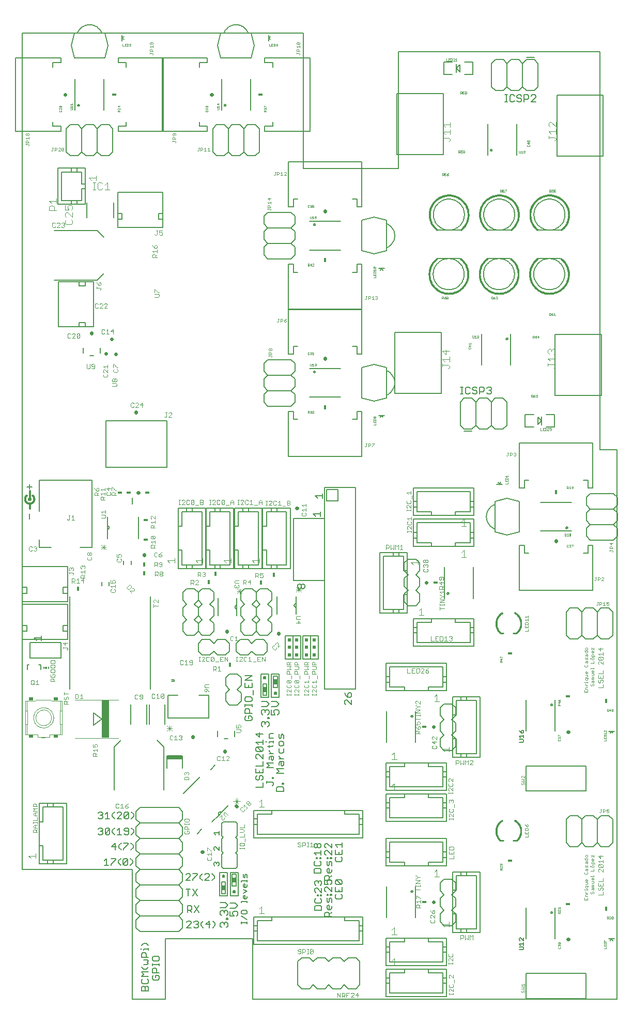
<source format=gto>
G75*
G70*
%OFA0B0*%
%FSLAX24Y24*%
%IPPOS*%
%LPD*%
%AMOC8*
5,1,8,0,0,1.08239X$1,22.5*
%
%ADD10C,0.0120*%
%ADD11C,0.0070*%
%ADD12C,0.0050*%
%ADD13C,0.0063*%
%ADD14R,0.0197X0.0197*%
%ADD15C,0.0060*%
%ADD16C,0.0040*%
%ADD17C,0.0030*%
%ADD18C,0.0079*%
%ADD19C,0.0080*%
%ADD20R,0.0492X0.2441*%
%ADD21C,0.0220*%
%ADD22R,0.0180X0.0300*%
%ADD23R,0.0300X0.0180*%
%ADD24R,0.0059X0.0118*%
%ADD25R,0.0118X0.0118*%
%ADD26R,0.0298X0.0216*%
%ADD27R,0.0304X0.0210*%
%ADD28R,0.0298X0.0210*%
%ADD29R,0.0298X0.0053*%
%ADD30R,0.0298X0.0216*%
%ADD31R,0.0965X0.0266*%
%ADD32C,0.0020*%
%ADD33C,0.0010*%
%ADD34C,0.0100*%
D10*
X001930Y034806D02*
X001930Y035101D01*
X001881Y035397D02*
X001883Y035410D01*
X001888Y035422D01*
X001897Y035433D01*
X001907Y035441D01*
X001920Y035445D01*
X001933Y035446D01*
X001946Y035443D01*
X001958Y035437D01*
X001968Y035428D01*
X001975Y035417D01*
X001979Y035404D01*
X001979Y035390D01*
X001975Y035377D01*
X001968Y035366D01*
X001958Y035357D01*
X001946Y035351D01*
X001933Y035348D01*
X001920Y035349D01*
X001907Y035353D01*
X001897Y035361D01*
X001888Y035372D01*
X001883Y035384D01*
X001881Y035397D01*
X001930Y035397D02*
X001930Y035938D01*
X001733Y035643D02*
X001709Y035619D01*
X001688Y035593D01*
X001670Y035565D01*
X001655Y035535D01*
X001643Y035503D01*
X001636Y035470D01*
X001632Y035437D01*
X001631Y035403D01*
X001635Y035370D01*
X001642Y035337D01*
X001653Y035305D01*
X001668Y035275D01*
X001685Y035246D01*
X001706Y035220D01*
X001730Y035196D01*
X001756Y035175D01*
X001785Y035157D01*
X001815Y035142D01*
X001847Y035131D01*
X001880Y035123D01*
X001913Y035119D01*
X001947Y035119D01*
X001980Y035123D01*
X002013Y035131D01*
X002045Y035142D01*
X002075Y035157D01*
X002104Y035175D01*
X002130Y035196D01*
X002154Y035220D01*
X002175Y035246D01*
X002192Y035275D01*
X002207Y035305D01*
X002218Y035337D01*
X002225Y035370D01*
X002229Y035403D01*
X002228Y035437D01*
X002224Y035470D01*
X002217Y035503D01*
X002205Y035535D01*
X002190Y035565D01*
X002172Y035593D01*
X002151Y035619D01*
X002127Y035643D01*
D11*
X001914Y036048D02*
X001914Y036375D01*
X001751Y036211D02*
X002078Y036211D01*
X001914Y034456D02*
X001914Y034129D01*
X016876Y022349D02*
X017203Y022349D01*
X017366Y022186D01*
X017203Y022022D01*
X016876Y022022D01*
X016958Y021834D02*
X017039Y021834D01*
X017121Y021752D01*
X017203Y021834D01*
X017285Y021834D01*
X017366Y021752D01*
X017366Y021588D01*
X017285Y021507D01*
X017285Y021331D02*
X017366Y021331D01*
X017366Y021249D01*
X017285Y021249D01*
X017285Y021331D01*
X017285Y021060D02*
X017366Y020978D01*
X017366Y020815D01*
X017285Y020733D01*
X017121Y020897D02*
X017121Y020978D01*
X017203Y021060D01*
X017285Y021060D01*
X017121Y020978D02*
X017039Y021060D01*
X016958Y021060D01*
X016876Y020978D01*
X016876Y020815D01*
X016958Y020733D01*
X016958Y021507D02*
X016876Y021588D01*
X016876Y021752D01*
X016958Y021834D01*
X017121Y021752D02*
X017121Y021670D01*
X017516Y021834D02*
X017516Y021507D01*
X017761Y021507D01*
X017679Y021670D01*
X017679Y021752D01*
X017761Y021834D01*
X017924Y021834D01*
X018006Y021752D01*
X018006Y021588D01*
X017924Y021507D01*
X017843Y022022D02*
X017516Y022022D01*
X017843Y022022D02*
X018006Y022186D01*
X017843Y022349D01*
X017516Y022349D01*
X015185Y009357D02*
X014858Y009357D01*
X014709Y009243D02*
X014545Y009406D01*
X014218Y009406D01*
X014218Y009079D02*
X014545Y009079D01*
X014709Y009243D01*
X014858Y009030D02*
X015185Y009030D01*
X015349Y009194D01*
X015185Y009357D01*
X015103Y008841D02*
X015267Y008841D01*
X015349Y008760D01*
X015349Y008596D01*
X015267Y008515D01*
X015103Y008515D02*
X015022Y008678D01*
X015022Y008760D01*
X015103Y008841D01*
X014858Y008841D02*
X014858Y008515D01*
X015103Y008515D01*
X014709Y008388D02*
X014709Y008306D01*
X014627Y008306D01*
X014627Y008388D01*
X014709Y008388D01*
X014627Y008564D02*
X014709Y008645D01*
X014709Y008809D01*
X014627Y008891D01*
X014545Y008891D01*
X014464Y008809D01*
X014464Y008727D01*
X014464Y008809D02*
X014382Y008891D01*
X014300Y008891D01*
X014218Y008809D01*
X014218Y008645D01*
X014300Y008564D01*
X014300Y008117D02*
X014382Y008117D01*
X014464Y008036D01*
X014545Y008117D01*
X014627Y008117D01*
X014709Y008036D01*
X014709Y007872D01*
X014627Y007790D01*
X014464Y007954D02*
X014464Y008036D01*
X014300Y008117D02*
X014218Y008036D01*
X014218Y007872D01*
X014300Y007790D01*
D12*
X014180Y009844D02*
X014180Y011344D01*
X014680Y011344D01*
X014680Y009844D01*
X014180Y009844D01*
X014305Y009969D02*
X014305Y010719D01*
X014555Y010719D01*
X014555Y009969D01*
X014305Y009969D01*
X014305Y010219D02*
X014305Y010469D01*
X014330Y010469D01*
X014530Y010469D01*
X014530Y010219D01*
X014330Y010219D01*
X014330Y010469D01*
X014380Y010469D01*
X014380Y010219D01*
X014330Y010219D01*
X014305Y010219D01*
X014380Y010219D02*
X014430Y010219D01*
X014430Y010469D01*
X014480Y010469D01*
X014480Y010219D01*
X014430Y010219D01*
X014480Y010219D02*
X014530Y010219D01*
X014555Y010219D01*
X014555Y010469D01*
X014530Y010469D01*
X014480Y010469D01*
X014430Y010469D02*
X014380Y010469D01*
X014380Y011031D02*
X014480Y011031D01*
X014480Y011156D01*
X014380Y011156D01*
X014380Y011031D01*
X014367Y011031D01*
X014367Y011156D01*
X014380Y011156D01*
X014430Y011156D01*
X014430Y011031D01*
X014380Y011031D01*
X014430Y011031D02*
X014480Y011031D01*
X014492Y011031D01*
X014492Y011156D01*
X014480Y011156D01*
X014430Y011156D01*
X014869Y011344D02*
X015369Y011344D01*
X015369Y009844D01*
X014869Y009844D01*
X014869Y011344D01*
X014994Y011219D02*
X015244Y011219D01*
X015244Y010469D01*
X014994Y010469D01*
X014994Y011219D01*
X014994Y010969D02*
X014994Y010719D01*
X015019Y010719D01*
X015219Y010719D01*
X015219Y010969D01*
X015019Y010969D01*
X015019Y010719D01*
X015069Y010719D01*
X015069Y010969D01*
X015119Y010969D01*
X015119Y010719D01*
X015069Y010719D01*
X015119Y010719D02*
X015169Y010719D01*
X015169Y010969D01*
X015219Y010969D01*
X015244Y010969D01*
X015244Y010719D01*
X015219Y010719D01*
X015169Y010719D01*
X015169Y010969D02*
X015119Y010969D01*
X015069Y010969D02*
X015019Y010969D01*
X014994Y010969D01*
X015586Y010801D02*
X015937Y010801D01*
X015937Y010743D02*
X015937Y010860D01*
X015937Y010988D02*
X015937Y011164D01*
X015878Y011222D01*
X015820Y011164D01*
X015820Y011047D01*
X015762Y010988D01*
X015703Y011047D01*
X015703Y011222D01*
X015586Y010801D02*
X015586Y010743D01*
X015762Y010608D02*
X015820Y010608D01*
X015820Y010375D01*
X015762Y010375D02*
X015703Y010433D01*
X015703Y010550D01*
X015762Y010608D01*
X015937Y010550D02*
X015937Y010433D01*
X015878Y010375D01*
X015762Y010375D01*
X015703Y010240D02*
X015937Y010123D01*
X015703Y010006D01*
X015762Y009871D02*
X015820Y009871D01*
X015820Y009638D01*
X015762Y009638D02*
X015703Y009696D01*
X015703Y009813D01*
X015762Y009871D01*
X015937Y009813D02*
X015937Y009696D01*
X015878Y009638D01*
X015762Y009638D01*
X015937Y009509D02*
X015937Y009392D01*
X015937Y009451D02*
X015586Y009451D01*
X015586Y009392D01*
X015645Y008889D02*
X015586Y008831D01*
X015586Y008714D01*
X015645Y008656D01*
X015878Y008656D01*
X015937Y008714D01*
X015937Y008831D01*
X015878Y008889D01*
X015645Y008889D01*
X015586Y008521D02*
X015937Y008287D01*
X015937Y008159D02*
X015937Y008042D01*
X015937Y008100D02*
X015586Y008100D01*
X015586Y008042D02*
X015586Y008159D01*
X016369Y007906D02*
X016605Y007906D01*
X016605Y008221D01*
X017550Y008221D01*
X017550Y008458D01*
X016369Y008458D01*
X016369Y007906D01*
X016369Y007552D01*
X016605Y007552D01*
X016605Y007906D01*
X016605Y007552D02*
X016605Y006922D01*
X023180Y006922D01*
X023180Y007552D01*
X023416Y007552D01*
X023416Y007906D01*
X023180Y007906D01*
X023180Y008221D01*
X022235Y008221D01*
X022235Y008458D01*
X017550Y008458D01*
X016369Y007552D02*
X016369Y006686D01*
X023416Y006686D01*
X023416Y007552D01*
X023180Y007552D02*
X023180Y007906D01*
X023416Y007906D02*
X023416Y008458D01*
X022235Y008458D01*
X024922Y007095D02*
X024922Y006544D01*
X025158Y006544D01*
X025158Y006859D01*
X026103Y006859D01*
X026103Y007095D01*
X024922Y007095D01*
X024922Y006544D02*
X024922Y006190D01*
X025158Y006190D01*
X025158Y006544D01*
X025158Y006190D02*
X025158Y005560D01*
X028583Y005560D01*
X028583Y006190D01*
X028820Y006190D01*
X028820Y006544D01*
X028583Y006544D01*
X028583Y006859D01*
X027639Y006859D01*
X027639Y007095D01*
X026103Y007095D01*
X024922Y006190D02*
X024922Y005324D01*
X028820Y005324D01*
X028820Y006190D01*
X028583Y006190D02*
X028583Y006544D01*
X028820Y006544D02*
X028820Y007095D01*
X027639Y007095D01*
X027639Y005095D02*
X027639Y004859D01*
X028583Y004859D01*
X028583Y004544D01*
X028820Y004544D01*
X028820Y005095D01*
X027639Y005095D01*
X026103Y005095D01*
X026103Y004859D01*
X025158Y004859D01*
X025158Y004544D01*
X024922Y004544D01*
X024922Y005095D01*
X026103Y005095D01*
X025158Y004544D02*
X025158Y004190D01*
X024922Y004190D01*
X024922Y004544D01*
X024922Y004190D02*
X024922Y003324D01*
X028820Y003324D01*
X028820Y004190D01*
X028583Y004190D01*
X028583Y004544D01*
X028820Y004544D02*
X028820Y004190D01*
X028583Y004190D02*
X028583Y003560D01*
X025158Y003560D01*
X025158Y004190D01*
X029202Y007477D02*
X029753Y007477D01*
X029753Y007714D01*
X029438Y007714D01*
X029438Y008658D01*
X029202Y008658D01*
X029202Y007477D01*
X029753Y007477D02*
X030107Y007477D01*
X030107Y007714D01*
X029753Y007714D01*
X030107Y007714D02*
X030737Y007714D01*
X030737Y011139D01*
X030107Y011139D01*
X030107Y011375D01*
X029753Y011375D01*
X029753Y011139D01*
X029438Y011139D01*
X029438Y010194D01*
X029202Y010194D01*
X029202Y008658D01*
X030107Y007477D02*
X030973Y007477D01*
X030973Y011375D01*
X030107Y011375D01*
X030107Y011139D02*
X029753Y011139D01*
X029753Y011375D02*
X029202Y011375D01*
X029202Y010194D01*
X028820Y011757D02*
X028820Y012308D01*
X028583Y012308D01*
X028583Y011993D01*
X027639Y011993D01*
X027639Y011757D01*
X028820Y011757D01*
X028820Y012308D02*
X028820Y012662D01*
X028583Y012662D01*
X028583Y012308D01*
X028583Y012662D02*
X028583Y013292D01*
X025158Y013292D01*
X025158Y012662D01*
X024922Y012662D01*
X024922Y012308D01*
X025158Y012308D01*
X025158Y011993D01*
X026103Y011993D01*
X026103Y011757D01*
X027639Y011757D01*
X028820Y012662D02*
X028820Y013529D01*
X024922Y013529D01*
X024922Y012662D01*
X025158Y012662D02*
X025158Y012308D01*
X024922Y012308D02*
X024922Y011757D01*
X026103Y011757D01*
X024922Y014615D02*
X024922Y015481D01*
X025158Y015481D01*
X025158Y015836D01*
X024922Y015836D01*
X024922Y016387D01*
X026103Y016387D01*
X026103Y016151D01*
X025158Y016151D01*
X025158Y015836D01*
X024922Y015836D02*
X024922Y015481D01*
X025158Y015481D02*
X025158Y014851D01*
X028583Y014851D01*
X028583Y015481D01*
X028820Y015481D01*
X028820Y015836D01*
X028583Y015836D01*
X028583Y016151D01*
X027639Y016151D01*
X027639Y016387D01*
X026103Y016387D01*
X025158Y016851D02*
X025158Y017481D01*
X024922Y017481D01*
X024922Y017836D01*
X025158Y017836D01*
X025158Y018151D01*
X026103Y018151D01*
X026103Y018387D01*
X024922Y018387D01*
X024922Y017836D01*
X025158Y017836D02*
X025158Y017481D01*
X024922Y017481D02*
X024922Y016615D01*
X028820Y016615D01*
X028820Y017481D01*
X028583Y017481D01*
X028583Y017836D01*
X028820Y017836D01*
X028820Y018387D01*
X027639Y018387D01*
X027639Y018151D01*
X028583Y018151D01*
X028583Y017836D01*
X028820Y017836D02*
X028820Y017481D01*
X028583Y017481D02*
X028583Y016851D01*
X025158Y016851D01*
X026103Y018387D02*
X027639Y018387D01*
X027639Y016387D02*
X028820Y016387D01*
X028820Y015836D01*
X028583Y015836D02*
X028583Y015481D01*
X028820Y015481D02*
X028820Y014615D01*
X024922Y014615D01*
X023416Y014442D02*
X023416Y013576D01*
X016369Y013576D01*
X016369Y014442D01*
X016605Y014442D01*
X016605Y014796D01*
X016369Y014796D01*
X016369Y015347D01*
X017550Y015347D01*
X017550Y015111D01*
X016605Y015111D01*
X016605Y014796D01*
X016369Y014796D02*
X016369Y014442D01*
X016605Y014442D02*
X016605Y013812D01*
X023180Y013812D01*
X023180Y014442D01*
X023416Y014442D01*
X023416Y014796D01*
X023180Y014796D01*
X023180Y015111D01*
X022235Y015111D01*
X022235Y015347D01*
X017550Y015347D01*
X014139Y013996D02*
X014139Y013769D01*
X014139Y013883D02*
X013798Y013883D01*
X013912Y013769D01*
X013912Y012996D02*
X013855Y012996D01*
X013798Y012939D01*
X013798Y012826D01*
X013855Y012769D01*
X013912Y012996D02*
X014139Y012769D01*
X014139Y012996D01*
X014082Y011996D02*
X014139Y011939D01*
X014139Y011826D01*
X014082Y011769D01*
X013968Y011883D02*
X013968Y011939D01*
X014025Y011996D01*
X014082Y011996D01*
X013968Y011939D02*
X013912Y011996D01*
X013855Y011996D01*
X013798Y011939D01*
X013798Y011826D01*
X013855Y011769D01*
X015056Y010156D02*
X015056Y010031D01*
X015069Y010031D01*
X015169Y010031D01*
X015169Y010156D01*
X015069Y010156D01*
X015069Y010031D01*
X015119Y010031D01*
X015119Y010156D01*
X015169Y010156D01*
X015181Y010156D01*
X015181Y010031D01*
X015169Y010031D01*
X015119Y010031D01*
X015119Y010156D02*
X015069Y010156D01*
X015056Y010156D01*
X021074Y035313D02*
X021802Y035313D01*
X021802Y035312D02*
X021802Y036040D01*
X021074Y036040D01*
X021074Y035312D01*
X020797Y035468D02*
X020797Y035768D01*
X020797Y035618D02*
X020347Y035618D01*
X020497Y035468D01*
X020938Y036176D02*
X022938Y036176D01*
X022938Y023176D01*
X020938Y023176D01*
X020938Y036176D01*
X020663Y034601D02*
X020663Y034301D01*
X020663Y034451D02*
X020212Y034451D01*
X020363Y034301D01*
X020938Y034176D02*
X020938Y030176D01*
X018938Y030176D01*
X018938Y034176D01*
X020938Y034176D01*
X018731Y034836D02*
X018731Y030938D01*
X017865Y030938D01*
X017865Y031174D01*
X017511Y031174D01*
X017511Y030938D01*
X016959Y030938D01*
X016959Y032119D01*
X017196Y032119D01*
X017196Y031174D01*
X017511Y031174D01*
X017511Y030938D02*
X017865Y030938D01*
X017865Y031174D02*
X018495Y031174D01*
X018495Y034599D01*
X017865Y034599D01*
X017865Y034836D01*
X017511Y034836D01*
X017511Y034599D01*
X017196Y034599D01*
X017196Y033655D01*
X016959Y033655D01*
X016959Y032119D01*
X016674Y031174D02*
X016044Y031174D01*
X016044Y030938D01*
X015690Y030938D01*
X015690Y031174D01*
X015375Y031174D01*
X015375Y032119D01*
X015139Y032119D01*
X015139Y030938D01*
X015690Y030938D01*
X015690Y031174D02*
X016044Y031174D01*
X016044Y030938D02*
X016910Y030938D01*
X016910Y034836D01*
X016044Y034836D01*
X016044Y034599D01*
X015690Y034599D01*
X015690Y034836D01*
X015139Y034836D01*
X015139Y033655D01*
X015375Y033655D01*
X015375Y034599D01*
X015690Y034599D01*
X015690Y034836D02*
X016044Y034836D01*
X016044Y034599D02*
X016674Y034599D01*
X016674Y031174D01*
X016959Y033655D02*
X016959Y034836D01*
X017511Y034836D01*
X017511Y034599D02*
X017865Y034599D01*
X017865Y034836D02*
X018731Y034836D01*
X019287Y029941D02*
X019212Y029866D01*
X019212Y029716D01*
X019287Y029641D01*
X019363Y029641D01*
X019438Y029716D01*
X019438Y029866D01*
X019513Y029941D01*
X019588Y029941D01*
X019663Y029866D01*
X019663Y029716D01*
X019588Y029641D01*
X019513Y029641D01*
X019438Y029716D01*
X019438Y029866D02*
X019363Y029941D01*
X019287Y029941D01*
X018026Y024139D02*
X017526Y024139D01*
X017526Y022639D01*
X018026Y022639D01*
X018026Y024139D01*
X017901Y024014D02*
X017901Y023264D01*
X017651Y023264D01*
X017651Y024014D01*
X017901Y024014D01*
X017901Y023764D02*
X017901Y023514D01*
X017876Y023514D01*
X017676Y023514D01*
X017676Y023764D01*
X017876Y023764D01*
X017876Y023514D01*
X017826Y023514D01*
X017826Y023764D01*
X017876Y023764D01*
X017901Y023764D01*
X017826Y023764D02*
X017776Y023764D01*
X017776Y023514D01*
X017726Y023514D01*
X017726Y023764D01*
X017776Y023764D01*
X017726Y023764D02*
X017676Y023764D01*
X017651Y023764D01*
X017651Y023514D01*
X017676Y023514D01*
X017726Y023514D01*
X017776Y023514D02*
X017826Y023514D01*
X017826Y022951D02*
X017726Y022951D01*
X017726Y022826D01*
X017826Y022826D01*
X017826Y022951D01*
X017839Y022951D01*
X017839Y022826D01*
X017826Y022826D01*
X017776Y022826D01*
X017776Y022951D01*
X017826Y022951D01*
X017776Y022951D02*
X017726Y022951D01*
X017714Y022951D01*
X017714Y022826D01*
X017726Y022826D01*
X017776Y022826D01*
X017337Y022639D02*
X016837Y022639D01*
X016837Y024139D01*
X017337Y024139D01*
X017337Y022639D01*
X017212Y022764D02*
X016962Y022764D01*
X016962Y023514D01*
X017212Y023514D01*
X017212Y022764D01*
X017212Y023014D02*
X017212Y023264D01*
X017187Y023264D01*
X016987Y023264D01*
X016987Y023014D01*
X017187Y023014D01*
X017187Y023264D01*
X017137Y023264D01*
X017137Y023014D01*
X017087Y023014D01*
X017087Y023264D01*
X017137Y023264D01*
X017087Y023264D02*
X017037Y023264D01*
X017037Y023014D01*
X016987Y023014D01*
X016962Y023014D01*
X016962Y023264D01*
X016987Y023264D01*
X017037Y023264D01*
X017037Y023014D02*
X017087Y023014D01*
X017137Y023014D02*
X017187Y023014D01*
X017212Y023014D01*
X017150Y023826D02*
X017150Y023951D01*
X017137Y023951D01*
X017037Y023951D01*
X017037Y023826D01*
X017137Y023826D01*
X017137Y023951D01*
X017087Y023951D01*
X017087Y023826D01*
X017037Y023826D01*
X017025Y023826D01*
X017025Y023951D01*
X017037Y023951D01*
X017087Y023951D01*
X017087Y023826D02*
X017137Y023826D01*
X017150Y023826D01*
X016265Y023729D02*
X015814Y023729D01*
X016265Y024030D01*
X015814Y024030D01*
X015814Y023569D02*
X015814Y023269D01*
X016265Y023269D01*
X016265Y023569D01*
X016039Y023419D02*
X016039Y023269D01*
X016340Y023109D02*
X016340Y022809D01*
X016190Y022649D02*
X015889Y022649D01*
X015814Y022573D01*
X015814Y022423D01*
X015889Y022348D01*
X016190Y022348D01*
X016265Y022423D01*
X016265Y022573D01*
X016190Y022649D01*
X016265Y022191D02*
X016265Y022041D01*
X016265Y022116D02*
X015814Y022116D01*
X015814Y022041D02*
X015814Y022191D01*
X015889Y021881D02*
X016039Y021881D01*
X016115Y021806D01*
X016115Y021581D01*
X016265Y021581D02*
X015814Y021581D01*
X015814Y021806D01*
X015889Y021881D01*
X015889Y021421D02*
X015814Y021346D01*
X015814Y021196D01*
X015889Y021121D01*
X016190Y021121D01*
X016265Y021196D01*
X016265Y021346D01*
X016190Y021421D01*
X016039Y021421D01*
X016039Y021271D01*
X015089Y030938D02*
X014223Y030938D01*
X014223Y031174D01*
X013869Y031174D01*
X013869Y030938D01*
X013318Y030938D01*
X013318Y032119D01*
X013554Y032119D01*
X013554Y031174D01*
X013869Y031174D01*
X013869Y030938D02*
X014223Y030938D01*
X014223Y031174D02*
X014853Y031174D01*
X014853Y034599D01*
X014223Y034599D01*
X014223Y034836D01*
X013869Y034836D01*
X013869Y034599D01*
X013554Y034599D01*
X013554Y033655D01*
X013318Y033655D01*
X013318Y032119D01*
X013032Y031174D02*
X012402Y031174D01*
X012402Y030938D01*
X012048Y030938D01*
X012048Y031174D01*
X011733Y031174D01*
X011733Y032119D01*
X011497Y032119D01*
X011497Y030938D01*
X012048Y030938D01*
X012048Y031174D02*
X012402Y031174D01*
X012402Y030938D02*
X013268Y030938D01*
X013268Y034836D01*
X012402Y034836D01*
X012402Y034599D01*
X012048Y034599D01*
X012048Y034836D01*
X011497Y034836D01*
X011497Y033655D01*
X011733Y033655D01*
X011733Y034599D01*
X012048Y034599D01*
X012048Y034836D02*
X012402Y034836D01*
X012402Y034599D02*
X013032Y034599D01*
X013032Y031174D01*
X011497Y032119D02*
X011497Y033655D01*
X013318Y033655D02*
X013318Y034836D01*
X013869Y034836D01*
X013869Y034599D02*
X014223Y034599D01*
X014223Y034836D02*
X015089Y034836D01*
X015089Y030938D01*
X015139Y032119D02*
X015139Y033655D01*
X010776Y037468D02*
X010776Y040460D01*
X006839Y040460D01*
X006839Y037468D01*
X010776Y037468D01*
X009723Y029143D02*
X009723Y023158D01*
X004526Y023158D02*
X004526Y029143D01*
X004371Y029344D02*
X004371Y028812D01*
X001457Y028812D01*
X001457Y029344D01*
X001733Y029344D01*
X001733Y029737D01*
X001457Y029737D01*
X001457Y031076D01*
X004371Y031076D01*
X004371Y029737D01*
X004095Y029737D01*
X004095Y029344D01*
X004371Y029344D01*
X004371Y029737D01*
X004371Y028615D02*
X004371Y027277D01*
X004095Y027277D01*
X004095Y026883D01*
X004371Y026883D01*
X004371Y026351D01*
X001457Y026351D01*
X001457Y026883D01*
X001733Y026883D01*
X001733Y027277D01*
X001457Y027277D01*
X001457Y028615D01*
X004371Y028615D01*
X004371Y027277D02*
X004371Y026883D01*
X003938Y026176D02*
X001938Y026176D01*
X001938Y025176D01*
X003938Y025176D01*
X003938Y026176D01*
X002663Y026301D02*
X002663Y026601D01*
X002663Y026451D02*
X002212Y026451D01*
X002363Y026301D01*
X001457Y026883D02*
X001457Y027277D01*
X001457Y029344D02*
X001457Y029737D01*
X002540Y015790D02*
X003091Y015790D01*
X003091Y015554D01*
X002776Y015554D01*
X002776Y014609D01*
X002540Y014609D01*
X002540Y013074D01*
X002776Y013074D01*
X002776Y012129D01*
X003091Y012129D01*
X003091Y011893D01*
X002540Y011893D01*
X002540Y013074D01*
X003091Y012129D02*
X003446Y012129D01*
X003446Y011893D01*
X003091Y011893D01*
X003446Y011893D02*
X004312Y011893D01*
X004312Y015790D01*
X003446Y015790D01*
X003446Y015554D01*
X003091Y015554D01*
X003091Y015790D02*
X003446Y015790D01*
X003446Y015554D02*
X004076Y015554D01*
X004076Y012129D01*
X003446Y012129D01*
X002540Y014609D02*
X002540Y015790D01*
X003780Y046523D02*
X003780Y049436D01*
X005119Y049436D01*
X005119Y049160D01*
X005513Y049160D01*
X005513Y049436D01*
X006044Y049436D01*
X006044Y046523D01*
X005513Y046523D01*
X005513Y046798D01*
X005119Y046798D01*
X005119Y046523D01*
X003780Y046523D01*
X005119Y046523D02*
X005513Y046523D01*
X005513Y049436D02*
X005119Y049436D01*
X007613Y052920D02*
X007613Y053452D01*
X007889Y053452D01*
X007889Y053845D01*
X007613Y053845D01*
X007613Y055184D01*
X010526Y055184D01*
X010526Y053845D01*
X010251Y053845D01*
X010251Y053452D01*
X010526Y053452D01*
X010526Y052920D01*
X007613Y052920D01*
X007613Y053452D02*
X007613Y053845D01*
X007357Y053572D02*
X007357Y054542D01*
X005597Y054542D02*
X005597Y053572D01*
X005522Y054426D02*
X004971Y054426D01*
X004971Y054662D01*
X005286Y054662D01*
X005286Y055430D01*
X005522Y055430D01*
X005522Y055745D01*
X005286Y055745D01*
X005286Y056513D01*
X004971Y056513D01*
X004971Y056749D01*
X005522Y056749D01*
X005522Y055745D01*
X005522Y055430D02*
X005522Y054426D01*
X004971Y054426D02*
X004617Y054426D01*
X004617Y054662D01*
X004971Y054662D01*
X004617Y054662D02*
X003987Y054662D01*
X003987Y056513D01*
X004617Y056513D01*
X004617Y056749D01*
X004971Y056749D01*
X004971Y056513D02*
X004617Y056513D01*
X004617Y056749D02*
X003751Y056749D01*
X003751Y054426D01*
X004617Y054426D01*
X010526Y053845D02*
X010526Y053452D01*
X014253Y063880D02*
X014056Y064667D01*
X014253Y065454D01*
X014450Y065454D01*
X016025Y065454D01*
X016222Y065454D01*
X016419Y064667D01*
X016222Y063880D01*
X014253Y063880D01*
X014450Y065454D02*
X014471Y065507D01*
X014496Y065557D01*
X014525Y065606D01*
X014557Y065653D01*
X014591Y065698D01*
X014629Y065740D01*
X014670Y065780D01*
X014713Y065816D01*
X014758Y065850D01*
X014806Y065881D01*
X014855Y065908D01*
X014906Y065932D01*
X014959Y065953D01*
X015013Y065970D01*
X015068Y065983D01*
X015124Y065992D01*
X015180Y065998D01*
X015237Y066000D01*
X015294Y065998D01*
X015350Y065992D01*
X015406Y065983D01*
X015461Y065970D01*
X015515Y065953D01*
X015568Y065932D01*
X015619Y065908D01*
X015668Y065881D01*
X015716Y065850D01*
X015761Y065816D01*
X015804Y065780D01*
X015845Y065740D01*
X015883Y065698D01*
X015917Y065653D01*
X015949Y065606D01*
X015978Y065557D01*
X016003Y065507D01*
X016024Y065454D01*
X023358Y053384D02*
X024145Y053581D01*
X024932Y053384D01*
X024932Y053188D01*
X024932Y051613D01*
X024932Y051416D01*
X024145Y051219D01*
X023358Y051416D01*
X023358Y053384D01*
X024932Y053187D02*
X024985Y053166D01*
X025035Y053141D01*
X025084Y053112D01*
X025131Y053080D01*
X025176Y053046D01*
X025218Y053008D01*
X025258Y052967D01*
X025294Y052924D01*
X025328Y052879D01*
X025359Y052831D01*
X025386Y052782D01*
X025410Y052731D01*
X025431Y052678D01*
X025448Y052624D01*
X025461Y052569D01*
X025470Y052513D01*
X025476Y052457D01*
X025478Y052400D01*
X025476Y052343D01*
X025470Y052287D01*
X025461Y052231D01*
X025448Y052176D01*
X025431Y052122D01*
X025410Y052069D01*
X025386Y052018D01*
X025359Y051969D01*
X025328Y051921D01*
X025294Y051876D01*
X025258Y051833D01*
X025218Y051792D01*
X025176Y051754D01*
X025131Y051720D01*
X025084Y051688D01*
X025035Y051659D01*
X024985Y051634D01*
X024932Y051613D01*
X025489Y046160D02*
X025489Y042223D01*
X028481Y042223D01*
X028481Y046160D01*
X025489Y046160D01*
X024932Y043896D02*
X024932Y043699D01*
X024932Y042125D01*
X024932Y041928D01*
X024145Y041731D01*
X023358Y041928D01*
X023358Y043896D01*
X024145Y044093D01*
X024932Y043896D01*
X024932Y043699D02*
X024985Y043678D01*
X025035Y043653D01*
X025084Y043624D01*
X025131Y043592D01*
X025176Y043558D01*
X025218Y043520D01*
X025258Y043479D01*
X025294Y043436D01*
X025328Y043391D01*
X025359Y043343D01*
X025386Y043294D01*
X025410Y043243D01*
X025431Y043190D01*
X025448Y043136D01*
X025461Y043081D01*
X025470Y043025D01*
X025476Y042969D01*
X025478Y042912D01*
X025476Y042855D01*
X025470Y042799D01*
X025461Y042743D01*
X025448Y042688D01*
X025431Y042634D01*
X025410Y042581D01*
X025386Y042530D01*
X025359Y042481D01*
X025328Y042433D01*
X025294Y042388D01*
X025258Y042345D01*
X025218Y042304D01*
X025176Y042266D01*
X025131Y042232D01*
X025084Y042200D01*
X025035Y042171D01*
X024985Y042146D01*
X024932Y042125D01*
X026670Y036123D02*
X026670Y035257D01*
X026906Y035257D01*
X026906Y034903D01*
X026670Y034903D01*
X026670Y034351D01*
X027851Y034351D01*
X027851Y034588D01*
X026906Y034588D01*
X026906Y034903D01*
X026670Y034903D02*
X026670Y035257D01*
X026906Y035257D02*
X026906Y035887D01*
X030331Y035887D01*
X030331Y035257D01*
X030568Y035257D01*
X030568Y034903D01*
X030331Y034903D01*
X030331Y034588D01*
X029387Y034588D01*
X029387Y034351D01*
X030568Y034351D01*
X030568Y034903D01*
X030331Y034903D02*
X030331Y035257D01*
X030568Y035257D02*
X030568Y036123D01*
X026670Y036123D01*
X026670Y034123D02*
X026670Y033257D01*
X026906Y033257D01*
X026906Y032903D01*
X026670Y032903D01*
X026670Y032351D01*
X027851Y032351D01*
X027851Y032588D01*
X026906Y032588D01*
X026906Y032903D01*
X026670Y032903D02*
X026670Y033257D01*
X026906Y033257D02*
X026906Y033887D01*
X030331Y033887D01*
X030331Y033257D01*
X030568Y033257D01*
X030568Y032903D01*
X030331Y032903D01*
X030331Y032588D01*
X029387Y032588D01*
X029387Y032351D01*
X030568Y032351D01*
X030568Y032903D01*
X030331Y032903D02*
X030331Y033257D01*
X030568Y033257D02*
X030568Y034123D01*
X026670Y034123D01*
X027851Y034351D02*
X029387Y034351D01*
X029387Y032351D02*
X027851Y032351D01*
X026288Y031969D02*
X026288Y030788D01*
X026052Y030788D01*
X026052Y031733D01*
X025737Y031733D01*
X025737Y031969D01*
X026288Y031969D01*
X025737Y031969D02*
X025383Y031969D01*
X025383Y031733D01*
X025737Y031733D01*
X025383Y031733D02*
X024753Y031733D01*
X024753Y028308D01*
X025383Y028308D01*
X025383Y028072D01*
X025737Y028072D01*
X025737Y028308D01*
X026052Y028308D01*
X026052Y029253D01*
X026288Y029253D01*
X026288Y030788D01*
X025383Y031969D02*
X024517Y031969D01*
X024517Y028072D01*
X025383Y028072D01*
X025383Y028308D02*
X025737Y028308D01*
X025737Y028072D02*
X026288Y028072D01*
X026288Y029253D01*
X026670Y027690D02*
X026670Y027139D01*
X026906Y027139D01*
X026906Y027454D01*
X027851Y027454D01*
X027851Y027690D01*
X026670Y027690D01*
X026670Y027139D02*
X026670Y026784D01*
X026906Y026784D01*
X026906Y027139D01*
X026906Y026784D02*
X026906Y026155D01*
X030331Y026155D01*
X030331Y026784D01*
X030568Y026784D01*
X030568Y027139D01*
X030331Y027139D01*
X030331Y027454D01*
X029387Y027454D01*
X029387Y027690D01*
X027851Y027690D01*
X026670Y026784D02*
X026670Y025918D01*
X030568Y025918D01*
X030568Y026784D01*
X030331Y026784D02*
X030331Y027139D01*
X030568Y027139D02*
X030568Y027690D01*
X029387Y027690D01*
X028820Y024820D02*
X028820Y023954D01*
X028583Y023954D01*
X028583Y023599D01*
X028820Y023599D01*
X028820Y023048D01*
X027639Y023048D01*
X027639Y023284D01*
X028583Y023284D01*
X028583Y023599D01*
X028820Y023599D02*
X028820Y023954D01*
X028583Y023954D02*
X028583Y024584D01*
X025158Y024584D01*
X025158Y023954D01*
X024922Y023954D01*
X024922Y023599D01*
X025158Y023599D01*
X025158Y023284D01*
X026103Y023284D01*
X026103Y023048D01*
X027639Y023048D01*
X028820Y024820D02*
X024922Y024820D01*
X024922Y023954D01*
X025158Y023954D02*
X025158Y023599D01*
X024922Y023599D02*
X024922Y023048D01*
X026103Y023048D01*
X029202Y022666D02*
X029202Y021485D01*
X029438Y021485D01*
X029438Y022430D01*
X029753Y022430D01*
X029753Y022666D01*
X029202Y022666D01*
X029753Y022666D02*
X030107Y022666D01*
X030107Y022430D01*
X029753Y022430D01*
X030107Y022430D02*
X030737Y022430D01*
X030737Y019005D01*
X030107Y019005D01*
X030107Y018769D01*
X029753Y018769D01*
X029753Y019005D01*
X029438Y019005D01*
X029438Y019950D01*
X029202Y019950D01*
X029202Y018769D01*
X029753Y018769D01*
X029753Y019005D02*
X030107Y019005D01*
X030107Y018769D02*
X030973Y018769D01*
X030973Y022666D01*
X030107Y022666D01*
X029202Y021485D02*
X029202Y019950D01*
X033505Y019917D02*
X033730Y019917D01*
X033775Y019872D01*
X033775Y019782D01*
X033730Y019737D01*
X033505Y019737D01*
X033595Y020031D02*
X033505Y020121D01*
X033775Y020121D01*
X033775Y020031D02*
X033775Y020211D01*
X033730Y020326D02*
X033775Y020371D01*
X033775Y020461D01*
X033730Y020506D01*
X033685Y020506D01*
X033640Y020461D01*
X033640Y020326D01*
X033730Y020326D01*
X033640Y020326D02*
X033550Y020416D01*
X033505Y020506D01*
X033948Y018206D02*
X037806Y018206D01*
X037806Y016592D01*
X033948Y016592D01*
X033948Y018206D01*
X033775Y007120D02*
X033775Y006940D01*
X033595Y007120D01*
X033550Y007120D01*
X033505Y007075D01*
X033505Y006985D01*
X033550Y006940D01*
X033505Y006736D02*
X033775Y006736D01*
X033775Y006826D02*
X033775Y006645D01*
X033730Y006531D02*
X033505Y006531D01*
X033595Y006645D02*
X033505Y006736D01*
X033730Y006531D02*
X033775Y006486D01*
X033775Y006396D01*
X033730Y006351D01*
X033505Y006351D01*
X033948Y004820D02*
X037806Y004820D01*
X037806Y003206D01*
X033948Y003206D01*
X033948Y004820D01*
X023416Y014796D02*
X023416Y015347D01*
X022235Y015347D01*
X023180Y014796D02*
X023180Y014442D01*
X022685Y022166D02*
X022385Y022466D01*
X022309Y022466D01*
X022234Y022391D01*
X022234Y022241D01*
X022309Y022166D01*
X022685Y022166D02*
X022685Y022466D01*
X022610Y022627D02*
X022685Y022702D01*
X022685Y022852D01*
X022610Y022927D01*
X022535Y022927D01*
X022460Y022852D01*
X022460Y022627D01*
X022610Y022627D01*
X022460Y022627D02*
X022309Y022777D01*
X022234Y022927D01*
X031935Y033295D02*
X031935Y033492D01*
X031935Y035066D01*
X031935Y035263D01*
X032723Y035460D01*
X033510Y035263D01*
X033510Y033295D01*
X032723Y033098D01*
X031935Y033295D01*
X031935Y033492D02*
X031882Y033513D01*
X031832Y033538D01*
X031783Y033567D01*
X031736Y033599D01*
X031691Y033633D01*
X031649Y033671D01*
X031609Y033712D01*
X031573Y033755D01*
X031539Y033800D01*
X031508Y033848D01*
X031481Y033897D01*
X031457Y033948D01*
X031436Y034001D01*
X031419Y034055D01*
X031406Y034110D01*
X031397Y034166D01*
X031391Y034222D01*
X031389Y034279D01*
X031391Y034336D01*
X031397Y034392D01*
X031406Y034448D01*
X031419Y034503D01*
X031436Y034557D01*
X031457Y034610D01*
X031481Y034661D01*
X031508Y034710D01*
X031539Y034758D01*
X031573Y034803D01*
X031609Y034846D01*
X031649Y034887D01*
X031691Y034925D01*
X031736Y034959D01*
X031783Y034991D01*
X031832Y035020D01*
X031882Y035045D01*
X031935Y035066D01*
X031636Y042193D02*
X031486Y042193D01*
X031411Y042268D01*
X031561Y042418D02*
X031636Y042418D01*
X031711Y042343D01*
X031711Y042268D01*
X031636Y042193D01*
X031636Y042418D02*
X031711Y042494D01*
X031711Y042569D01*
X031636Y042644D01*
X031486Y042644D01*
X031411Y042569D01*
X031251Y042569D02*
X031251Y042418D01*
X031176Y042343D01*
X030950Y042343D01*
X030950Y042193D02*
X030950Y042644D01*
X031176Y042644D01*
X031251Y042569D01*
X030790Y042569D02*
X030715Y042644D01*
X030565Y042644D01*
X030490Y042569D01*
X030490Y042494D01*
X030565Y042418D01*
X030715Y042418D01*
X030790Y042343D01*
X030790Y042268D01*
X030715Y042193D01*
X030565Y042193D01*
X030490Y042268D01*
X030330Y042268D02*
X030255Y042193D01*
X030105Y042193D01*
X030030Y042268D01*
X030030Y042569D01*
X030105Y042644D01*
X030255Y042644D01*
X030330Y042569D01*
X029873Y042644D02*
X029723Y042644D01*
X029798Y042644D02*
X029798Y042193D01*
X029723Y042193D02*
X029873Y042193D01*
X035804Y042105D02*
X038796Y042105D01*
X038796Y046042D01*
X035804Y046042D01*
X035804Y042105D01*
X035930Y057515D02*
X038922Y057515D01*
X038922Y061452D01*
X035930Y061452D01*
X035930Y057515D01*
X034578Y061032D02*
X034278Y061032D01*
X034578Y061332D01*
X034578Y061407D01*
X034503Y061482D01*
X034353Y061482D01*
X034278Y061407D01*
X034118Y061407D02*
X034118Y061257D01*
X034043Y061182D01*
X033818Y061182D01*
X033818Y061032D02*
X033818Y061482D01*
X034043Y061482D01*
X034118Y061407D01*
X033657Y061407D02*
X033582Y061482D01*
X033432Y061482D01*
X033357Y061407D01*
X033357Y061332D01*
X033432Y061257D01*
X033582Y061257D01*
X033657Y061182D01*
X033657Y061107D01*
X033582Y061032D01*
X033432Y061032D01*
X033357Y061107D01*
X033197Y061107D02*
X033122Y061032D01*
X032972Y061032D01*
X032897Y061107D01*
X032897Y061407D01*
X032972Y061482D01*
X033122Y061482D01*
X033197Y061407D01*
X032740Y061482D02*
X032590Y061482D01*
X032665Y061482D02*
X032665Y061032D01*
X032590Y061032D02*
X032740Y061032D01*
X028607Y061570D02*
X028607Y057633D01*
X025615Y057633D01*
X025615Y061570D01*
X028607Y061570D01*
X006970Y064667D02*
X006773Y063880D01*
X004804Y063880D01*
X004608Y064667D01*
X004804Y065454D01*
X005001Y065454D01*
X006576Y065454D01*
X006773Y065454D01*
X006970Y064667D01*
X006576Y065454D02*
X006555Y065507D01*
X006530Y065557D01*
X006501Y065606D01*
X006469Y065653D01*
X006435Y065698D01*
X006397Y065740D01*
X006356Y065780D01*
X006313Y065816D01*
X006268Y065850D01*
X006220Y065881D01*
X006171Y065908D01*
X006120Y065932D01*
X006067Y065953D01*
X006013Y065970D01*
X005958Y065983D01*
X005902Y065992D01*
X005846Y065998D01*
X005789Y066000D01*
X005732Y065998D01*
X005676Y065992D01*
X005620Y065983D01*
X005565Y065970D01*
X005511Y065953D01*
X005458Y065932D01*
X005407Y065908D01*
X005358Y065881D01*
X005310Y065850D01*
X005265Y065816D01*
X005222Y065780D01*
X005181Y065740D01*
X005143Y065698D01*
X005109Y065653D01*
X005077Y065606D01*
X005048Y065557D01*
X005023Y065507D01*
X005002Y065454D01*
D13*
X018416Y026588D02*
X018908Y026588D01*
X018908Y025111D01*
X018416Y025111D01*
X018416Y026588D01*
X018908Y026588D02*
X019400Y026588D01*
X019400Y025111D01*
X018908Y025111D01*
X019548Y025111D02*
X019548Y026588D01*
X020040Y026588D01*
X020532Y026588D01*
X020532Y025111D01*
X020040Y025111D01*
X020040Y026588D01*
X020040Y025111D02*
X019548Y025111D01*
D14*
X019794Y025357D03*
X020286Y025357D03*
X020286Y025849D03*
X019794Y025849D03*
X019794Y026342D03*
X020286Y026342D03*
X019154Y026342D03*
X018662Y026342D03*
X018662Y025849D03*
X018662Y025357D03*
X019154Y025357D03*
X019154Y025849D03*
D15*
X019111Y027998D02*
X019111Y028438D01*
X019111Y028678D01*
X019111Y029118D01*
X019111Y028678D02*
X019090Y028676D01*
X019070Y028671D01*
X019051Y028662D01*
X019034Y028650D01*
X019019Y028635D01*
X019007Y028618D01*
X018998Y028599D01*
X018993Y028579D01*
X018991Y028558D01*
X018993Y028537D01*
X018998Y028517D01*
X019007Y028498D01*
X019019Y028481D01*
X019034Y028466D01*
X019051Y028454D01*
X019070Y028445D01*
X019090Y028440D01*
X019111Y028438D01*
X017891Y027998D02*
X017891Y029118D01*
X015294Y029019D02*
X015294Y028579D01*
X015294Y028339D01*
X015294Y027899D01*
X015294Y028339D02*
X015273Y028341D01*
X015253Y028346D01*
X015234Y028355D01*
X015217Y028367D01*
X015202Y028382D01*
X015190Y028399D01*
X015181Y028418D01*
X015176Y028438D01*
X015174Y028459D01*
X015176Y028480D01*
X015181Y028500D01*
X015190Y028519D01*
X015202Y028536D01*
X015217Y028551D01*
X015234Y028563D01*
X015253Y028572D01*
X015273Y028577D01*
X015294Y028579D01*
X014074Y029019D02*
X014074Y027899D01*
X011248Y023772D02*
X011248Y023672D01*
X011088Y023672D01*
X011088Y023772D02*
X011248Y023772D01*
X011478Y022772D02*
X010848Y022772D01*
X010848Y021312D01*
X013488Y021312D01*
X013488Y022772D01*
X012858Y022772D01*
X013884Y018256D02*
X013601Y017974D01*
X012922Y017507D02*
X011847Y016432D01*
X011538Y015529D02*
X010038Y015529D01*
X010538Y015529D02*
X009038Y015529D01*
X008788Y015279D01*
X008788Y014779D01*
X009038Y014529D01*
X010538Y014529D01*
X010038Y014529D02*
X011538Y014529D01*
X011788Y014779D01*
X011788Y015279D01*
X011538Y015529D01*
X011538Y014529D02*
X011788Y014279D01*
X011788Y013779D01*
X011538Y013529D01*
X010038Y013529D01*
X010538Y013529D02*
X009038Y013529D01*
X008788Y013779D01*
X008788Y014279D01*
X009038Y014529D01*
X008635Y014953D02*
X008635Y015100D01*
X008488Y015247D01*
X008322Y015174D02*
X008028Y014880D01*
X008101Y014807D01*
X008248Y014807D01*
X008322Y014880D01*
X008322Y015174D01*
X008248Y015247D01*
X008101Y015247D01*
X008028Y015174D01*
X008028Y014880D01*
X007861Y014807D02*
X007568Y014807D01*
X007861Y015100D01*
X007861Y015174D01*
X007788Y015247D01*
X007641Y015247D01*
X007568Y015174D01*
X007407Y015247D02*
X007261Y015100D01*
X007261Y014953D01*
X007407Y014807D01*
X007094Y014807D02*
X006800Y014807D01*
X006947Y014807D02*
X006947Y015247D01*
X006800Y015100D01*
X006633Y015100D02*
X006560Y015027D01*
X006633Y014953D01*
X006633Y014880D01*
X006560Y014807D01*
X006413Y014807D01*
X006340Y014880D01*
X006487Y015027D02*
X006560Y015027D01*
X006633Y015100D02*
X006633Y015174D01*
X006560Y015247D01*
X006413Y015247D01*
X006340Y015174D01*
X006413Y014213D02*
X006560Y014213D01*
X006633Y014140D01*
X006633Y014067D01*
X006560Y013993D01*
X006633Y013920D01*
X006633Y013847D01*
X006560Y013773D01*
X006413Y013773D01*
X006340Y013847D01*
X006487Y013993D02*
X006560Y013993D01*
X006340Y014140D02*
X006413Y014213D01*
X006800Y014140D02*
X006874Y014213D01*
X007020Y014213D01*
X007094Y014140D01*
X006800Y013847D01*
X006874Y013773D01*
X007020Y013773D01*
X007094Y013847D01*
X007094Y014140D01*
X007261Y014067D02*
X007407Y014213D01*
X007261Y014067D02*
X007261Y013920D01*
X007407Y013773D01*
X007568Y013773D02*
X007861Y013773D01*
X007714Y013773D02*
X007714Y014213D01*
X007568Y014067D01*
X008028Y014067D02*
X008101Y013993D01*
X008322Y013993D01*
X008322Y013847D02*
X008322Y014140D01*
X008248Y014213D01*
X008101Y014213D01*
X008028Y014140D01*
X008028Y014067D01*
X008028Y013847D02*
X008101Y013773D01*
X008248Y013773D01*
X008322Y013847D01*
X008488Y013773D02*
X008635Y013920D01*
X008635Y014067D01*
X008488Y014213D01*
X008488Y014807D02*
X008635Y014953D01*
X009038Y013529D02*
X008788Y013279D01*
X008788Y012779D01*
X009038Y012529D01*
X010538Y012529D01*
X010038Y012529D02*
X011538Y012529D01*
X011788Y012779D01*
X011788Y013279D01*
X011538Y013529D01*
X011538Y012529D02*
X011788Y012279D01*
X011788Y011779D01*
X011538Y011529D01*
X010038Y011529D01*
X010538Y011529D02*
X009038Y011529D01*
X008788Y011779D01*
X008788Y012279D01*
X009038Y012529D01*
X008600Y012936D02*
X008600Y013082D01*
X008453Y013229D01*
X008287Y013229D02*
X008287Y013156D01*
X007993Y012862D01*
X007993Y012789D01*
X007833Y012789D02*
X007686Y012936D01*
X007686Y013082D01*
X007833Y013229D01*
X007993Y013229D02*
X008287Y013229D01*
X008600Y012936D02*
X008453Y012789D01*
X008422Y012245D02*
X008568Y012098D01*
X008568Y011951D01*
X008422Y011805D01*
X008255Y011878D02*
X008181Y011805D01*
X008035Y011805D01*
X007961Y011878D01*
X008255Y012172D01*
X008255Y011878D01*
X008255Y012172D02*
X008181Y012245D01*
X008035Y012245D01*
X007961Y012172D01*
X007961Y011878D01*
X007801Y011805D02*
X007654Y011951D01*
X007654Y012098D01*
X007801Y012245D01*
X007487Y012245D02*
X007487Y012172D01*
X007194Y011878D01*
X007194Y011805D01*
X007027Y011805D02*
X006734Y011805D01*
X006880Y011805D02*
X006880Y012245D01*
X006734Y012098D01*
X007194Y012245D02*
X007487Y012245D01*
X007446Y012789D02*
X007446Y013229D01*
X007226Y013009D01*
X007519Y013009D01*
X006800Y013847D02*
X006800Y014140D01*
X009038Y011529D02*
X008788Y011279D01*
X008788Y010779D01*
X009038Y010529D01*
X010538Y010529D01*
X010038Y010529D02*
X011538Y010529D01*
X011788Y010779D01*
X011788Y011279D01*
X011538Y011529D01*
X011999Y011187D02*
X012073Y011261D01*
X012219Y011261D01*
X012293Y011187D01*
X012293Y011114D01*
X011999Y010820D01*
X012293Y010820D01*
X012460Y010820D02*
X012460Y010894D01*
X012753Y011187D01*
X012753Y011261D01*
X012460Y011261D01*
X012920Y011114D02*
X013067Y011261D01*
X013227Y011187D02*
X013300Y011261D01*
X013447Y011261D01*
X013521Y011187D01*
X013521Y011114D01*
X013227Y010820D01*
X013521Y010820D01*
X013687Y010820D02*
X013834Y010967D01*
X013834Y011114D01*
X013687Y011261D01*
X014324Y011703D02*
X014424Y011603D01*
X015224Y011603D01*
X015324Y011703D01*
X015324Y012503D01*
X015224Y012603D01*
X015324Y012703D01*
X015324Y013503D01*
X015224Y013603D01*
X015324Y013703D01*
X015324Y014503D01*
X015224Y014603D01*
X014424Y014603D01*
X014324Y014503D01*
X014324Y013703D01*
X014424Y013603D01*
X014324Y013503D01*
X014324Y012703D01*
X014424Y012603D01*
X014324Y012503D01*
X014324Y011703D01*
X012920Y011114D02*
X012920Y010967D01*
X013067Y010820D01*
X012753Y010276D02*
X012460Y009836D01*
X012753Y009836D02*
X012460Y010276D01*
X012293Y010276D02*
X011999Y010276D01*
X012146Y010276D02*
X012146Y009836D01*
X011788Y009779D02*
X011788Y010279D01*
X011538Y010529D01*
X011788Y009779D02*
X011538Y009529D01*
X010038Y009529D01*
X010538Y009529D02*
X009038Y009529D01*
X008788Y009779D01*
X008788Y010279D01*
X009038Y010529D01*
X009038Y009529D02*
X008788Y009279D01*
X008788Y008779D01*
X009038Y008529D01*
X010538Y008529D01*
X010038Y008529D02*
X011538Y008529D01*
X011788Y008779D01*
X011788Y009279D01*
X011538Y009529D01*
X012098Y009194D02*
X012318Y009194D01*
X012391Y009120D01*
X012391Y008974D01*
X012318Y008900D01*
X012098Y008900D01*
X012244Y008900D02*
X012391Y008753D01*
X012558Y008753D02*
X012852Y009194D01*
X012558Y009194D02*
X012852Y008753D01*
X012729Y008210D02*
X012802Y008136D01*
X012802Y008063D01*
X012729Y007989D01*
X012802Y007916D01*
X012802Y007843D01*
X012729Y007769D01*
X012582Y007769D01*
X012509Y007843D01*
X012342Y007769D02*
X012048Y007769D01*
X012342Y008063D01*
X012342Y008136D01*
X012269Y008210D01*
X012122Y008210D01*
X012048Y008136D01*
X011788Y008279D02*
X011788Y007779D01*
X011538Y007529D01*
X010038Y007529D01*
X010538Y007529D02*
X009038Y007529D01*
X008788Y007779D01*
X008788Y008279D01*
X009038Y008529D01*
X009291Y006772D02*
X009145Y006626D01*
X009291Y006772D02*
X009438Y006772D01*
X009585Y006626D01*
X009585Y006465D02*
X009585Y006319D01*
X009585Y006392D02*
X009291Y006392D01*
X009291Y006319D01*
X009145Y006392D02*
X009071Y006392D01*
X009218Y006152D02*
X009365Y006152D01*
X009438Y006078D01*
X009438Y005858D01*
X009585Y005858D02*
X009145Y005858D01*
X009145Y006078D01*
X009218Y006152D01*
X009291Y005691D02*
X009512Y005691D01*
X009585Y005618D01*
X009512Y005545D01*
X009585Y005471D01*
X009512Y005398D01*
X009291Y005398D01*
X009145Y005238D02*
X009291Y005091D01*
X009438Y005091D01*
X009585Y005238D01*
X009834Y005329D02*
X009834Y005475D01*
X009834Y005402D02*
X010274Y005402D01*
X010274Y005329D02*
X010274Y005475D01*
X010201Y005636D02*
X010274Y005709D01*
X010274Y005856D01*
X010201Y005929D01*
X009907Y005929D01*
X009834Y005856D01*
X009834Y005709D01*
X009907Y005636D01*
X010201Y005636D01*
X010054Y005162D02*
X010127Y005088D01*
X010127Y004868D01*
X010274Y004868D02*
X009834Y004868D01*
X009834Y005088D01*
X009907Y005162D01*
X010054Y005162D01*
X010054Y004701D02*
X010054Y004555D01*
X010054Y004701D02*
X010201Y004701D01*
X010274Y004628D01*
X010274Y004481D01*
X010201Y004408D01*
X009907Y004408D01*
X009834Y004481D01*
X009834Y004628D01*
X009907Y004701D01*
X009585Y004631D02*
X009145Y004631D01*
X009291Y004777D01*
X009145Y004924D01*
X009585Y004924D01*
X009512Y004464D02*
X009585Y004390D01*
X009585Y004244D01*
X009512Y004170D01*
X009218Y004170D01*
X009145Y004244D01*
X009145Y004390D01*
X009218Y004464D01*
X009218Y004003D02*
X009291Y004003D01*
X009365Y003930D01*
X009365Y003710D01*
X009585Y003710D02*
X009145Y003710D01*
X009145Y003930D01*
X009218Y004003D01*
X009365Y003930D02*
X009438Y004003D01*
X009512Y004003D01*
X009585Y003930D01*
X009585Y003710D01*
X011788Y008279D02*
X011538Y008529D01*
X012098Y008753D02*
X012098Y009194D01*
X012582Y008210D02*
X012729Y008210D01*
X012582Y008210D02*
X012509Y008136D01*
X012656Y007989D02*
X012729Y007989D01*
X012969Y007916D02*
X012969Y008063D01*
X013116Y008210D01*
X013276Y007989D02*
X013496Y008210D01*
X013496Y007769D01*
X013570Y007989D02*
X013276Y007989D01*
X013116Y007769D02*
X012969Y007916D01*
X013737Y007769D02*
X013883Y007916D01*
X013883Y008063D01*
X013737Y008210D01*
X012745Y013837D02*
X013028Y014120D01*
X013686Y014594D02*
X014138Y015046D01*
X014308Y015216D01*
X014761Y015668D01*
X014308Y015216D02*
X014292Y015229D01*
X014274Y015240D01*
X014254Y015247D01*
X014233Y015251D01*
X014213Y015251D01*
X014192Y015247D01*
X014172Y015240D01*
X014154Y015229D01*
X014138Y015216D01*
X014125Y015200D01*
X014114Y015182D01*
X014107Y015162D01*
X014103Y015141D01*
X014103Y015121D01*
X014107Y015100D01*
X014114Y015080D01*
X014125Y015062D01*
X014138Y015046D01*
X016526Y016832D02*
X016967Y016832D01*
X016967Y017126D01*
X016893Y017292D02*
X016967Y017366D01*
X016967Y017513D01*
X016893Y017586D01*
X016820Y017586D01*
X016747Y017513D01*
X016747Y017366D01*
X016673Y017292D01*
X016600Y017292D01*
X016526Y017366D01*
X016526Y017513D01*
X016600Y017586D01*
X016526Y017753D02*
X016967Y017753D01*
X016967Y018046D01*
X016967Y018213D02*
X016967Y018507D01*
X016967Y018674D02*
X016673Y018967D01*
X016600Y018967D01*
X016526Y018894D01*
X016526Y018747D01*
X016600Y018674D01*
X016967Y018674D02*
X016967Y018967D01*
X016893Y019134D02*
X016600Y019428D01*
X016893Y019428D01*
X016967Y019354D01*
X016967Y019207D01*
X016893Y019134D01*
X016600Y019134D01*
X016526Y019207D01*
X016526Y019354D01*
X016600Y019428D01*
X016673Y019594D02*
X016526Y019741D01*
X016967Y019741D01*
X016967Y019594D02*
X016967Y019888D01*
X017142Y019772D02*
X017215Y019772D01*
X017362Y019772D02*
X017656Y019772D01*
X017656Y019699D02*
X017656Y019845D01*
X017656Y020006D02*
X017362Y020006D01*
X017362Y020226D01*
X017436Y020299D01*
X017656Y020299D01*
X018002Y020250D02*
X018002Y020030D01*
X018075Y019956D01*
X018149Y020030D01*
X018149Y020177D01*
X018222Y020250D01*
X018296Y020177D01*
X018296Y019956D01*
X018222Y019790D02*
X018075Y019790D01*
X018002Y019716D01*
X018002Y019569D01*
X018075Y019496D01*
X018222Y019496D01*
X018296Y019569D01*
X018296Y019716D01*
X018222Y019790D01*
X018296Y019329D02*
X018296Y019109D01*
X018222Y019036D01*
X018075Y019036D01*
X018002Y019109D01*
X018002Y019329D01*
X017656Y019539D02*
X017582Y019465D01*
X017289Y019465D01*
X017362Y019392D02*
X017362Y019539D01*
X017362Y019699D02*
X017362Y019772D01*
X017362Y019228D02*
X017362Y019155D01*
X017509Y019008D01*
X017656Y019008D02*
X017362Y019008D01*
X017436Y018841D02*
X017656Y018841D01*
X017656Y018621D01*
X017582Y018548D01*
X017509Y018621D01*
X017509Y018841D01*
X017436Y018841D02*
X017362Y018768D01*
X017362Y018621D01*
X017215Y018381D02*
X017656Y018381D01*
X017656Y018087D02*
X017215Y018087D01*
X017362Y018234D01*
X017215Y018381D01*
X016967Y018213D02*
X016526Y018213D01*
X016526Y018046D02*
X016526Y017753D01*
X016747Y017753D02*
X016747Y017900D01*
X017215Y017230D02*
X017215Y017083D01*
X017215Y017157D02*
X017582Y017157D01*
X017656Y017083D01*
X017656Y017010D01*
X017582Y016936D01*
X017855Y016800D02*
X017855Y016580D01*
X018296Y016580D01*
X018296Y016800D01*
X018222Y016874D01*
X017929Y016874D01*
X017855Y016800D01*
X018222Y017041D02*
X018222Y017114D01*
X018296Y017114D01*
X018296Y017041D01*
X018222Y017041D01*
X017656Y017397D02*
X017656Y017470D01*
X017582Y017470D01*
X017582Y017397D01*
X017656Y017397D01*
X017855Y017731D02*
X018002Y017878D01*
X017855Y018025D01*
X018296Y018025D01*
X018222Y018192D02*
X018149Y018265D01*
X018149Y018485D01*
X018075Y018485D02*
X018296Y018485D01*
X018296Y018265D01*
X018222Y018192D01*
X018002Y018265D02*
X018002Y018412D01*
X018075Y018485D01*
X018002Y018652D02*
X018296Y018652D01*
X018149Y018652D02*
X018002Y018799D01*
X018002Y018872D01*
X017855Y017731D02*
X018296Y017731D01*
X016967Y020275D02*
X016526Y020275D01*
X016747Y020055D01*
X016747Y020348D01*
X020340Y013213D02*
X020413Y013213D01*
X020487Y013139D01*
X020487Y012992D01*
X020413Y012919D01*
X020340Y012919D01*
X020267Y012992D01*
X020267Y013139D01*
X020340Y013213D01*
X020487Y013139D02*
X020560Y013213D01*
X020634Y013213D01*
X020707Y013139D01*
X020707Y012992D01*
X020634Y012919D01*
X020560Y012919D01*
X020487Y012992D01*
X020707Y012752D02*
X020707Y012459D01*
X020707Y012605D02*
X020267Y012605D01*
X020413Y012459D01*
X020413Y012302D02*
X020487Y012302D01*
X020487Y012228D01*
X020413Y012228D01*
X020413Y012302D01*
X020634Y012302D02*
X020707Y012302D01*
X020707Y012228D01*
X020634Y012228D01*
X020634Y012302D01*
X020634Y012062D02*
X020707Y011988D01*
X020707Y011841D01*
X020634Y011768D01*
X020340Y011768D01*
X020267Y011841D01*
X020267Y011988D01*
X020340Y012062D01*
X020340Y011601D02*
X020267Y011528D01*
X020267Y011308D01*
X020707Y011308D01*
X020707Y011528D01*
X020634Y011601D01*
X020340Y011601D01*
X021102Y011528D02*
X021102Y011381D01*
X021176Y011308D01*
X021323Y011308D01*
X021396Y011381D01*
X021396Y011528D01*
X021249Y011601D02*
X021249Y011308D01*
X021176Y011141D02*
X021249Y011067D01*
X021249Y010847D01*
X021176Y010850D02*
X021323Y010850D01*
X021396Y010777D01*
X021396Y010630D01*
X021323Y010557D01*
X021176Y010557D02*
X021102Y010704D01*
X021102Y010777D01*
X021176Y010850D01*
X021249Y010994D02*
X021396Y011141D01*
X021176Y011141D02*
X021029Y011141D01*
X020956Y011067D01*
X020956Y010847D01*
X021396Y010847D01*
X021645Y010777D02*
X021718Y010850D01*
X022012Y010557D01*
X022085Y010630D01*
X022085Y010777D01*
X022012Y010850D01*
X021718Y010850D01*
X021645Y010777D02*
X021645Y010630D01*
X021718Y010557D01*
X022012Y010557D01*
X022085Y010390D02*
X022085Y010096D01*
X021645Y010096D01*
X021645Y010390D01*
X021396Y010390D02*
X021396Y010096D01*
X021102Y010390D01*
X021029Y010390D01*
X020956Y010317D01*
X020956Y010170D01*
X021029Y010096D01*
X021102Y009940D02*
X021176Y009940D01*
X021176Y009866D01*
X021102Y009866D01*
X021102Y009940D01*
X021323Y009940D02*
X021396Y009940D01*
X021396Y009866D01*
X021323Y009866D01*
X021323Y009940D01*
X021323Y009699D02*
X021249Y009626D01*
X021249Y009479D01*
X021176Y009406D01*
X021102Y009479D01*
X021102Y009699D01*
X021323Y009699D02*
X021396Y009626D01*
X021396Y009406D01*
X021249Y009239D02*
X021249Y008945D01*
X021176Y008945D02*
X021102Y009019D01*
X021102Y009166D01*
X021176Y009239D01*
X021249Y009239D01*
X021396Y009166D02*
X021396Y009019D01*
X021323Y008945D01*
X021176Y008945D01*
X021176Y008779D02*
X021249Y008705D01*
X021249Y008485D01*
X021249Y008632D02*
X021396Y008779D01*
X021176Y008779D02*
X021029Y008779D01*
X020956Y008705D01*
X020956Y008485D01*
X021396Y008485D01*
X020756Y008896D02*
X020756Y009116D01*
X020683Y009190D01*
X020389Y009190D01*
X020316Y009116D01*
X020316Y008896D01*
X020756Y008896D01*
X020683Y009357D02*
X020756Y009430D01*
X020756Y009577D01*
X020683Y009650D01*
X020683Y009817D02*
X020756Y009817D01*
X020756Y009890D01*
X020683Y009890D01*
X020683Y009817D01*
X020536Y009817D02*
X020463Y009817D01*
X020463Y009890D01*
X020536Y009890D01*
X020536Y009817D01*
X020389Y009650D02*
X020316Y009577D01*
X020316Y009430D01*
X020389Y009357D01*
X020683Y009357D01*
X020756Y010047D02*
X020463Y010341D01*
X020389Y010341D01*
X020316Y010267D01*
X020316Y010121D01*
X020389Y010047D01*
X020756Y010047D02*
X020756Y010341D01*
X020683Y010508D02*
X020756Y010581D01*
X020756Y010728D01*
X020683Y010801D01*
X020609Y010801D01*
X020536Y010728D01*
X020536Y010654D01*
X020536Y010728D02*
X020463Y010801D01*
X020389Y010801D01*
X020316Y010728D01*
X020316Y010581D01*
X020389Y010508D01*
X020956Y010557D02*
X021176Y010557D01*
X020956Y010557D02*
X020956Y010850D01*
X021102Y011528D02*
X021176Y011601D01*
X021249Y011601D01*
X021176Y011768D02*
X021102Y011841D01*
X021102Y012062D01*
X021249Y011988D02*
X021249Y011841D01*
X021176Y011768D01*
X021396Y011768D02*
X021396Y011988D01*
X021323Y012062D01*
X021249Y011988D01*
X021176Y012228D02*
X021102Y012228D01*
X021102Y012302D01*
X021176Y012302D01*
X021176Y012228D01*
X021323Y012228D02*
X021396Y012228D01*
X021396Y012302D01*
X021323Y012302D01*
X021323Y012228D01*
X021396Y012459D02*
X021102Y012752D01*
X021029Y012752D01*
X020956Y012679D01*
X020956Y012532D01*
X021029Y012459D01*
X021396Y012459D02*
X021396Y012752D01*
X021396Y012919D02*
X021102Y013213D01*
X021029Y013213D01*
X020956Y013139D01*
X020956Y012992D01*
X021029Y012919D01*
X021396Y012919D02*
X021396Y013213D01*
X021645Y013115D02*
X022085Y013115D01*
X022085Y012968D02*
X022085Y013262D01*
X021791Y012968D02*
X021645Y013115D01*
X021645Y012801D02*
X021645Y012508D01*
X022085Y012508D01*
X022085Y012801D01*
X021865Y012655D02*
X021865Y012508D01*
X022012Y012341D02*
X022085Y012268D01*
X022085Y012121D01*
X022012Y012047D01*
X021718Y012047D01*
X021645Y012121D01*
X021645Y012268D01*
X021718Y012341D01*
X021865Y010243D02*
X021865Y010096D01*
X022012Y009930D02*
X022085Y009856D01*
X022085Y009709D01*
X022012Y009636D01*
X021718Y009636D01*
X021645Y009709D01*
X021645Y009856D01*
X021718Y009930D01*
X021471Y005836D02*
X021221Y005586D01*
X020971Y005836D01*
X020471Y005836D01*
X020221Y005586D01*
X019971Y005836D01*
X019471Y005836D01*
X019221Y005586D01*
X019221Y004086D01*
X019471Y003836D01*
X019971Y003836D01*
X020221Y004086D01*
X020471Y003836D01*
X020971Y003836D01*
X021221Y004086D01*
X021471Y003836D01*
X021971Y003836D01*
X022221Y004086D01*
X022471Y003836D01*
X022971Y003836D01*
X023221Y004086D01*
X023221Y005586D01*
X022971Y005836D01*
X022471Y005836D01*
X022221Y005586D01*
X021971Y005836D01*
X021471Y005836D01*
X024941Y008426D02*
X024941Y010436D01*
X026801Y010436D02*
X026801Y008426D01*
X033957Y009076D02*
X033957Y007066D01*
X035817Y007066D02*
X035817Y009076D01*
X036782Y013003D02*
X036532Y013253D01*
X036532Y014753D01*
X036782Y015003D01*
X037282Y015003D01*
X037532Y014753D01*
X037532Y013253D01*
X037282Y013003D01*
X036782Y013003D01*
X037532Y013253D02*
X037782Y013003D01*
X038282Y013003D01*
X038532Y013253D01*
X038532Y014753D01*
X038282Y015003D01*
X037782Y015003D01*
X037532Y014753D01*
X038532Y014753D02*
X038782Y015003D01*
X039282Y015003D01*
X039532Y014753D01*
X039532Y013253D01*
X039282Y013003D01*
X038782Y013003D01*
X038532Y013253D01*
X035817Y020452D02*
X035817Y022462D01*
X033957Y022462D02*
X033957Y020452D01*
X036782Y026389D02*
X036532Y026639D01*
X036532Y028139D01*
X036782Y028389D01*
X037282Y028389D01*
X037532Y028139D01*
X037532Y026639D01*
X037282Y026389D01*
X036782Y026389D01*
X037532Y026639D02*
X037782Y026389D01*
X038282Y026389D01*
X038532Y026639D01*
X038532Y028139D01*
X038282Y028389D01*
X037782Y028389D01*
X037532Y028139D01*
X038532Y028139D02*
X038782Y028389D01*
X039282Y028389D01*
X039532Y028139D01*
X039532Y026639D01*
X039282Y026389D01*
X038782Y026389D01*
X038532Y026639D01*
X038085Y032779D02*
X037835Y033029D01*
X037835Y033529D01*
X038085Y033779D01*
X039585Y033779D01*
X039835Y034029D01*
X039835Y034529D01*
X039585Y034779D01*
X039835Y035029D01*
X039835Y035529D01*
X039585Y035779D01*
X038085Y035779D01*
X037835Y035529D01*
X037835Y035029D01*
X038085Y034779D01*
X039585Y034779D01*
X039585Y033779D02*
X039835Y033529D01*
X039835Y033029D01*
X039585Y032779D01*
X038085Y032779D01*
X038085Y033779D02*
X037835Y034029D01*
X037835Y034529D01*
X038085Y034779D01*
X036892Y035208D02*
X034883Y035208D01*
X034883Y033349D02*
X036892Y033349D01*
X030549Y031021D02*
X030549Y029011D01*
X028689Y029011D02*
X028689Y031021D01*
X026801Y021727D02*
X026801Y019718D01*
X024941Y019718D02*
X024941Y021727D01*
X021985Y041982D02*
X019975Y041982D01*
X019032Y042162D02*
X019032Y041662D01*
X018782Y041412D01*
X017282Y041412D01*
X017032Y041662D01*
X017032Y042162D01*
X017282Y042412D01*
X018782Y042412D01*
X019032Y042162D01*
X018782Y042412D02*
X019032Y042662D01*
X019032Y043162D01*
X018782Y043412D01*
X017282Y043412D01*
X017032Y043162D01*
X017032Y042662D01*
X017282Y042412D01*
X017282Y043412D02*
X017032Y043662D01*
X017032Y044162D01*
X017282Y044412D01*
X018782Y044412D01*
X019032Y044162D01*
X019032Y043662D01*
X018782Y043412D01*
X019975Y043842D02*
X021985Y043842D01*
X021985Y051471D02*
X019975Y051471D01*
X019032Y051651D02*
X019032Y051151D01*
X018782Y050901D01*
X017282Y050901D01*
X017032Y051151D01*
X017032Y051651D01*
X017282Y051901D01*
X018782Y051901D01*
X019032Y051651D01*
X018782Y051901D02*
X019032Y052151D01*
X019032Y052651D01*
X018782Y052901D01*
X017282Y052901D01*
X017032Y052651D01*
X017032Y052151D01*
X017282Y051901D01*
X017282Y052901D02*
X017032Y053151D01*
X017032Y053651D01*
X017282Y053901D01*
X018782Y053901D01*
X019032Y053651D01*
X019032Y053151D01*
X018782Y052901D01*
X019975Y053331D02*
X021985Y053331D01*
X016737Y057804D02*
X016487Y057554D01*
X015987Y057554D01*
X015737Y057804D01*
X015737Y059304D01*
X015987Y059554D01*
X016487Y059554D01*
X016737Y059304D01*
X016737Y057804D01*
X015737Y057804D02*
X015487Y057554D01*
X014987Y057554D01*
X014737Y057804D01*
X014737Y059304D01*
X014987Y059554D01*
X015487Y059554D01*
X015737Y059304D01*
X014737Y059304D02*
X014487Y059554D01*
X013987Y059554D01*
X013737Y059304D01*
X013737Y057804D01*
X013987Y057554D01*
X014487Y057554D01*
X014737Y057804D01*
X014307Y060497D02*
X014307Y062507D01*
X016167Y062507D02*
X016167Y060497D01*
X007288Y059304D02*
X007288Y057804D01*
X007038Y057554D01*
X006538Y057554D01*
X006288Y057804D01*
X006288Y059304D01*
X006538Y059554D01*
X007038Y059554D01*
X007288Y059304D01*
X006288Y059304D02*
X006038Y059554D01*
X005538Y059554D01*
X005288Y059304D01*
X005288Y057804D01*
X005538Y057554D01*
X006038Y057554D01*
X006288Y057804D01*
X005288Y057804D02*
X005038Y057554D01*
X004538Y057554D01*
X004288Y057804D01*
X004288Y059304D01*
X004538Y059554D01*
X005038Y059554D01*
X005288Y059304D01*
X004858Y060497D02*
X004858Y062507D01*
X006718Y062507D02*
X006718Y060497D01*
X008534Y035496D02*
X008534Y035106D01*
X008934Y034276D02*
X008934Y032876D01*
X008465Y031430D02*
X008465Y031194D01*
X007993Y031194D02*
X007993Y031430D01*
X007038Y030052D02*
X007038Y029816D01*
X006566Y029816D02*
X006566Y030052D01*
X006934Y032876D02*
X006934Y033456D01*
X006934Y033696D01*
X006934Y034276D01*
X006934Y033696D02*
X006955Y033694D01*
X006975Y033689D01*
X006994Y033680D01*
X007011Y033668D01*
X007026Y033653D01*
X007038Y033636D01*
X007047Y033617D01*
X007052Y033597D01*
X007054Y033576D01*
X007052Y033555D01*
X007047Y033535D01*
X007038Y033516D01*
X007026Y033499D01*
X007011Y033484D01*
X006994Y033472D01*
X006975Y033463D01*
X006955Y033458D01*
X006934Y033456D01*
X006955Y033458D01*
X006975Y033463D01*
X006994Y033472D01*
X007011Y033484D01*
X007026Y033499D01*
X007038Y033516D01*
X007047Y033535D01*
X007052Y033555D01*
X007054Y033576D01*
X007052Y033597D01*
X007047Y033617D01*
X007038Y033636D01*
X007026Y033653D01*
X007011Y033668D01*
X006994Y033680D01*
X006975Y033689D01*
X006955Y033694D01*
X006934Y033696D01*
X027954Y049918D02*
X027956Y049981D01*
X027962Y050043D01*
X027972Y050105D01*
X027985Y050167D01*
X028003Y050227D01*
X028024Y050286D01*
X028049Y050344D01*
X028078Y050400D01*
X028110Y050454D01*
X028145Y050506D01*
X028183Y050555D01*
X028225Y050603D01*
X028269Y050647D01*
X028317Y050689D01*
X028366Y050727D01*
X028418Y050762D01*
X028472Y050794D01*
X028528Y050823D01*
X028586Y050848D01*
X028645Y050869D01*
X028705Y050887D01*
X028767Y050900D01*
X028829Y050910D01*
X028891Y050916D01*
X028954Y050918D01*
X029017Y050916D01*
X029079Y050910D01*
X029141Y050900D01*
X029203Y050887D01*
X029263Y050869D01*
X029322Y050848D01*
X029380Y050823D01*
X029436Y050794D01*
X029490Y050762D01*
X029542Y050727D01*
X029591Y050689D01*
X029639Y050647D01*
X029683Y050603D01*
X029725Y050555D01*
X029763Y050506D01*
X029798Y050454D01*
X029830Y050400D01*
X029859Y050344D01*
X029884Y050286D01*
X029905Y050227D01*
X029923Y050167D01*
X029936Y050105D01*
X029946Y050043D01*
X029952Y049981D01*
X029954Y049918D01*
X029952Y049855D01*
X029946Y049793D01*
X029936Y049731D01*
X029923Y049669D01*
X029905Y049609D01*
X029884Y049550D01*
X029859Y049492D01*
X029830Y049436D01*
X029798Y049382D01*
X029763Y049330D01*
X029725Y049281D01*
X029683Y049233D01*
X029639Y049189D01*
X029591Y049147D01*
X029542Y049109D01*
X029490Y049074D01*
X029436Y049042D01*
X029380Y049013D01*
X029322Y048988D01*
X029263Y048967D01*
X029203Y048949D01*
X029141Y048936D01*
X029079Y048926D01*
X029017Y048920D01*
X028954Y048918D01*
X028891Y048920D01*
X028829Y048926D01*
X028767Y048936D01*
X028705Y048949D01*
X028645Y048967D01*
X028586Y048988D01*
X028528Y049013D01*
X028472Y049042D01*
X028418Y049074D01*
X028366Y049109D01*
X028317Y049147D01*
X028269Y049189D01*
X028225Y049233D01*
X028183Y049281D01*
X028145Y049330D01*
X028110Y049382D01*
X028078Y049436D01*
X028049Y049492D01*
X028024Y049550D01*
X028003Y049609D01*
X027985Y049669D01*
X027972Y049731D01*
X027962Y049793D01*
X027956Y049855D01*
X027954Y049918D01*
X027969Y053757D02*
X027971Y053820D01*
X027977Y053882D01*
X027987Y053944D01*
X028000Y054006D01*
X028018Y054066D01*
X028039Y054125D01*
X028064Y054183D01*
X028093Y054239D01*
X028125Y054293D01*
X028160Y054345D01*
X028198Y054394D01*
X028240Y054442D01*
X028284Y054486D01*
X028332Y054528D01*
X028381Y054566D01*
X028433Y054601D01*
X028487Y054633D01*
X028543Y054662D01*
X028601Y054687D01*
X028660Y054708D01*
X028720Y054726D01*
X028782Y054739D01*
X028844Y054749D01*
X028906Y054755D01*
X028969Y054757D01*
X029032Y054755D01*
X029094Y054749D01*
X029156Y054739D01*
X029218Y054726D01*
X029278Y054708D01*
X029337Y054687D01*
X029395Y054662D01*
X029451Y054633D01*
X029505Y054601D01*
X029557Y054566D01*
X029606Y054528D01*
X029654Y054486D01*
X029698Y054442D01*
X029740Y054394D01*
X029778Y054345D01*
X029813Y054293D01*
X029845Y054239D01*
X029874Y054183D01*
X029899Y054125D01*
X029920Y054066D01*
X029938Y054006D01*
X029951Y053944D01*
X029961Y053882D01*
X029967Y053820D01*
X029969Y053757D01*
X029967Y053694D01*
X029961Y053632D01*
X029951Y053570D01*
X029938Y053508D01*
X029920Y053448D01*
X029899Y053389D01*
X029874Y053331D01*
X029845Y053275D01*
X029813Y053221D01*
X029778Y053169D01*
X029740Y053120D01*
X029698Y053072D01*
X029654Y053028D01*
X029606Y052986D01*
X029557Y052948D01*
X029505Y052913D01*
X029451Y052881D01*
X029395Y052852D01*
X029337Y052827D01*
X029278Y052806D01*
X029218Y052788D01*
X029156Y052775D01*
X029094Y052765D01*
X029032Y052759D01*
X028969Y052757D01*
X028906Y052759D01*
X028844Y052765D01*
X028782Y052775D01*
X028720Y052788D01*
X028660Y052806D01*
X028601Y052827D01*
X028543Y052852D01*
X028487Y052881D01*
X028433Y052913D01*
X028381Y052948D01*
X028332Y052986D01*
X028284Y053028D01*
X028240Y053072D01*
X028198Y053120D01*
X028160Y053169D01*
X028125Y053221D01*
X028093Y053275D01*
X028064Y053331D01*
X028039Y053389D01*
X028018Y053448D01*
X028000Y053508D01*
X027987Y053570D01*
X027977Y053632D01*
X027971Y053694D01*
X027969Y053757D01*
X031480Y057603D02*
X031480Y059613D01*
X033340Y059613D02*
X033340Y057603D01*
X031213Y053757D02*
X031215Y053820D01*
X031221Y053882D01*
X031231Y053944D01*
X031244Y054006D01*
X031262Y054066D01*
X031283Y054125D01*
X031308Y054183D01*
X031337Y054239D01*
X031369Y054293D01*
X031404Y054345D01*
X031442Y054394D01*
X031484Y054442D01*
X031528Y054486D01*
X031576Y054528D01*
X031625Y054566D01*
X031677Y054601D01*
X031731Y054633D01*
X031787Y054662D01*
X031845Y054687D01*
X031904Y054708D01*
X031964Y054726D01*
X032026Y054739D01*
X032088Y054749D01*
X032150Y054755D01*
X032213Y054757D01*
X032276Y054755D01*
X032338Y054749D01*
X032400Y054739D01*
X032462Y054726D01*
X032522Y054708D01*
X032581Y054687D01*
X032639Y054662D01*
X032695Y054633D01*
X032749Y054601D01*
X032801Y054566D01*
X032850Y054528D01*
X032898Y054486D01*
X032942Y054442D01*
X032984Y054394D01*
X033022Y054345D01*
X033057Y054293D01*
X033089Y054239D01*
X033118Y054183D01*
X033143Y054125D01*
X033164Y054066D01*
X033182Y054006D01*
X033195Y053944D01*
X033205Y053882D01*
X033211Y053820D01*
X033213Y053757D01*
X033211Y053694D01*
X033205Y053632D01*
X033195Y053570D01*
X033182Y053508D01*
X033164Y053448D01*
X033143Y053389D01*
X033118Y053331D01*
X033089Y053275D01*
X033057Y053221D01*
X033022Y053169D01*
X032984Y053120D01*
X032942Y053072D01*
X032898Y053028D01*
X032850Y052986D01*
X032801Y052948D01*
X032749Y052913D01*
X032695Y052881D01*
X032639Y052852D01*
X032581Y052827D01*
X032522Y052806D01*
X032462Y052788D01*
X032400Y052775D01*
X032338Y052765D01*
X032276Y052759D01*
X032213Y052757D01*
X032150Y052759D01*
X032088Y052765D01*
X032026Y052775D01*
X031964Y052788D01*
X031904Y052806D01*
X031845Y052827D01*
X031787Y052852D01*
X031731Y052881D01*
X031677Y052913D01*
X031625Y052948D01*
X031576Y052986D01*
X031528Y053028D01*
X031484Y053072D01*
X031442Y053120D01*
X031404Y053169D01*
X031369Y053221D01*
X031337Y053275D01*
X031308Y053331D01*
X031283Y053389D01*
X031262Y053448D01*
X031244Y053508D01*
X031231Y053570D01*
X031221Y053632D01*
X031215Y053694D01*
X031213Y053757D01*
X031198Y049918D02*
X031200Y049981D01*
X031206Y050043D01*
X031216Y050105D01*
X031229Y050167D01*
X031247Y050227D01*
X031268Y050286D01*
X031293Y050344D01*
X031322Y050400D01*
X031354Y050454D01*
X031389Y050506D01*
X031427Y050555D01*
X031469Y050603D01*
X031513Y050647D01*
X031561Y050689D01*
X031610Y050727D01*
X031662Y050762D01*
X031716Y050794D01*
X031772Y050823D01*
X031830Y050848D01*
X031889Y050869D01*
X031949Y050887D01*
X032011Y050900D01*
X032073Y050910D01*
X032135Y050916D01*
X032198Y050918D01*
X032261Y050916D01*
X032323Y050910D01*
X032385Y050900D01*
X032447Y050887D01*
X032507Y050869D01*
X032566Y050848D01*
X032624Y050823D01*
X032680Y050794D01*
X032734Y050762D01*
X032786Y050727D01*
X032835Y050689D01*
X032883Y050647D01*
X032927Y050603D01*
X032969Y050555D01*
X033007Y050506D01*
X033042Y050454D01*
X033074Y050400D01*
X033103Y050344D01*
X033128Y050286D01*
X033149Y050227D01*
X033167Y050167D01*
X033180Y050105D01*
X033190Y050043D01*
X033196Y049981D01*
X033198Y049918D01*
X033196Y049855D01*
X033190Y049793D01*
X033180Y049731D01*
X033167Y049669D01*
X033149Y049609D01*
X033128Y049550D01*
X033103Y049492D01*
X033074Y049436D01*
X033042Y049382D01*
X033007Y049330D01*
X032969Y049281D01*
X032927Y049233D01*
X032883Y049189D01*
X032835Y049147D01*
X032786Y049109D01*
X032734Y049074D01*
X032680Y049042D01*
X032624Y049013D01*
X032566Y048988D01*
X032507Y048967D01*
X032447Y048949D01*
X032385Y048936D01*
X032323Y048926D01*
X032261Y048920D01*
X032198Y048918D01*
X032135Y048920D01*
X032073Y048926D01*
X032011Y048936D01*
X031949Y048949D01*
X031889Y048967D01*
X031830Y048988D01*
X031772Y049013D01*
X031716Y049042D01*
X031662Y049074D01*
X031610Y049109D01*
X031561Y049147D01*
X031513Y049189D01*
X031469Y049233D01*
X031427Y049281D01*
X031389Y049330D01*
X031354Y049382D01*
X031322Y049436D01*
X031293Y049492D01*
X031268Y049550D01*
X031247Y049609D01*
X031229Y049669D01*
X031216Y049731D01*
X031206Y049793D01*
X031200Y049855D01*
X031198Y049918D01*
X031071Y046072D02*
X031071Y044062D01*
X032931Y044062D02*
X032931Y046072D01*
X034442Y049918D02*
X034444Y049981D01*
X034450Y050043D01*
X034460Y050105D01*
X034473Y050167D01*
X034491Y050227D01*
X034512Y050286D01*
X034537Y050344D01*
X034566Y050400D01*
X034598Y050454D01*
X034633Y050506D01*
X034671Y050555D01*
X034713Y050603D01*
X034757Y050647D01*
X034805Y050689D01*
X034854Y050727D01*
X034906Y050762D01*
X034960Y050794D01*
X035016Y050823D01*
X035074Y050848D01*
X035133Y050869D01*
X035193Y050887D01*
X035255Y050900D01*
X035317Y050910D01*
X035379Y050916D01*
X035442Y050918D01*
X035505Y050916D01*
X035567Y050910D01*
X035629Y050900D01*
X035691Y050887D01*
X035751Y050869D01*
X035810Y050848D01*
X035868Y050823D01*
X035924Y050794D01*
X035978Y050762D01*
X036030Y050727D01*
X036079Y050689D01*
X036127Y050647D01*
X036171Y050603D01*
X036213Y050555D01*
X036251Y050506D01*
X036286Y050454D01*
X036318Y050400D01*
X036347Y050344D01*
X036372Y050286D01*
X036393Y050227D01*
X036411Y050167D01*
X036424Y050105D01*
X036434Y050043D01*
X036440Y049981D01*
X036442Y049918D01*
X036440Y049855D01*
X036434Y049793D01*
X036424Y049731D01*
X036411Y049669D01*
X036393Y049609D01*
X036372Y049550D01*
X036347Y049492D01*
X036318Y049436D01*
X036286Y049382D01*
X036251Y049330D01*
X036213Y049281D01*
X036171Y049233D01*
X036127Y049189D01*
X036079Y049147D01*
X036030Y049109D01*
X035978Y049074D01*
X035924Y049042D01*
X035868Y049013D01*
X035810Y048988D01*
X035751Y048967D01*
X035691Y048949D01*
X035629Y048936D01*
X035567Y048926D01*
X035505Y048920D01*
X035442Y048918D01*
X035379Y048920D01*
X035317Y048926D01*
X035255Y048936D01*
X035193Y048949D01*
X035133Y048967D01*
X035074Y048988D01*
X035016Y049013D01*
X034960Y049042D01*
X034906Y049074D01*
X034854Y049109D01*
X034805Y049147D01*
X034757Y049189D01*
X034713Y049233D01*
X034671Y049281D01*
X034633Y049330D01*
X034598Y049382D01*
X034566Y049436D01*
X034537Y049492D01*
X034512Y049550D01*
X034491Y049609D01*
X034473Y049669D01*
X034460Y049731D01*
X034450Y049793D01*
X034444Y049855D01*
X034442Y049918D01*
X034457Y053757D02*
X034459Y053820D01*
X034465Y053882D01*
X034475Y053944D01*
X034488Y054006D01*
X034506Y054066D01*
X034527Y054125D01*
X034552Y054183D01*
X034581Y054239D01*
X034613Y054293D01*
X034648Y054345D01*
X034686Y054394D01*
X034728Y054442D01*
X034772Y054486D01*
X034820Y054528D01*
X034869Y054566D01*
X034921Y054601D01*
X034975Y054633D01*
X035031Y054662D01*
X035089Y054687D01*
X035148Y054708D01*
X035208Y054726D01*
X035270Y054739D01*
X035332Y054749D01*
X035394Y054755D01*
X035457Y054757D01*
X035520Y054755D01*
X035582Y054749D01*
X035644Y054739D01*
X035706Y054726D01*
X035766Y054708D01*
X035825Y054687D01*
X035883Y054662D01*
X035939Y054633D01*
X035993Y054601D01*
X036045Y054566D01*
X036094Y054528D01*
X036142Y054486D01*
X036186Y054442D01*
X036228Y054394D01*
X036266Y054345D01*
X036301Y054293D01*
X036333Y054239D01*
X036362Y054183D01*
X036387Y054125D01*
X036408Y054066D01*
X036426Y054006D01*
X036439Y053944D01*
X036449Y053882D01*
X036455Y053820D01*
X036457Y053757D01*
X036455Y053694D01*
X036449Y053632D01*
X036439Y053570D01*
X036426Y053508D01*
X036408Y053448D01*
X036387Y053389D01*
X036362Y053331D01*
X036333Y053275D01*
X036301Y053221D01*
X036266Y053169D01*
X036228Y053120D01*
X036186Y053072D01*
X036142Y053028D01*
X036094Y052986D01*
X036045Y052948D01*
X035993Y052913D01*
X035939Y052881D01*
X035883Y052852D01*
X035825Y052827D01*
X035766Y052806D01*
X035706Y052788D01*
X035644Y052775D01*
X035582Y052765D01*
X035520Y052759D01*
X035457Y052757D01*
X035394Y052759D01*
X035332Y052765D01*
X035270Y052775D01*
X035208Y052788D01*
X035148Y052806D01*
X035089Y052827D01*
X035031Y052852D01*
X034975Y052881D01*
X034921Y052913D01*
X034869Y052948D01*
X034820Y052986D01*
X034772Y053028D01*
X034728Y053072D01*
X034686Y053120D01*
X034648Y053169D01*
X034613Y053221D01*
X034581Y053275D01*
X034552Y053331D01*
X034527Y053389D01*
X034506Y053448D01*
X034488Y053508D01*
X034475Y053570D01*
X034465Y053632D01*
X034459Y053694D01*
X034457Y053757D01*
D16*
X035790Y058516D02*
X035867Y058593D01*
X035867Y058669D01*
X035790Y058746D01*
X035406Y058746D01*
X035406Y058669D02*
X035406Y058823D01*
X035560Y058976D02*
X035406Y059130D01*
X035867Y059130D01*
X035867Y059283D02*
X035867Y058976D01*
X035867Y059437D02*
X035560Y059744D01*
X035483Y059744D01*
X035406Y059667D01*
X035406Y059513D01*
X035483Y059437D01*
X035867Y059437D02*
X035867Y059744D01*
X029056Y059704D02*
X029056Y059397D01*
X029056Y059244D02*
X029056Y058937D01*
X029056Y059090D02*
X028595Y059090D01*
X028749Y058937D01*
X028595Y058783D02*
X028595Y058630D01*
X028595Y058707D02*
X028979Y058707D01*
X029056Y058630D01*
X029056Y058553D01*
X028979Y058476D01*
X028749Y059397D02*
X028595Y059551D01*
X029056Y059551D01*
X024319Y048495D02*
X024353Y048461D01*
X024353Y048428D01*
X024319Y048395D01*
X024353Y048361D01*
X024353Y048328D01*
X024319Y048295D01*
X024253Y048295D01*
X024219Y048328D01*
X024132Y048295D02*
X023998Y048295D01*
X024065Y048295D02*
X024065Y048495D01*
X023998Y048428D01*
X023911Y048395D02*
X023877Y048361D01*
X023777Y048361D01*
X023777Y048295D02*
X023777Y048495D01*
X023877Y048495D01*
X023911Y048461D01*
X023911Y048395D01*
X023690Y048495D02*
X023623Y048495D01*
X023656Y048495D02*
X023656Y048328D01*
X023623Y048295D01*
X023590Y048295D01*
X023556Y048328D01*
X024219Y048461D02*
X024253Y048495D01*
X024319Y048495D01*
X024319Y048395D02*
X024286Y048395D01*
X028544Y044969D02*
X028774Y044739D01*
X028774Y045046D01*
X029004Y044969D02*
X028544Y044969D01*
X028544Y044432D02*
X029004Y044432D01*
X029004Y044279D02*
X029004Y044586D01*
X028697Y044279D02*
X028544Y044432D01*
X028544Y044125D02*
X028544Y043972D01*
X028544Y044048D02*
X028928Y044048D01*
X029004Y043972D01*
X029004Y043895D01*
X028928Y043818D01*
X032689Y038218D02*
X032722Y038185D01*
X032755Y038185D01*
X032789Y038218D01*
X032789Y038385D01*
X032822Y038385D02*
X032755Y038385D01*
X032909Y038385D02*
X033010Y038385D01*
X033043Y038351D01*
X033043Y038285D01*
X033010Y038251D01*
X032909Y038251D01*
X032909Y038185D02*
X032909Y038385D01*
X033130Y038351D02*
X033164Y038385D01*
X033231Y038385D01*
X033264Y038351D01*
X033264Y038318D01*
X033231Y038285D01*
X033264Y038251D01*
X033264Y038218D01*
X033231Y038185D01*
X033164Y038185D01*
X033130Y038218D01*
X033197Y038285D02*
X033231Y038285D01*
X029934Y034123D02*
X029934Y033663D01*
X029781Y033663D02*
X030088Y033663D01*
X029781Y033970D02*
X029934Y034123D01*
X029934Y032123D02*
X029781Y031970D01*
X029934Y032123D02*
X029934Y031663D01*
X029781Y031663D02*
X030088Y031663D01*
X028626Y030341D02*
X028579Y030388D01*
X028392Y030388D01*
X028345Y030341D01*
X028345Y030248D01*
X028392Y030201D01*
X028439Y030201D01*
X028486Y030248D01*
X028486Y030388D01*
X028626Y030341D02*
X028626Y030248D01*
X028579Y030201D01*
X028486Y030093D02*
X028486Y029907D01*
X028345Y030047D01*
X028626Y030047D01*
X028626Y029799D02*
X028532Y029705D01*
X028532Y029752D02*
X028532Y029612D01*
X028626Y029612D02*
X028345Y029612D01*
X028345Y029752D01*
X028392Y029799D01*
X028486Y029799D01*
X028532Y029752D01*
X027554Y030727D02*
X027601Y030774D01*
X027601Y030867D01*
X027554Y030914D01*
X027554Y031022D02*
X027601Y031069D01*
X027601Y031162D01*
X027554Y031209D01*
X027507Y031209D01*
X027461Y031162D01*
X027461Y031115D01*
X027461Y031162D02*
X027414Y031209D01*
X027367Y031209D01*
X027321Y031162D01*
X027321Y031069D01*
X027367Y031022D01*
X027367Y030914D02*
X027321Y030867D01*
X027321Y030774D01*
X027367Y030727D01*
X027554Y030727D01*
X027554Y031316D02*
X027507Y031316D01*
X027461Y031363D01*
X027461Y031457D01*
X027507Y031503D01*
X027554Y031503D01*
X027601Y031457D01*
X027601Y031363D01*
X027554Y031316D01*
X027461Y031363D02*
X027414Y031316D01*
X027367Y031316D01*
X027321Y031363D01*
X027321Y031457D01*
X027367Y031503D01*
X027414Y031503D01*
X027461Y031457D01*
X026977Y031489D02*
X026977Y031182D01*
X026977Y031336D02*
X026516Y031336D01*
X026670Y031182D01*
X027190Y028379D02*
X027190Y027919D01*
X027037Y027919D02*
X027344Y027919D01*
X027037Y028226D02*
X027190Y028379D01*
X028186Y022820D02*
X028186Y022360D01*
X028033Y022360D02*
X028340Y022360D01*
X028033Y022667D02*
X028186Y022820D01*
X027058Y021058D02*
X027105Y021012D01*
X027105Y020918D01*
X027058Y020872D01*
X026965Y020872D02*
X026918Y020965D01*
X026918Y021012D01*
X026965Y021058D01*
X027058Y021058D01*
X026965Y020872D02*
X026824Y020872D01*
X026824Y021058D01*
X026824Y020764D02*
X026871Y020670D01*
X026965Y020577D01*
X026965Y020717D01*
X027011Y020764D01*
X027058Y020764D01*
X027105Y020717D01*
X027105Y020624D01*
X027058Y020577D01*
X026965Y020577D01*
X026965Y020469D02*
X027011Y020422D01*
X027011Y020282D01*
X027105Y020282D02*
X026824Y020282D01*
X026824Y020422D01*
X026871Y020469D01*
X026965Y020469D01*
X027011Y020376D02*
X027105Y020469D01*
X027889Y020054D02*
X027889Y019961D01*
X027935Y019914D01*
X028029Y019806D02*
X028029Y019619D01*
X027889Y019759D01*
X028169Y019759D01*
X028169Y019914D02*
X027982Y020101D01*
X027935Y020101D01*
X027889Y020054D01*
X028169Y020101D02*
X028169Y019914D01*
X028122Y019511D02*
X028169Y019465D01*
X028169Y019371D01*
X028122Y019325D01*
X027935Y019325D01*
X027889Y019371D01*
X027889Y019465D01*
X027935Y019511D01*
X028513Y019289D02*
X028973Y019289D01*
X028973Y019442D02*
X028973Y019135D01*
X028666Y019135D02*
X028513Y019289D01*
X025596Y018615D02*
X025289Y018615D01*
X025442Y018615D02*
X025442Y019076D01*
X025289Y018922D01*
X025442Y017076D02*
X025442Y016615D01*
X025289Y016615D02*
X025596Y016615D01*
X025289Y016922D02*
X025442Y017076D01*
X028186Y011529D02*
X028186Y011068D01*
X028033Y011068D02*
X028340Y011068D01*
X028033Y011375D02*
X028186Y011529D01*
X026911Y009846D02*
X027097Y009659D01*
X027144Y009659D01*
X027144Y009551D02*
X027144Y009364D01*
X027144Y009458D02*
X026864Y009458D01*
X026957Y009364D01*
X026911Y009257D02*
X027004Y009257D01*
X027051Y009210D01*
X027051Y009070D01*
X027144Y009070D02*
X026864Y009070D01*
X026864Y009210D01*
X026911Y009257D01*
X027051Y009163D02*
X027144Y009257D01*
X026864Y009659D02*
X026864Y009846D01*
X026911Y009846D01*
X027771Y008888D02*
X027817Y008795D01*
X027911Y008701D01*
X027911Y008841D01*
X027957Y008888D01*
X028004Y008888D01*
X028051Y008841D01*
X028051Y008748D01*
X028004Y008701D01*
X027911Y008701D01*
X027864Y008593D02*
X027817Y008593D01*
X027771Y008547D01*
X027771Y008453D01*
X027817Y008407D01*
X027817Y008299D02*
X027771Y008252D01*
X027771Y008159D01*
X027817Y008112D01*
X028004Y008112D01*
X028051Y008159D01*
X028051Y008252D01*
X028004Y008299D01*
X028051Y008407D02*
X027864Y008593D01*
X028051Y008593D02*
X028051Y008407D01*
X028513Y007997D02*
X028973Y007997D01*
X028973Y007844D02*
X028973Y008151D01*
X028666Y007844D02*
X028513Y007997D01*
X025596Y007324D02*
X025289Y007324D01*
X025442Y007324D02*
X025442Y007784D01*
X025289Y007631D01*
X025442Y005784D02*
X025289Y005631D01*
X025442Y005784D02*
X025442Y005324D01*
X025289Y005324D02*
X025596Y005324D01*
X023087Y003566D02*
X023087Y003286D01*
X023133Y003426D02*
X022947Y003426D01*
X023087Y003566D01*
X022839Y003519D02*
X022792Y003566D01*
X022699Y003566D01*
X022652Y003519D01*
X022544Y003566D02*
X022357Y003566D01*
X022357Y003286D01*
X022249Y003286D02*
X022156Y003379D01*
X022203Y003379D02*
X022063Y003379D01*
X022063Y003286D02*
X022063Y003566D01*
X022203Y003566D01*
X022249Y003519D01*
X022249Y003426D01*
X022203Y003379D01*
X022357Y003426D02*
X022451Y003426D01*
X022652Y003286D02*
X022839Y003472D01*
X022839Y003519D01*
X022839Y003286D02*
X022652Y003286D01*
X021955Y003286D02*
X021955Y003566D01*
X021768Y003566D02*
X021955Y003286D01*
X021768Y003286D02*
X021768Y003566D01*
X020152Y006110D02*
X020058Y006110D01*
X020012Y006157D01*
X020198Y006344D01*
X020198Y006157D01*
X020152Y006110D01*
X020012Y006157D02*
X020012Y006344D01*
X020058Y006391D01*
X020152Y006391D01*
X020198Y006344D01*
X019909Y006391D02*
X019815Y006391D01*
X019862Y006391D02*
X019862Y006110D01*
X019815Y006110D02*
X019909Y006110D01*
X019707Y006251D02*
X019661Y006204D01*
X019520Y006204D01*
X019520Y006110D02*
X019520Y006391D01*
X019661Y006391D01*
X019707Y006344D01*
X019707Y006251D01*
X019413Y006204D02*
X019413Y006157D01*
X019366Y006110D01*
X019273Y006110D01*
X019226Y006157D01*
X019273Y006251D02*
X019226Y006297D01*
X019226Y006344D01*
X019273Y006391D01*
X019366Y006391D01*
X019413Y006344D01*
X019366Y006251D02*
X019413Y006204D01*
X019366Y006251D02*
X019273Y006251D01*
X017042Y008686D02*
X016736Y008686D01*
X016889Y008686D02*
X016889Y009147D01*
X016736Y008993D01*
X015774Y012854D02*
X015774Y012947D01*
X015774Y012900D02*
X015493Y012900D01*
X015493Y012854D02*
X015493Y012947D01*
X015540Y013050D02*
X015727Y013050D01*
X015774Y013097D01*
X015774Y013190D01*
X015727Y013237D01*
X015540Y013237D01*
X015493Y013190D01*
X015493Y013097D01*
X015540Y013050D01*
X015820Y013345D02*
X015820Y013532D01*
X015774Y013639D02*
X015493Y013639D01*
X015774Y013639D02*
X015774Y013826D01*
X015680Y013934D02*
X015774Y014027D01*
X015680Y014121D01*
X015493Y014121D01*
X015493Y014229D02*
X015774Y014229D01*
X015774Y014416D01*
X015680Y013934D02*
X015493Y013934D01*
X015639Y015252D02*
X015507Y015384D01*
X015507Y015450D01*
X015573Y015516D01*
X015639Y015516D01*
X015748Y015560D02*
X015748Y015692D01*
X015946Y015494D01*
X015880Y015428D02*
X016012Y015560D01*
X016056Y015669D02*
X016022Y015702D01*
X016022Y015768D01*
X016089Y015834D01*
X016155Y015834D01*
X016188Y015801D01*
X016188Y015735D01*
X016122Y015669D01*
X016056Y015669D01*
X016022Y015768D02*
X015956Y015768D01*
X015923Y015801D01*
X015923Y015867D01*
X015989Y015933D01*
X016056Y015933D01*
X016089Y015900D01*
X016089Y015834D01*
X015771Y015384D02*
X015771Y015318D01*
X015705Y015252D01*
X015639Y015252D01*
X016736Y015576D02*
X017042Y015576D01*
X016889Y015576D02*
X016889Y016036D01*
X016736Y015883D01*
X014790Y018556D02*
X014604Y018556D01*
X014790Y018743D01*
X014790Y018790D01*
X014744Y018837D01*
X014650Y018837D01*
X014604Y018790D01*
X014402Y018837D02*
X014402Y018556D01*
X014309Y018556D02*
X014496Y018556D01*
X014309Y018743D02*
X014402Y018837D01*
X014201Y018790D02*
X014154Y018837D01*
X014061Y018837D01*
X014014Y018790D01*
X014014Y018603D01*
X014061Y018556D01*
X014154Y018556D01*
X014201Y018603D01*
X015258Y020378D02*
X015492Y020378D01*
X015539Y020425D01*
X015539Y020518D01*
X015492Y020565D01*
X015258Y020565D01*
X015258Y020673D02*
X015398Y020673D01*
X015352Y020766D01*
X015352Y020813D01*
X015398Y020860D01*
X015492Y020860D01*
X015539Y020813D01*
X015539Y020719D01*
X015492Y020673D01*
X015258Y020673D02*
X015258Y020860D01*
X013481Y022984D02*
X013434Y023078D01*
X013341Y023171D01*
X013341Y023031D01*
X013294Y022984D01*
X013247Y022984D01*
X013200Y023031D01*
X013200Y023124D01*
X013247Y023171D01*
X013341Y023171D01*
X013247Y023279D02*
X013481Y023279D01*
X013481Y023466D02*
X013247Y023466D01*
X013200Y023419D01*
X013200Y023326D01*
X013247Y023279D01*
X013767Y024347D02*
X013767Y024627D01*
X013907Y024627D01*
X013954Y024580D01*
X013954Y024487D01*
X013907Y024440D01*
X013767Y024440D01*
X013861Y024440D02*
X013954Y024347D01*
X014062Y024347D02*
X014249Y024347D01*
X014155Y024347D02*
X014155Y024627D01*
X014062Y024533D01*
X014104Y024919D02*
X013918Y024919D01*
X013810Y025012D02*
X013810Y025199D01*
X013623Y025012D01*
X013670Y024965D01*
X013763Y024965D01*
X013810Y025012D01*
X013810Y025199D02*
X013763Y025246D01*
X013670Y025246D01*
X013623Y025199D01*
X013623Y025012D01*
X013515Y025012D02*
X013468Y024965D01*
X013375Y024965D01*
X013328Y025012D01*
X013328Y025199D01*
X013375Y025246D01*
X013468Y025246D01*
X013515Y025199D01*
X013220Y025199D02*
X013174Y025246D01*
X013080Y025246D01*
X013034Y025199D01*
X012931Y025246D02*
X012837Y025246D01*
X012884Y025246D02*
X012884Y024965D01*
X012837Y024965D02*
X012931Y024965D01*
X013034Y024965D02*
X013220Y025152D01*
X013220Y025199D01*
X013220Y024965D02*
X013034Y024965D01*
X012413Y024978D02*
X012366Y025025D01*
X012273Y025025D01*
X012226Y024978D01*
X012226Y024931D01*
X012273Y024885D01*
X012413Y024885D01*
X012413Y024978D02*
X012413Y024791D01*
X012366Y024745D01*
X012273Y024745D01*
X012226Y024791D01*
X012118Y024745D02*
X011932Y024745D01*
X012025Y024745D02*
X012025Y025025D01*
X011932Y024931D01*
X011824Y024978D02*
X011777Y025025D01*
X011684Y025025D01*
X011637Y024978D01*
X011637Y024791D01*
X011684Y024745D01*
X011777Y024745D01*
X011824Y024791D01*
X010534Y022852D02*
X010580Y022806D01*
X010394Y022619D01*
X010440Y022572D01*
X010534Y022572D01*
X010580Y022619D01*
X010580Y022806D01*
X010534Y022852D02*
X010440Y022852D01*
X010394Y022806D01*
X010394Y022619D01*
X010286Y022572D02*
X010099Y022572D01*
X010192Y022572D02*
X010192Y022852D01*
X010099Y022759D01*
X009991Y022806D02*
X009944Y022852D01*
X009851Y022852D01*
X009804Y022806D01*
X009804Y022619D01*
X009851Y022572D01*
X009944Y022572D01*
X009991Y022619D01*
X009203Y022663D02*
X009063Y022663D01*
X009016Y022710D01*
X009016Y022756D01*
X009063Y022803D01*
X009156Y022803D01*
X009203Y022756D01*
X009203Y022570D01*
X009156Y022523D01*
X009063Y022523D01*
X009016Y022570D01*
X008908Y022570D02*
X008862Y022523D01*
X008768Y022523D01*
X008722Y022570D01*
X008722Y022756D01*
X008768Y022803D01*
X008862Y022803D01*
X008908Y022756D01*
X007649Y022452D02*
X004845Y022452D01*
X004874Y022560D02*
X005014Y022560D01*
X005061Y022606D01*
X005061Y022793D01*
X005014Y022840D01*
X004874Y022840D01*
X004874Y022560D01*
X005169Y022560D02*
X005355Y022560D01*
X005262Y022560D02*
X005262Y022840D01*
X005169Y022746D01*
X004415Y022631D02*
X004415Y022537D01*
X004368Y022491D01*
X004275Y022537D02*
X004275Y022631D01*
X004322Y022678D01*
X004368Y022678D01*
X004415Y022631D01*
X004275Y022537D02*
X004228Y022491D01*
X004181Y022491D01*
X004135Y022537D01*
X004135Y022631D01*
X004181Y022678D01*
X004135Y022785D02*
X004135Y022972D01*
X004135Y022879D02*
X004415Y022879D01*
X004415Y022383D02*
X004322Y022289D01*
X004322Y022336D02*
X004322Y022196D01*
X004415Y022196D02*
X004135Y022196D01*
X004135Y022336D01*
X004181Y022383D01*
X004275Y022383D01*
X004322Y022336D01*
X003996Y022409D02*
X003336Y022409D01*
X003289Y022455D01*
X002337Y022455D01*
X002290Y022409D01*
X001635Y022409D01*
X001635Y020235D01*
X002430Y020235D01*
X002430Y020071D01*
X003207Y020071D01*
X003207Y020235D01*
X003996Y020235D01*
X003996Y022409D01*
X003903Y022385D02*
X003903Y021766D01*
X003862Y021748D02*
X003973Y021748D01*
X003862Y021748D02*
X003862Y020901D01*
X003903Y020901D01*
X003979Y020901D01*
X003903Y020901D02*
X003903Y020253D01*
X004845Y020007D02*
X007649Y020007D01*
X006285Y019561D02*
X006285Y019468D01*
X006238Y019421D01*
X006145Y019421D02*
X006098Y019515D01*
X006098Y019561D01*
X006145Y019608D01*
X006238Y019608D01*
X006285Y019561D01*
X006145Y019421D02*
X006004Y019421D01*
X006004Y019608D01*
X006004Y019220D02*
X006285Y019220D01*
X006285Y019127D02*
X006285Y019313D01*
X006098Y019127D02*
X006004Y019220D01*
X006051Y019019D02*
X006145Y019019D01*
X006191Y018972D01*
X006191Y018832D01*
X006191Y018925D02*
X006285Y019019D01*
X006285Y018832D02*
X006004Y018832D01*
X006004Y018972D01*
X006051Y019019D01*
X007534Y015763D02*
X007487Y015716D01*
X007487Y015529D01*
X007534Y015482D01*
X007627Y015482D01*
X007674Y015529D01*
X007782Y015482D02*
X007969Y015482D01*
X007875Y015482D02*
X007875Y015763D01*
X007782Y015669D01*
X007674Y015716D02*
X007627Y015763D01*
X007534Y015763D01*
X008076Y015623D02*
X008076Y015529D01*
X008123Y015482D01*
X008217Y015482D01*
X008263Y015529D01*
X008263Y015576D01*
X008217Y015623D01*
X008076Y015623D01*
X008170Y015716D01*
X008263Y015763D01*
X011010Y019885D02*
X011103Y019885D01*
X011150Y019932D01*
X011258Y019885D02*
X011445Y019885D01*
X011351Y019885D02*
X011351Y020165D01*
X011258Y020072D01*
X011150Y020119D02*
X011103Y020165D01*
X011010Y020165D01*
X010963Y020119D01*
X010963Y019932D01*
X011010Y019885D01*
X011552Y019932D02*
X011599Y019885D01*
X011693Y019885D01*
X011739Y019932D01*
X011739Y019979D01*
X011693Y020025D01*
X011646Y020025D01*
X011693Y020025D02*
X011739Y020072D01*
X011739Y020119D01*
X011693Y020165D01*
X011599Y020165D01*
X011552Y020119D01*
X011949Y017805D02*
X011996Y017805D01*
X012043Y017758D01*
X012089Y017805D01*
X012136Y017805D01*
X012183Y017758D01*
X012183Y017665D01*
X012136Y017618D01*
X012136Y017510D02*
X011949Y017510D01*
X011902Y017464D01*
X011902Y017323D01*
X012183Y017323D01*
X012183Y017464D01*
X012136Y017510D01*
X011949Y017618D02*
X011902Y017665D01*
X011902Y017758D01*
X011949Y017805D01*
X012043Y017758D02*
X012043Y017711D01*
X011973Y014801D02*
X011926Y014754D01*
X011926Y014661D01*
X011973Y014614D01*
X012160Y014614D01*
X012206Y014661D01*
X012206Y014754D01*
X012160Y014801D01*
X011973Y014801D01*
X011926Y014511D02*
X011926Y014418D01*
X011926Y014464D02*
X012206Y014464D01*
X012206Y014418D02*
X012206Y014511D01*
X012066Y014310D02*
X012113Y014263D01*
X012113Y014123D01*
X012206Y014123D02*
X011926Y014123D01*
X011926Y014263D01*
X011973Y014310D01*
X012066Y014310D01*
X012066Y014015D02*
X012066Y013922D01*
X012066Y014015D02*
X012160Y014015D01*
X012206Y013969D01*
X012206Y013875D01*
X012160Y013828D01*
X011973Y013828D01*
X011926Y013875D01*
X011926Y013969D01*
X011973Y014015D01*
X013372Y012923D02*
X013372Y012736D01*
X013372Y012923D02*
X013418Y012923D01*
X013605Y012736D01*
X013652Y012736D01*
X013652Y012628D02*
X013652Y012441D01*
X013652Y012535D02*
X013372Y012535D01*
X013465Y012441D01*
X013418Y012333D02*
X013372Y012287D01*
X013372Y012193D01*
X013418Y012146D01*
X013605Y012146D01*
X013652Y012193D01*
X013652Y012287D01*
X013605Y012333D01*
X014352Y014739D02*
X014319Y014772D01*
X014319Y015037D01*
X014187Y014904D01*
X014352Y014739D02*
X014419Y014739D01*
X014485Y014805D01*
X014485Y014871D01*
X014594Y014915D02*
X014429Y015080D01*
X014429Y015146D01*
X014495Y015212D01*
X014561Y015212D01*
X014726Y015047D01*
X019226Y013234D02*
X019226Y013187D01*
X019273Y013140D01*
X019366Y013140D01*
X019413Y013094D01*
X019413Y013047D01*
X019366Y013000D01*
X019273Y013000D01*
X019226Y013047D01*
X019226Y013234D02*
X019273Y013280D01*
X019366Y013280D01*
X019413Y013234D01*
X019520Y013280D02*
X019661Y013280D01*
X019707Y013234D01*
X019707Y013140D01*
X019661Y013094D01*
X019520Y013094D01*
X019520Y013000D02*
X019520Y013280D01*
X019815Y013280D02*
X019909Y013280D01*
X019862Y013280D02*
X019862Y013000D01*
X019815Y013000D02*
X019909Y013000D01*
X020012Y013000D02*
X020198Y013000D01*
X020105Y013000D02*
X020105Y013280D01*
X020012Y013187D01*
X019912Y022762D02*
X019912Y022856D01*
X019912Y022809D02*
X019632Y022809D01*
X019632Y022762D02*
X019632Y022856D01*
X019679Y022959D02*
X019632Y023006D01*
X019632Y023099D01*
X019679Y023146D01*
X019726Y023146D01*
X019912Y022959D01*
X019912Y023146D01*
X019866Y023254D02*
X019912Y023300D01*
X019912Y023394D01*
X019866Y023440D01*
X019912Y023548D02*
X019912Y023735D01*
X019912Y023642D02*
X019632Y023642D01*
X019726Y023548D01*
X019679Y023440D02*
X019632Y023394D01*
X019632Y023300D01*
X019679Y023254D01*
X019866Y023254D01*
X020140Y023300D02*
X020187Y023254D01*
X020374Y023254D01*
X020420Y023300D01*
X020420Y023394D01*
X020374Y023440D01*
X020420Y023548D02*
X020420Y023735D01*
X020420Y023642D02*
X020140Y023642D01*
X020234Y023548D01*
X020187Y023440D02*
X020140Y023394D01*
X020140Y023300D01*
X020187Y023146D02*
X020140Y023099D01*
X020140Y023006D01*
X020187Y022959D01*
X020140Y022856D02*
X020140Y022762D01*
X020140Y022809D02*
X020420Y022809D01*
X020420Y022762D02*
X020420Y022856D01*
X020420Y022959D02*
X020234Y023146D01*
X020187Y023146D01*
X020420Y023146D02*
X020420Y022959D01*
X020467Y023843D02*
X020467Y024030D01*
X020420Y024138D02*
X020140Y024138D01*
X020140Y024278D01*
X020187Y024324D01*
X020280Y024324D01*
X020327Y024278D01*
X020327Y024138D01*
X020374Y024432D02*
X020420Y024479D01*
X020420Y024572D01*
X020374Y024619D01*
X020140Y024619D01*
X020140Y024727D02*
X020140Y024867D01*
X020187Y024914D01*
X020280Y024914D01*
X020327Y024867D01*
X020327Y024727D01*
X020420Y024727D02*
X020140Y024727D01*
X019912Y024727D02*
X019632Y024727D01*
X019632Y024867D01*
X019679Y024914D01*
X019772Y024914D01*
X019819Y024867D01*
X019819Y024727D01*
X019819Y024820D02*
X019912Y024914D01*
X019912Y024619D02*
X019632Y024619D01*
X019632Y024432D02*
X019912Y024432D01*
X019819Y024526D01*
X019912Y024619D01*
X020140Y024432D02*
X020374Y024432D01*
X019912Y024138D02*
X019632Y024138D01*
X019632Y024278D01*
X019679Y024324D01*
X019772Y024324D01*
X019819Y024278D01*
X019819Y024138D01*
X019959Y024030D02*
X019959Y023843D01*
X019335Y023843D02*
X019335Y024030D01*
X019288Y024138D02*
X019008Y024138D01*
X019008Y024278D01*
X019055Y024324D01*
X019148Y024324D01*
X019195Y024278D01*
X019195Y024138D01*
X019242Y024432D02*
X019008Y024432D01*
X019008Y024619D02*
X019242Y024619D01*
X019288Y024572D01*
X019288Y024479D01*
X019242Y024432D01*
X019288Y024727D02*
X019008Y024727D01*
X019008Y024867D01*
X019055Y024914D01*
X019148Y024914D01*
X019195Y024867D01*
X019195Y024727D01*
X018781Y024727D02*
X018500Y024727D01*
X018500Y024867D01*
X018547Y024914D01*
X018640Y024914D01*
X018687Y024867D01*
X018687Y024727D01*
X018687Y024820D02*
X018781Y024914D01*
X018781Y024619D02*
X018500Y024619D01*
X018500Y024432D02*
X018781Y024432D01*
X018687Y024526D01*
X018781Y024619D01*
X018640Y024324D02*
X018687Y024278D01*
X018687Y024138D01*
X018781Y024138D02*
X018500Y024138D01*
X018500Y024278D01*
X018547Y024324D01*
X018640Y024324D01*
X018827Y024030D02*
X018827Y023843D01*
X018734Y023735D02*
X018781Y023688D01*
X018781Y023595D01*
X018734Y023548D01*
X018547Y023735D01*
X018734Y023735D01*
X018734Y023548D02*
X018547Y023548D01*
X018500Y023595D01*
X018500Y023688D01*
X018547Y023735D01*
X018547Y023440D02*
X018500Y023394D01*
X018500Y023300D01*
X018547Y023254D01*
X018734Y023254D01*
X018781Y023300D01*
X018781Y023394D01*
X018734Y023440D01*
X019008Y023394D02*
X019008Y023300D01*
X019055Y023254D01*
X019242Y023254D01*
X019288Y023300D01*
X019288Y023394D01*
X019242Y023440D01*
X019242Y023548D02*
X019055Y023735D01*
X019242Y023735D01*
X019288Y023688D01*
X019288Y023595D01*
X019242Y023548D01*
X019055Y023548D01*
X019008Y023595D01*
X019008Y023688D01*
X019055Y023735D01*
X019055Y023440D02*
X019008Y023394D01*
X019055Y023146D02*
X019008Y023099D01*
X019008Y023006D01*
X019055Y022959D01*
X019008Y022856D02*
X019008Y022762D01*
X019008Y022809D02*
X019288Y022809D01*
X019288Y022762D02*
X019288Y022856D01*
X019288Y022959D02*
X019102Y023146D01*
X019055Y023146D01*
X019288Y023146D02*
X019288Y022959D01*
X018781Y022959D02*
X018594Y023146D01*
X018547Y023146D01*
X018500Y023099D01*
X018500Y023006D01*
X018547Y022959D01*
X018500Y022856D02*
X018500Y022762D01*
X018500Y022809D02*
X018781Y022809D01*
X018781Y022762D02*
X018781Y022856D01*
X018781Y022959D02*
X018781Y023146D01*
X017785Y025701D02*
X017851Y025767D01*
X017851Y025833D01*
X017961Y025876D02*
X017961Y026140D01*
X017928Y026173D01*
X017862Y026173D01*
X017795Y026107D01*
X017795Y026041D01*
X017719Y025965D02*
X017653Y025965D01*
X017587Y025899D01*
X017587Y025833D01*
X017719Y025701D01*
X017785Y025701D01*
X017961Y025876D02*
X018093Y026008D01*
X019099Y027432D02*
X019379Y027432D01*
X019239Y027572D01*
X019239Y027386D01*
X019145Y027680D02*
X019379Y027680D01*
X019379Y027867D02*
X019145Y027867D01*
X019099Y027820D01*
X019099Y027727D01*
X019145Y027680D01*
X017105Y025246D02*
X017105Y024965D01*
X016918Y025246D01*
X016918Y024965D01*
X016810Y024965D02*
X016624Y024965D01*
X016624Y025246D01*
X016810Y025246D01*
X016717Y025106D02*
X016624Y025106D01*
X016516Y024919D02*
X016329Y024919D01*
X016221Y024965D02*
X016034Y024965D01*
X016128Y024965D02*
X016128Y025246D01*
X016034Y025152D01*
X015927Y025199D02*
X015880Y025246D01*
X015786Y025246D01*
X015740Y025199D01*
X015740Y025012D01*
X015786Y024965D01*
X015880Y024965D01*
X015927Y025012D01*
X015632Y024965D02*
X015445Y024965D01*
X015632Y025152D01*
X015632Y025199D01*
X015585Y025246D01*
X015492Y025246D01*
X015445Y025199D01*
X015342Y025246D02*
X015249Y025246D01*
X015295Y025246D02*
X015295Y024965D01*
X015249Y024965D02*
X015342Y024965D01*
X014694Y024965D02*
X014694Y025246D01*
X014507Y025246D02*
X014694Y024965D01*
X014507Y024965D02*
X014507Y025246D01*
X014399Y025246D02*
X014212Y025246D01*
X014212Y024965D01*
X014399Y024965D01*
X014306Y025106D02*
X014212Y025106D01*
X014919Y026285D02*
X015012Y026285D01*
X015059Y026332D01*
X015167Y026285D02*
X015353Y026285D01*
X015260Y026285D02*
X015260Y026565D01*
X015167Y026472D01*
X015059Y026518D02*
X015012Y026565D01*
X014919Y026565D01*
X014872Y026518D01*
X014872Y026332D01*
X014919Y026285D01*
X015181Y029699D02*
X015134Y029745D01*
X015134Y029839D01*
X015181Y029885D01*
X015181Y029993D02*
X015414Y029993D01*
X015367Y029885D02*
X015414Y029839D01*
X015414Y029745D01*
X015367Y029699D01*
X015321Y029699D01*
X015274Y029745D01*
X015227Y029699D01*
X015181Y029699D01*
X015274Y029745D02*
X015274Y029792D01*
X015181Y029993D02*
X015134Y030040D01*
X015134Y030133D01*
X015181Y030180D01*
X015414Y030180D01*
X015701Y030213D02*
X015841Y030213D01*
X015888Y030166D01*
X015888Y030073D01*
X015841Y030026D01*
X015701Y030026D01*
X015701Y029933D02*
X015701Y030213D01*
X015795Y030026D02*
X015888Y029933D01*
X015996Y030073D02*
X016183Y030073D01*
X016136Y030213D02*
X015996Y030073D01*
X016136Y029933D02*
X016136Y030213D01*
X016489Y030363D02*
X016489Y030643D01*
X016629Y030643D01*
X016675Y030597D01*
X016675Y030503D01*
X016629Y030457D01*
X016489Y030457D01*
X016582Y030457D02*
X016675Y030363D01*
X016783Y030410D02*
X016830Y030363D01*
X016923Y030363D01*
X016970Y030410D01*
X016970Y030503D01*
X016923Y030550D01*
X016877Y030550D01*
X016783Y030503D01*
X016783Y030643D01*
X016970Y030643D01*
X016731Y031305D02*
X016731Y031612D01*
X016731Y031458D02*
X016270Y031458D01*
X016424Y031305D01*
X014910Y031305D02*
X014910Y031612D01*
X014910Y031458D02*
X014450Y031458D01*
X014603Y031305D01*
X013251Y030666D02*
X013251Y030619D01*
X013204Y030573D01*
X013251Y030526D01*
X013251Y030479D01*
X013204Y030433D01*
X013111Y030433D01*
X013064Y030479D01*
X012956Y030433D02*
X012863Y030526D01*
X012909Y030526D02*
X012769Y030526D01*
X012769Y030433D02*
X012769Y030713D01*
X012909Y030713D01*
X012956Y030666D01*
X012956Y030573D01*
X012909Y030526D01*
X013064Y030666D02*
X013111Y030713D01*
X013204Y030713D01*
X013251Y030666D01*
X013204Y030573D02*
X013157Y030573D01*
X012761Y030184D02*
X012668Y030184D01*
X012621Y030137D01*
X012513Y030137D02*
X012513Y030044D01*
X012466Y029997D01*
X012326Y029997D01*
X012326Y029904D02*
X012326Y030184D01*
X012466Y030184D01*
X012513Y030137D01*
X012420Y029997D02*
X012513Y029904D01*
X012621Y029904D02*
X012808Y030091D01*
X012808Y030137D01*
X012761Y030184D01*
X012808Y029904D02*
X012621Y029904D01*
X012782Y031305D02*
X012629Y031458D01*
X013089Y031458D01*
X013089Y031305D02*
X013089Y031612D01*
X011268Y031612D02*
X011268Y031305D01*
X011268Y031458D02*
X010808Y031458D01*
X010961Y031305D01*
X010460Y031290D02*
X010460Y031103D01*
X010413Y031056D01*
X010320Y031056D01*
X010273Y031103D01*
X010320Y031197D02*
X010460Y031197D01*
X010460Y031290D02*
X010413Y031337D01*
X010320Y031337D01*
X010273Y031290D01*
X010273Y031243D01*
X010320Y031197D01*
X010165Y031197D02*
X010118Y031150D01*
X009978Y031150D01*
X009978Y031056D02*
X009978Y031337D01*
X010118Y031337D01*
X010165Y031290D01*
X010165Y031197D01*
X010072Y031150D02*
X010165Y031056D01*
X010155Y030731D02*
X010202Y030684D01*
X010202Y030591D01*
X010155Y030544D01*
X010015Y030544D01*
X010015Y030451D02*
X010015Y030731D01*
X010155Y030731D01*
X010310Y030684D02*
X010310Y030638D01*
X010357Y030591D01*
X010450Y030591D01*
X010497Y030544D01*
X010497Y030498D01*
X010450Y030451D01*
X010357Y030451D01*
X010310Y030498D01*
X010310Y030544D01*
X010357Y030591D01*
X010450Y030591D02*
X010497Y030638D01*
X010497Y030684D01*
X010450Y030731D01*
X010357Y030731D01*
X010310Y030684D01*
X010109Y030544D02*
X010202Y030451D01*
X010106Y031681D02*
X010153Y031728D01*
X010106Y031681D02*
X010013Y031681D01*
X009966Y031728D01*
X009966Y031915D01*
X010013Y031961D01*
X010106Y031961D01*
X010153Y031915D01*
X010261Y031821D02*
X010401Y031821D01*
X010448Y031775D01*
X010448Y031728D01*
X010401Y031681D01*
X010307Y031681D01*
X010261Y031728D01*
X010261Y031821D01*
X010354Y031915D01*
X010448Y031961D01*
X010025Y032262D02*
X009745Y032262D01*
X009745Y032402D01*
X009792Y032448D01*
X009885Y032448D01*
X009932Y032402D01*
X009932Y032262D01*
X009932Y032355D02*
X010025Y032448D01*
X010025Y032556D02*
X010025Y032743D01*
X010025Y032650D02*
X009745Y032650D01*
X009838Y032556D01*
X009792Y032851D02*
X009979Y032851D01*
X009792Y033038D01*
X009979Y033038D01*
X010025Y032991D01*
X010025Y032898D01*
X009979Y032851D01*
X009792Y032851D02*
X009745Y032898D01*
X009745Y032991D01*
X009792Y033038D01*
X009730Y033554D02*
X009730Y033694D01*
X009777Y033741D01*
X009870Y033741D01*
X009917Y033694D01*
X009917Y033554D01*
X010010Y033554D02*
X009730Y033554D01*
X009917Y033647D02*
X010010Y033741D01*
X010010Y033849D02*
X010010Y034035D01*
X010010Y033942D02*
X009730Y033942D01*
X009823Y033849D01*
X009777Y034143D02*
X009730Y034190D01*
X009730Y034283D01*
X009777Y034330D01*
X009823Y034330D01*
X010010Y034143D01*
X010010Y034330D01*
X011546Y035072D02*
X011640Y035072D01*
X011593Y035072D02*
X011593Y035352D01*
X011546Y035352D02*
X011640Y035352D01*
X011743Y035306D02*
X011789Y035352D01*
X011883Y035352D01*
X011930Y035306D01*
X011930Y035259D01*
X011743Y035072D01*
X011930Y035072D01*
X012037Y035119D02*
X012084Y035072D01*
X012178Y035072D01*
X012224Y035119D01*
X012332Y035119D02*
X012519Y035306D01*
X012519Y035119D01*
X012472Y035072D01*
X012379Y035072D01*
X012332Y035119D01*
X012332Y035306D01*
X012379Y035352D01*
X012472Y035352D01*
X012519Y035306D01*
X012224Y035306D02*
X012178Y035352D01*
X012084Y035352D01*
X012037Y035306D01*
X012037Y035119D01*
X012627Y035025D02*
X012814Y035025D01*
X012921Y035072D02*
X013062Y035072D01*
X013108Y035119D01*
X013108Y035166D01*
X013062Y035212D01*
X012921Y035212D01*
X012921Y035072D02*
X012921Y035352D01*
X013062Y035352D01*
X013108Y035306D01*
X013108Y035259D01*
X013062Y035212D01*
X013515Y035072D02*
X013608Y035072D01*
X013562Y035072D02*
X013562Y035352D01*
X013608Y035352D02*
X013515Y035352D01*
X013711Y035306D02*
X013758Y035352D01*
X013851Y035352D01*
X013898Y035306D01*
X013898Y035259D01*
X013711Y035072D01*
X013898Y035072D01*
X014006Y035119D02*
X014006Y035306D01*
X014053Y035352D01*
X014146Y035352D01*
X014193Y035306D01*
X014301Y035306D02*
X014347Y035352D01*
X014441Y035352D01*
X014487Y035306D01*
X014301Y035119D01*
X014347Y035072D01*
X014441Y035072D01*
X014487Y035119D01*
X014487Y035306D01*
X014301Y035306D02*
X014301Y035119D01*
X014193Y035119D02*
X014146Y035072D01*
X014053Y035072D01*
X014006Y035119D01*
X014595Y035025D02*
X014782Y035025D01*
X014890Y035072D02*
X014890Y035259D01*
X014983Y035352D01*
X015077Y035259D01*
X015077Y035072D01*
X015077Y035212D02*
X014890Y035212D01*
X015336Y035072D02*
X015429Y035072D01*
X015382Y035072D02*
X015382Y035352D01*
X015336Y035352D02*
X015429Y035352D01*
X015532Y035306D02*
X015579Y035352D01*
X015672Y035352D01*
X015719Y035306D01*
X015719Y035259D01*
X015532Y035072D01*
X015719Y035072D01*
X015827Y035119D02*
X015874Y035072D01*
X015967Y035072D01*
X016014Y035119D01*
X016121Y035072D02*
X016308Y035072D01*
X016215Y035072D02*
X016215Y035352D01*
X016121Y035259D01*
X016014Y035306D02*
X015967Y035352D01*
X015874Y035352D01*
X015827Y035306D01*
X015827Y035119D01*
X016416Y035025D02*
X016603Y035025D01*
X016711Y035072D02*
X016711Y035259D01*
X016804Y035352D01*
X016898Y035259D01*
X016898Y035072D01*
X016898Y035212D02*
X016711Y035212D01*
X017157Y035303D02*
X017250Y035303D01*
X017203Y035303D02*
X017203Y035023D01*
X017157Y035023D02*
X017250Y035023D01*
X017353Y035023D02*
X017540Y035210D01*
X017540Y035257D01*
X017493Y035303D01*
X017400Y035303D01*
X017353Y035257D01*
X017353Y035023D02*
X017540Y035023D01*
X017648Y035070D02*
X017648Y035257D01*
X017694Y035303D01*
X017788Y035303D01*
X017834Y035257D01*
X017942Y035210D02*
X018036Y035303D01*
X018036Y035023D01*
X018129Y035023D02*
X017942Y035023D01*
X017834Y035070D02*
X017788Y035023D01*
X017694Y035023D01*
X017648Y035070D01*
X018237Y034976D02*
X018424Y034976D01*
X018532Y035023D02*
X018672Y035023D01*
X018718Y035070D01*
X018718Y035116D01*
X018672Y035163D01*
X018532Y035163D01*
X018672Y035163D02*
X018718Y035210D01*
X018718Y035257D01*
X018672Y035303D01*
X018532Y035303D01*
X018532Y035023D01*
X019472Y035016D02*
X019752Y035016D01*
X019752Y034923D02*
X019752Y035110D01*
X019566Y034923D02*
X019472Y035016D01*
X019472Y034722D02*
X019752Y034722D01*
X019752Y034815D02*
X019752Y034628D01*
X019706Y034520D02*
X019752Y034474D01*
X019752Y034380D01*
X019706Y034333D01*
X019519Y034333D01*
X019472Y034380D01*
X019472Y034474D01*
X019519Y034520D01*
X019566Y034628D02*
X019472Y034722D01*
X023590Y038806D02*
X023623Y038806D01*
X023656Y038840D01*
X023656Y039007D01*
X023623Y039007D02*
X023690Y039007D01*
X023777Y039007D02*
X023877Y039007D01*
X023911Y038973D01*
X023911Y038907D01*
X023877Y038873D01*
X023777Y038873D01*
X023777Y038806D02*
X023777Y039007D01*
X023998Y039007D02*
X024132Y039007D01*
X024132Y038973D01*
X023998Y038840D01*
X023998Y038806D01*
X023590Y038806D02*
X023556Y038840D01*
X018431Y046818D02*
X018465Y046852D01*
X018465Y046885D01*
X018431Y046918D01*
X018331Y046918D01*
X018331Y046852D01*
X018365Y046818D01*
X018431Y046818D01*
X018331Y046918D02*
X018398Y046985D01*
X018465Y047019D01*
X018244Y046985D02*
X018244Y046918D01*
X018210Y046885D01*
X018110Y046885D01*
X018110Y046818D02*
X018110Y047019D01*
X018210Y047019D01*
X018244Y046985D01*
X018023Y047019D02*
X017956Y047019D01*
X017989Y047019D02*
X017989Y046852D01*
X017956Y046818D01*
X017923Y046818D01*
X017889Y046852D01*
X017500Y045132D02*
X017534Y045099D01*
X017534Y045032D01*
X017500Y044999D01*
X017467Y044999D01*
X017434Y045032D01*
X017434Y045099D01*
X017467Y045132D01*
X017500Y045132D01*
X017434Y045099D02*
X017400Y045132D01*
X017367Y045132D01*
X017334Y045099D01*
X017334Y045032D01*
X017367Y044999D01*
X017400Y044999D01*
X017434Y045032D01*
X017434Y044911D02*
X017467Y044878D01*
X017467Y044778D01*
X017534Y044778D02*
X017334Y044778D01*
X017334Y044878D01*
X017367Y044911D01*
X017434Y044911D01*
X017334Y044690D02*
X017334Y044624D01*
X017334Y044657D02*
X017500Y044657D01*
X017534Y044624D01*
X017534Y044590D01*
X017500Y044557D01*
X017461Y054021D02*
X017494Y054054D01*
X017494Y054088D01*
X017461Y054121D01*
X017294Y054121D01*
X017294Y054088D02*
X017294Y054154D01*
X017294Y054242D02*
X017294Y054342D01*
X017328Y054375D01*
X017394Y054375D01*
X017428Y054342D01*
X017428Y054242D01*
X017494Y054242D02*
X017294Y054242D01*
X017361Y054463D02*
X017294Y054530D01*
X017494Y054530D01*
X017494Y054596D02*
X017494Y054463D01*
X017394Y054684D02*
X017394Y054817D01*
X017294Y054784D02*
X017394Y054684D01*
X017494Y054784D02*
X017294Y054784D01*
X017702Y056307D02*
X017735Y056307D01*
X017768Y056340D01*
X017768Y056507D01*
X017735Y056507D02*
X017802Y056507D01*
X017889Y056507D02*
X017989Y056507D01*
X018023Y056473D01*
X018023Y056407D01*
X017989Y056373D01*
X017889Y056373D01*
X017889Y056307D02*
X017889Y056507D01*
X018110Y056440D02*
X018177Y056507D01*
X018177Y056307D01*
X018110Y056307D02*
X018244Y056307D01*
X018331Y056307D02*
X018465Y056440D01*
X018465Y056473D01*
X018431Y056507D01*
X018365Y056507D01*
X018331Y056473D01*
X018331Y056307D02*
X018465Y056307D01*
X017702Y056307D02*
X017668Y056340D01*
X013530Y057856D02*
X013396Y057856D01*
X013463Y057856D02*
X013463Y058056D01*
X013396Y057989D01*
X013309Y057856D02*
X013175Y057856D01*
X013242Y057856D02*
X013242Y058056D01*
X013175Y057989D01*
X013088Y057956D02*
X013054Y057922D01*
X012954Y057922D01*
X012954Y057856D02*
X012954Y058056D01*
X013054Y058056D01*
X013088Y058022D01*
X013088Y057956D01*
X012867Y058056D02*
X012800Y058056D01*
X012833Y058056D02*
X012833Y057889D01*
X012800Y057856D01*
X012767Y057856D01*
X012733Y057889D01*
X011331Y058445D02*
X011331Y058478D01*
X011298Y058511D01*
X011131Y058511D01*
X011131Y058478D02*
X011131Y058545D01*
X011131Y058632D02*
X011131Y058732D01*
X011164Y058766D01*
X011231Y058766D01*
X011264Y058732D01*
X011264Y058632D01*
X011331Y058632D02*
X011131Y058632D01*
X011164Y058853D02*
X011198Y058853D01*
X011231Y058887D01*
X011231Y058987D01*
X011298Y058987D02*
X011164Y058987D01*
X011131Y058953D01*
X011131Y058887D01*
X011164Y058853D01*
X011298Y058853D02*
X011331Y058887D01*
X011331Y058953D01*
X011298Y058987D01*
X011331Y058445D02*
X011298Y058411D01*
X009861Y064078D02*
X009894Y064111D01*
X009894Y064145D01*
X009861Y064178D01*
X009694Y064178D01*
X009694Y064145D02*
X009694Y064212D01*
X009694Y064299D02*
X009694Y064399D01*
X009727Y064433D01*
X009794Y064433D01*
X009827Y064399D01*
X009827Y064299D01*
X009894Y064299D02*
X009694Y064299D01*
X009761Y064520D02*
X009694Y064587D01*
X009894Y064587D01*
X009894Y064653D02*
X009894Y064520D01*
X009861Y064741D02*
X009894Y064774D01*
X009894Y064841D01*
X009861Y064874D01*
X009727Y064874D01*
X009694Y064841D01*
X009694Y064774D01*
X009727Y064741D01*
X009761Y064741D01*
X009794Y064774D01*
X009794Y064874D01*
X006211Y056269D02*
X006211Y055962D01*
X006162Y055832D02*
X006009Y055832D01*
X006086Y055832D02*
X006086Y055371D01*
X006162Y055371D02*
X006009Y055371D01*
X006316Y055448D02*
X006316Y055755D01*
X006393Y055832D01*
X006546Y055832D01*
X006623Y055755D01*
X006776Y055678D02*
X006930Y055832D01*
X006930Y055371D01*
X007083Y055371D02*
X006776Y055371D01*
X006623Y055448D02*
X006546Y055371D01*
X006393Y055371D01*
X006316Y055448D01*
X005904Y055962D02*
X005751Y056115D01*
X006211Y056115D01*
X004601Y054367D02*
X004678Y054290D01*
X004678Y054137D01*
X004601Y054060D01*
X004447Y054060D02*
X004371Y054213D01*
X004371Y054290D01*
X004447Y054367D01*
X004601Y054367D01*
X004447Y054060D02*
X004217Y054060D01*
X004217Y054367D01*
X004294Y053906D02*
X004217Y053830D01*
X004217Y053676D01*
X004294Y053599D01*
X004294Y053446D02*
X004217Y053369D01*
X004217Y053216D01*
X004294Y053139D01*
X004601Y053139D01*
X004678Y053216D01*
X004678Y053369D01*
X004601Y053446D01*
X004678Y053599D02*
X004371Y053906D01*
X004294Y053906D01*
X004678Y053906D02*
X004678Y053599D01*
X003652Y054033D02*
X003192Y054033D01*
X003192Y054263D01*
X003268Y054340D01*
X003422Y054340D01*
X003499Y054263D01*
X003499Y054033D01*
X003652Y054493D02*
X003652Y054800D01*
X003652Y054647D02*
X003192Y054647D01*
X003345Y054493D01*
X003357Y057856D02*
X003391Y057856D01*
X003424Y057889D01*
X003424Y058056D01*
X003391Y058056D02*
X003457Y058056D01*
X003545Y058056D02*
X003645Y058056D01*
X003678Y058022D01*
X003678Y057956D01*
X003645Y057922D01*
X003545Y057922D01*
X003545Y057856D02*
X003545Y058056D01*
X003766Y058022D02*
X003799Y058056D01*
X003866Y058056D01*
X003899Y058022D01*
X003899Y057989D01*
X003766Y057856D01*
X003899Y057856D01*
X003987Y057889D02*
X004120Y058022D01*
X004120Y057889D01*
X004087Y057856D01*
X004020Y057856D01*
X003987Y057889D01*
X003987Y058022D01*
X004020Y058056D01*
X004087Y058056D01*
X004120Y058022D01*
X003357Y057856D02*
X003324Y057889D01*
X001882Y058224D02*
X001882Y058257D01*
X001849Y058290D01*
X001682Y058290D01*
X001682Y058257D02*
X001682Y058324D01*
X001682Y058411D02*
X001682Y058511D01*
X001715Y058545D01*
X001782Y058545D01*
X001815Y058511D01*
X001815Y058411D01*
X001882Y058411D02*
X001682Y058411D01*
X001749Y058632D02*
X001682Y058699D01*
X001882Y058699D01*
X001882Y058632D02*
X001882Y058766D01*
X001849Y058853D02*
X001815Y058853D01*
X001782Y058887D01*
X001782Y058953D01*
X001815Y058987D01*
X001849Y058987D01*
X001882Y058953D01*
X001882Y058887D01*
X001849Y058853D01*
X001782Y058887D02*
X001749Y058853D01*
X001715Y058853D01*
X001682Y058887D01*
X001682Y058953D01*
X001715Y058987D01*
X001749Y058987D01*
X001782Y058953D01*
X001882Y058224D02*
X001849Y058190D01*
X004425Y046083D02*
X004379Y046036D01*
X004379Y045849D01*
X004425Y045803D01*
X004519Y045803D01*
X004565Y045849D01*
X004673Y045803D02*
X004860Y045989D01*
X004860Y046036D01*
X004813Y046083D01*
X004720Y046083D01*
X004673Y046036D01*
X004565Y046036D02*
X004519Y046083D01*
X004425Y046083D01*
X004673Y045803D02*
X004860Y045803D01*
X004968Y045849D02*
X005155Y046036D01*
X005155Y045849D01*
X005108Y045803D01*
X005015Y045803D01*
X004968Y045849D01*
X004968Y046036D01*
X005015Y046083D01*
X005108Y046083D01*
X005155Y046036D01*
X006569Y046125D02*
X006616Y046078D01*
X006710Y046078D01*
X006756Y046125D01*
X006864Y046078D02*
X007051Y046078D01*
X006958Y046078D02*
X006958Y046358D01*
X006864Y046265D01*
X006756Y046312D02*
X006710Y046358D01*
X006616Y046358D01*
X006569Y046312D01*
X006569Y046125D01*
X007159Y046218D02*
X007346Y046218D01*
X007299Y046078D02*
X007299Y046358D01*
X007159Y046218D01*
X007322Y044084D02*
X007368Y044084D01*
X007555Y043897D01*
X007602Y043897D01*
X007555Y043789D02*
X007602Y043742D01*
X007602Y043649D01*
X007555Y043602D01*
X007368Y043602D01*
X007322Y043649D01*
X007322Y043742D01*
X007368Y043789D01*
X007322Y043897D02*
X007322Y044084D01*
X006949Y044060D02*
X006949Y043874D01*
X006949Y043967D02*
X006669Y043967D01*
X006762Y043874D01*
X006762Y043766D02*
X006716Y043766D01*
X006669Y043719D01*
X006669Y043626D01*
X006716Y043579D01*
X006716Y043471D02*
X006669Y043424D01*
X006669Y043331D01*
X006716Y043284D01*
X006902Y043284D01*
X006949Y043331D01*
X006949Y043424D01*
X006902Y043471D01*
X006949Y043579D02*
X006762Y043766D01*
X006949Y043766D02*
X006949Y043579D01*
X008507Y041621D02*
X008460Y041574D01*
X008460Y041387D01*
X008507Y041341D01*
X008600Y041341D01*
X008647Y041387D01*
X008755Y041341D02*
X008942Y041527D01*
X008942Y041574D01*
X008895Y041621D01*
X008801Y041621D01*
X008755Y041574D01*
X008647Y041574D02*
X008600Y041621D01*
X008507Y041621D01*
X008755Y041341D02*
X008942Y041341D01*
X009049Y041481D02*
X009236Y041481D01*
X009190Y041621D02*
X009049Y041481D01*
X009190Y041341D02*
X009190Y041621D01*
X007267Y036151D02*
X007454Y035964D01*
X007500Y035964D01*
X007500Y035856D02*
X007407Y035763D01*
X007407Y035810D02*
X007407Y035669D01*
X007500Y035669D02*
X007220Y035669D01*
X007220Y035810D01*
X007267Y035856D01*
X007360Y035856D01*
X007407Y035810D01*
X007220Y035964D02*
X007220Y036151D01*
X007267Y036151D01*
X007156Y036104D02*
X006876Y036104D01*
X007016Y035964D01*
X007016Y036151D01*
X006777Y036138D02*
X006777Y035951D01*
X006777Y036045D02*
X006497Y036045D01*
X006590Y035951D01*
X006385Y035991D02*
X006385Y036084D01*
X006339Y036131D01*
X006292Y036131D01*
X006245Y036084D01*
X006245Y035944D01*
X006339Y035944D01*
X006385Y035991D01*
X006245Y035944D02*
X006152Y036037D01*
X006105Y036131D01*
X006152Y035836D02*
X006105Y035789D01*
X006105Y035649D01*
X006385Y035649D01*
X006292Y035649D02*
X006292Y035789D01*
X006245Y035836D01*
X006152Y035836D01*
X006292Y035743D02*
X006385Y035836D01*
X006497Y035750D02*
X006777Y035750D01*
X006777Y035657D02*
X006777Y035843D01*
X006876Y035810D02*
X006876Y035716D01*
X006922Y035669D01*
X007109Y035669D01*
X007156Y035716D01*
X007156Y035810D01*
X007109Y035856D01*
X006922Y035856D02*
X006876Y035810D01*
X006777Y035549D02*
X006684Y035455D01*
X006684Y035502D02*
X006684Y035362D01*
X006777Y035362D02*
X006497Y035362D01*
X006497Y035502D01*
X006544Y035549D01*
X006637Y035549D01*
X006684Y035502D01*
X006590Y035657D02*
X006497Y035750D01*
X006811Y034686D02*
X006811Y034499D01*
X006811Y034592D02*
X006531Y034592D01*
X006625Y034499D01*
X006531Y034391D02*
X006765Y034391D01*
X006811Y034344D01*
X006811Y034251D01*
X006765Y034204D01*
X006531Y034204D01*
X005881Y031970D02*
X005928Y031924D01*
X005928Y031830D01*
X005881Y031783D01*
X005835Y031783D01*
X005788Y031830D01*
X005788Y031924D01*
X005835Y031970D01*
X005881Y031970D01*
X005788Y031924D02*
X005741Y031970D01*
X005694Y031970D01*
X005648Y031924D01*
X005648Y031830D01*
X005694Y031783D01*
X005741Y031783D01*
X005788Y031830D01*
X005881Y031676D02*
X005928Y031629D01*
X005928Y031535D01*
X005881Y031489D01*
X005694Y031489D01*
X005648Y031535D01*
X005648Y031629D01*
X005694Y031676D01*
X005449Y031116D02*
X005495Y031069D01*
X005495Y030976D01*
X005449Y030929D01*
X005495Y030821D02*
X005495Y030635D01*
X005495Y030728D02*
X005215Y030728D01*
X005308Y030635D01*
X005262Y030527D02*
X005355Y030527D01*
X005402Y030480D01*
X005402Y030340D01*
X005380Y030288D02*
X005240Y030148D01*
X005427Y030148D01*
X005380Y030008D02*
X005380Y030288D01*
X005495Y030340D02*
X005215Y030340D01*
X005215Y030480D01*
X005262Y030527D01*
X005402Y030433D02*
X005495Y030527D01*
X005262Y030929D02*
X005215Y030976D01*
X005215Y031069D01*
X005262Y031116D01*
X005308Y031116D01*
X005355Y031069D01*
X005402Y031116D01*
X005449Y031116D01*
X005355Y031069D02*
X005355Y031023D01*
X005039Y030288D02*
X005039Y030008D01*
X004946Y030008D02*
X005133Y030008D01*
X004946Y030195D02*
X005039Y030288D01*
X004838Y030242D02*
X004838Y030148D01*
X004791Y030101D01*
X004651Y030101D01*
X004651Y030008D02*
X004651Y030288D01*
X004791Y030288D01*
X004838Y030242D01*
X004744Y030101D02*
X004838Y030008D01*
X004713Y030516D02*
X004759Y030563D01*
X004759Y030610D01*
X004713Y030656D01*
X004479Y030656D01*
X004479Y030610D02*
X004479Y030703D01*
X004526Y030811D02*
X004479Y030858D01*
X004479Y030951D01*
X004526Y030998D01*
X004573Y030998D01*
X004619Y030951D01*
X004666Y030998D01*
X004713Y030998D01*
X004759Y030951D01*
X004759Y030858D01*
X004713Y030811D01*
X004619Y030904D02*
X004619Y030951D01*
X004634Y034070D02*
X004821Y034070D01*
X004728Y034070D02*
X004728Y034350D01*
X004634Y034257D01*
X004526Y034350D02*
X004433Y034350D01*
X004480Y034350D02*
X004480Y034117D01*
X004433Y034070D01*
X004386Y034070D01*
X004340Y034117D01*
X002374Y032311D02*
X002374Y032264D01*
X002328Y032217D01*
X002374Y032171D01*
X002374Y032124D01*
X002328Y032077D01*
X002234Y032077D01*
X002187Y032124D01*
X002080Y032124D02*
X002033Y032077D01*
X001940Y032077D01*
X001893Y032124D01*
X001893Y032311D01*
X001940Y032358D01*
X002033Y032358D01*
X002080Y032311D01*
X002187Y032311D02*
X002234Y032358D01*
X002328Y032358D01*
X002374Y032311D01*
X002328Y032217D02*
X002281Y032217D01*
X004226Y026175D02*
X004226Y025988D01*
X004085Y026128D01*
X004366Y026128D01*
X004319Y025834D02*
X004085Y025834D01*
X004085Y025880D02*
X004085Y025787D01*
X004319Y025834D02*
X004366Y025787D01*
X004366Y025740D01*
X004319Y025693D01*
X003561Y024970D02*
X003515Y025016D01*
X003328Y025016D01*
X003281Y024970D01*
X003281Y024830D01*
X003561Y024830D01*
X003561Y024970D01*
X003515Y024722D02*
X003328Y024722D01*
X003281Y024675D01*
X003281Y024582D01*
X003328Y024535D01*
X003515Y024535D01*
X003561Y024582D01*
X003561Y024675D01*
X003515Y024722D01*
X003515Y024427D02*
X003328Y024427D01*
X003281Y024380D01*
X003281Y024287D01*
X003328Y024240D01*
X003515Y024240D01*
X003561Y024287D01*
X003561Y024380D01*
X003515Y024427D01*
X003515Y024132D02*
X003421Y024132D01*
X003421Y024039D01*
X003328Y024132D02*
X003281Y024086D01*
X003281Y023992D01*
X003328Y023946D01*
X003515Y023946D01*
X003561Y023992D01*
X003561Y024086D01*
X003515Y024132D01*
X003421Y023838D02*
X003468Y023791D01*
X003468Y023651D01*
X003561Y023651D02*
X003281Y023651D01*
X003281Y023791D01*
X003328Y023838D01*
X003421Y023838D01*
X002502Y023459D02*
X002315Y023459D01*
X002409Y023459D02*
X002409Y023739D01*
X002315Y023646D01*
X002207Y023693D02*
X002207Y023506D01*
X002161Y023459D01*
X002067Y023459D01*
X002021Y023506D01*
X002021Y023693D01*
X002067Y023739D01*
X002161Y023739D01*
X002207Y023693D01*
X002114Y023553D02*
X002207Y023459D01*
X001729Y022385D02*
X001729Y021766D01*
X001770Y021748D02*
X001659Y021748D01*
X001770Y021748D02*
X001770Y020901D01*
X001729Y020901D01*
X001653Y020901D01*
X001729Y020901D02*
X001729Y020253D01*
X002167Y021322D02*
X002169Y021372D01*
X002175Y021422D01*
X002184Y021472D01*
X002198Y021520D01*
X002215Y021567D01*
X002236Y021613D01*
X002260Y021657D01*
X002288Y021699D01*
X002319Y021739D01*
X002353Y021776D01*
X002389Y021811D01*
X002428Y021843D01*
X002470Y021871D01*
X002514Y021896D01*
X002559Y021918D01*
X002606Y021936D01*
X002654Y021950D01*
X002703Y021961D01*
X002753Y021968D01*
X002803Y021971D01*
X002854Y021970D01*
X002904Y021965D01*
X002953Y021956D01*
X003002Y021944D01*
X003050Y021927D01*
X003096Y021908D01*
X003140Y021884D01*
X003183Y021857D01*
X003223Y021827D01*
X003261Y021794D01*
X003297Y021758D01*
X003329Y021720D01*
X003358Y021679D01*
X003384Y021636D01*
X003407Y021591D01*
X003426Y021544D01*
X003441Y021496D01*
X003453Y021447D01*
X003461Y021397D01*
X003465Y021347D01*
X003465Y021297D01*
X003461Y021247D01*
X003453Y021197D01*
X003441Y021148D01*
X003426Y021100D01*
X003407Y021053D01*
X003384Y021008D01*
X003358Y020965D01*
X003329Y020924D01*
X003297Y020886D01*
X003261Y020850D01*
X003223Y020817D01*
X003183Y020787D01*
X003141Y020760D01*
X003096Y020736D01*
X003050Y020717D01*
X003002Y020700D01*
X002953Y020688D01*
X002904Y020679D01*
X002854Y020674D01*
X002803Y020673D01*
X002753Y020676D01*
X002703Y020683D01*
X002654Y020694D01*
X002606Y020708D01*
X002559Y020726D01*
X002514Y020748D01*
X002470Y020773D01*
X002428Y020801D01*
X002389Y020833D01*
X002353Y020868D01*
X002319Y020905D01*
X002288Y020945D01*
X002260Y020987D01*
X002236Y021031D01*
X002215Y021077D01*
X002198Y021124D01*
X002184Y021172D01*
X002175Y021222D01*
X002169Y021272D01*
X002167Y021322D01*
X002313Y021322D02*
X002315Y021366D01*
X002321Y021411D01*
X002331Y021454D01*
X002344Y021496D01*
X002361Y021537D01*
X002382Y021577D01*
X002406Y021614D01*
X002434Y021649D01*
X002464Y021682D01*
X002497Y021711D01*
X002533Y021738D01*
X002571Y021761D01*
X002611Y021781D01*
X002652Y021798D01*
X002695Y021810D01*
X002738Y021819D01*
X002783Y021824D01*
X002827Y021825D01*
X002872Y021822D01*
X002915Y021815D01*
X002959Y021804D01*
X003001Y021790D01*
X003041Y021772D01*
X003080Y021750D01*
X003117Y021725D01*
X003151Y021697D01*
X003183Y021666D01*
X003212Y021632D01*
X003238Y021596D01*
X003261Y021557D01*
X003280Y021517D01*
X003295Y021475D01*
X003307Y021432D01*
X003315Y021389D01*
X003319Y021344D01*
X003319Y021300D01*
X003315Y021255D01*
X003307Y021212D01*
X003295Y021169D01*
X003280Y021127D01*
X003261Y021087D01*
X003238Y021048D01*
X003212Y021012D01*
X003183Y020978D01*
X003151Y020947D01*
X003117Y020919D01*
X003080Y020894D01*
X003041Y020872D01*
X003001Y020854D01*
X002959Y020840D01*
X002915Y020829D01*
X002872Y020822D01*
X002827Y020819D01*
X002783Y020820D01*
X002738Y020825D01*
X002695Y020834D01*
X002652Y020846D01*
X002611Y020863D01*
X002571Y020883D01*
X002533Y020906D01*
X002497Y020933D01*
X002464Y020962D01*
X002434Y020995D01*
X002406Y021030D01*
X002382Y021067D01*
X002361Y021107D01*
X002344Y021148D01*
X002331Y021190D01*
X002321Y021233D01*
X002315Y021278D01*
X002313Y021322D01*
X002287Y015771D02*
X002333Y015725D01*
X002333Y015585D01*
X002427Y015585D02*
X002147Y015585D01*
X002147Y015725D01*
X002193Y015771D01*
X002287Y015771D01*
X002147Y015477D02*
X002427Y015477D01*
X002427Y015290D02*
X002147Y015290D01*
X002240Y015383D01*
X002147Y015477D01*
X002240Y015182D02*
X002427Y015182D01*
X002287Y015182D02*
X002287Y014995D01*
X002240Y014995D02*
X002147Y015089D01*
X002240Y015182D01*
X002240Y014995D02*
X002427Y014995D01*
X002427Y014887D02*
X002427Y014701D01*
X002147Y014701D01*
X002147Y014598D02*
X002147Y014504D01*
X002147Y014551D02*
X002427Y014551D01*
X002427Y014504D02*
X002427Y014598D01*
X002427Y014396D02*
X002240Y014396D01*
X002147Y014303D01*
X002240Y014210D01*
X002427Y014210D01*
X002427Y014102D02*
X002333Y014008D01*
X002333Y014055D02*
X002333Y013915D01*
X002427Y013915D02*
X002147Y013915D01*
X002147Y014055D01*
X002193Y014102D01*
X002287Y014102D01*
X002333Y014055D01*
X002287Y014210D02*
X002287Y014396D01*
X002312Y012566D02*
X002312Y012259D01*
X002312Y012413D02*
X001851Y012413D01*
X002005Y012259D01*
X009916Y028443D02*
X009916Y028630D01*
X009916Y028537D02*
X010196Y028537D01*
X010196Y028738D02*
X010010Y028925D01*
X009963Y028925D01*
X009916Y028878D01*
X009916Y028785D01*
X009963Y028738D01*
X010196Y028738D02*
X010196Y028925D01*
X008678Y029532D02*
X008678Y029598D01*
X008612Y029664D01*
X008546Y029664D01*
X008470Y029741D02*
X008470Y029807D01*
X008371Y029906D01*
X008172Y029708D01*
X008272Y029609D01*
X008338Y029609D01*
X008470Y029741D01*
X008381Y029499D02*
X008645Y029499D01*
X008678Y029532D01*
X008513Y029367D02*
X008381Y029499D01*
X007441Y029455D02*
X007441Y029548D01*
X007394Y029595D01*
X007441Y029703D02*
X007441Y029889D01*
X007441Y029796D02*
X007161Y029796D01*
X007254Y029703D01*
X007208Y029595D02*
X007161Y029548D01*
X007161Y029455D01*
X007208Y029408D01*
X007394Y029408D01*
X007441Y029455D01*
X007394Y029997D02*
X007441Y030044D01*
X007441Y030137D01*
X007394Y030184D01*
X007301Y030184D01*
X007254Y030137D01*
X007254Y030091D01*
X007301Y029997D01*
X007161Y029997D01*
X007161Y030184D01*
X007601Y031376D02*
X007788Y031376D01*
X007835Y031423D01*
X007835Y031517D01*
X007788Y031563D01*
X007788Y031671D02*
X007835Y031718D01*
X007835Y031811D01*
X007788Y031858D01*
X007695Y031858D01*
X007648Y031811D01*
X007648Y031765D01*
X007695Y031671D01*
X007555Y031671D01*
X007555Y031858D01*
X007601Y031563D02*
X007555Y031517D01*
X007555Y031423D01*
X007601Y031376D01*
X019310Y064078D02*
X019343Y064111D01*
X019343Y064145D01*
X019310Y064178D01*
X019143Y064178D01*
X019143Y064145D02*
X019143Y064212D01*
X019143Y064299D02*
X019143Y064399D01*
X019176Y064433D01*
X019243Y064433D01*
X019276Y064399D01*
X019276Y064299D01*
X019343Y064299D02*
X019143Y064299D01*
X019210Y064520D02*
X019143Y064587D01*
X019343Y064587D01*
X019343Y064653D02*
X019343Y064520D01*
X019310Y064741D02*
X019176Y064874D01*
X019310Y064874D01*
X019343Y064841D01*
X019343Y064774D01*
X019310Y064741D01*
X019176Y064741D01*
X019143Y064774D01*
X019143Y064841D01*
X019176Y064874D01*
X035432Y045085D02*
X035508Y045085D01*
X035585Y045009D01*
X035662Y045085D01*
X035739Y045085D01*
X035815Y045009D01*
X035815Y044855D01*
X035739Y044778D01*
X035815Y044625D02*
X035815Y044318D01*
X035815Y044471D02*
X035355Y044471D01*
X035508Y044318D01*
X035355Y044165D02*
X035355Y044011D01*
X035355Y044088D02*
X035739Y044088D01*
X035815Y044011D01*
X035815Y043934D01*
X035739Y043858D01*
X035432Y044778D02*
X035355Y044855D01*
X035355Y045009D01*
X035432Y045085D01*
X035585Y045009D02*
X035585Y044932D01*
X039434Y032587D02*
X039434Y032453D01*
X039334Y032553D01*
X039534Y032553D01*
X039434Y032366D02*
X039467Y032332D01*
X039467Y032232D01*
X039534Y032232D02*
X039334Y032232D01*
X039334Y032332D01*
X039367Y032366D01*
X039434Y032366D01*
X039334Y032145D02*
X039334Y032078D01*
X039334Y032111D02*
X039501Y032111D01*
X039534Y032078D01*
X039534Y032045D01*
X039501Y032011D01*
X038897Y030373D02*
X038831Y030373D01*
X038797Y030339D01*
X038710Y030339D02*
X038710Y030273D01*
X038676Y030239D01*
X038576Y030239D01*
X038576Y030173D02*
X038576Y030373D01*
X038676Y030373D01*
X038710Y030339D01*
X038797Y030173D02*
X038931Y030306D01*
X038931Y030339D01*
X038897Y030373D01*
X038931Y030173D02*
X038797Y030173D01*
X038455Y030206D02*
X038455Y030373D01*
X038422Y030373D02*
X038489Y030373D01*
X038455Y030206D02*
X038422Y030173D01*
X038389Y030173D01*
X038355Y030206D01*
X038538Y028776D02*
X038605Y028776D01*
X038572Y028776D02*
X038572Y028610D01*
X038538Y028576D01*
X038505Y028576D01*
X038471Y028610D01*
X038692Y028643D02*
X038793Y028643D01*
X038826Y028676D01*
X038826Y028743D01*
X038793Y028776D01*
X038692Y028776D01*
X038692Y028576D01*
X038913Y028576D02*
X039047Y028576D01*
X038980Y028576D02*
X038980Y028776D01*
X038913Y028710D01*
X039134Y028676D02*
X039201Y028710D01*
X039234Y028710D01*
X039268Y028676D01*
X039268Y028610D01*
X039234Y028576D01*
X039168Y028576D01*
X039134Y028610D01*
X039134Y028676D02*
X039134Y028776D01*
X039268Y028776D01*
X038308Y025845D02*
X038308Y025711D01*
X038174Y025845D01*
X038174Y025711D01*
X038207Y025624D02*
X038241Y025624D01*
X038241Y025490D01*
X038274Y025490D02*
X038207Y025490D01*
X038174Y025524D01*
X038174Y025591D01*
X038207Y025624D01*
X038308Y025591D02*
X038308Y025524D01*
X038274Y025490D01*
X038274Y025403D02*
X038308Y025370D01*
X038308Y025269D01*
X038374Y025269D02*
X038174Y025269D01*
X038174Y025370D01*
X038207Y025403D01*
X038274Y025403D01*
X038274Y025182D02*
X038207Y025182D01*
X038174Y025149D01*
X038174Y025082D01*
X038207Y025048D01*
X038274Y025048D01*
X038308Y025082D01*
X038308Y025149D01*
X038274Y025182D01*
X038107Y025082D02*
X038074Y025149D01*
X037914Y025149D02*
X037914Y025048D01*
X037847Y025082D02*
X037814Y025048D01*
X037780Y025082D01*
X037780Y025182D01*
X037847Y025149D02*
X037847Y025082D01*
X037847Y025149D02*
X037880Y025182D01*
X037914Y025149D01*
X037880Y025269D02*
X037847Y025303D01*
X037847Y025403D01*
X037814Y025403D02*
X037914Y025403D01*
X037914Y025303D01*
X037880Y025269D01*
X037780Y025303D02*
X037780Y025370D01*
X037814Y025403D01*
X037814Y025490D02*
X037780Y025524D01*
X037780Y025624D01*
X037714Y025624D02*
X037914Y025624D01*
X037914Y025524D01*
X037880Y025490D01*
X037814Y025490D01*
X037814Y025711D02*
X037880Y025711D01*
X037914Y025745D01*
X037914Y025811D01*
X037880Y025845D01*
X037814Y025845D01*
X037780Y025811D01*
X037780Y025745D01*
X037814Y025711D01*
X037814Y024961D02*
X037914Y024961D01*
X037914Y024861D01*
X037880Y024827D01*
X037847Y024861D01*
X037847Y024961D01*
X037814Y024961D02*
X037780Y024928D01*
X037780Y024861D01*
X037747Y024740D02*
X037714Y024707D01*
X037714Y024640D01*
X037747Y024606D01*
X037880Y024606D01*
X037914Y024640D01*
X037914Y024707D01*
X037880Y024740D01*
X038107Y024827D02*
X038308Y024827D01*
X038308Y024961D01*
X038308Y024526D02*
X038308Y024459D01*
X038308Y024493D02*
X038107Y024493D01*
X038107Y024459D01*
X038207Y024372D02*
X038241Y024372D01*
X038241Y024238D01*
X038274Y024238D02*
X038207Y024238D01*
X038174Y024272D01*
X038174Y024338D01*
X038207Y024372D01*
X038308Y024338D02*
X038308Y024272D01*
X038274Y024238D01*
X038308Y024151D02*
X038174Y024151D01*
X038308Y024151D02*
X038308Y024051D01*
X038274Y024017D01*
X038174Y024017D01*
X038207Y023930D02*
X038308Y023930D01*
X038308Y023863D02*
X038207Y023863D01*
X038174Y023896D01*
X038207Y023930D01*
X038207Y023863D02*
X038174Y023830D01*
X038174Y023796D01*
X038308Y023796D01*
X038308Y023709D02*
X038308Y023609D01*
X038274Y023575D01*
X038241Y023609D01*
X038241Y023709D01*
X038207Y023709D02*
X038308Y023709D01*
X038207Y023709D02*
X038174Y023675D01*
X038174Y023609D01*
X038141Y023488D02*
X038107Y023454D01*
X038107Y023388D01*
X038141Y023354D01*
X038174Y023354D01*
X038207Y023388D01*
X038207Y023454D01*
X038241Y023488D01*
X038274Y023488D01*
X038308Y023454D01*
X038308Y023388D01*
X038274Y023354D01*
X037914Y023391D02*
X037780Y023391D01*
X037780Y023458D02*
X037780Y023491D01*
X037780Y023458D02*
X037847Y023391D01*
X037814Y023303D02*
X037914Y023303D01*
X037814Y023303D02*
X037780Y023270D01*
X037780Y023170D01*
X037914Y023170D01*
X037914Y023083D02*
X037914Y022949D01*
X037714Y022949D01*
X037714Y023083D01*
X037814Y023016D02*
X037814Y022949D01*
X037780Y023575D02*
X037780Y023609D01*
X037914Y023609D01*
X037914Y023642D02*
X037914Y023575D01*
X037880Y023723D02*
X037914Y023756D01*
X037914Y023856D01*
X037981Y023856D02*
X037780Y023856D01*
X037780Y023756D01*
X037814Y023723D01*
X037880Y023723D01*
X037714Y023609D02*
X037680Y023609D01*
X037780Y023943D02*
X037880Y023943D01*
X037914Y023977D01*
X037914Y024077D01*
X037780Y024077D01*
X037814Y024164D02*
X037780Y024198D01*
X037780Y024265D01*
X037814Y024298D01*
X037847Y024298D01*
X037847Y024164D01*
X037880Y024164D02*
X037814Y024164D01*
X037880Y024164D02*
X037914Y024198D01*
X037914Y024265D01*
X034072Y026894D02*
X034072Y027027D01*
X034072Y027115D02*
X033871Y027115D01*
X033871Y027248D01*
X033871Y027336D02*
X033871Y027436D01*
X033905Y027469D01*
X034038Y027469D01*
X034072Y027436D01*
X034072Y027336D01*
X033871Y027336D01*
X033971Y027181D02*
X033971Y027115D01*
X034072Y027115D02*
X034072Y027248D01*
X034072Y027557D02*
X034072Y027690D01*
X034072Y027623D02*
X033871Y027623D01*
X033938Y027557D01*
X033938Y027778D02*
X033871Y027844D01*
X034072Y027844D01*
X034072Y027778D02*
X034072Y027911D01*
X034072Y026894D02*
X033871Y026894D01*
X033829Y017564D02*
X033829Y017431D01*
X033696Y017564D01*
X033662Y017564D01*
X033629Y017531D01*
X033629Y017464D01*
X033662Y017431D01*
X033629Y017343D02*
X033829Y017343D01*
X033762Y017276D01*
X033829Y017210D01*
X033629Y017210D01*
X033662Y017122D02*
X033629Y017089D01*
X033629Y017022D01*
X033662Y016989D01*
X033696Y016989D01*
X033729Y017022D01*
X033729Y017089D01*
X033762Y017122D01*
X033796Y017122D01*
X033829Y017089D01*
X033829Y017022D01*
X033796Y016989D01*
X033871Y014415D02*
X033905Y014348D01*
X033971Y014281D01*
X033971Y014381D01*
X034005Y014415D01*
X034038Y014415D01*
X034072Y014381D01*
X034072Y014315D01*
X034038Y014281D01*
X033971Y014281D01*
X033905Y014194D02*
X033871Y014160D01*
X033871Y014060D01*
X034072Y014060D01*
X034072Y014160D01*
X034038Y014194D01*
X033905Y014194D01*
X033871Y013973D02*
X033871Y013839D01*
X034072Y013839D01*
X034072Y013973D01*
X033971Y013906D02*
X033971Y013839D01*
X034072Y013752D02*
X034072Y013618D01*
X033871Y013618D01*
X037714Y012238D02*
X037914Y012238D01*
X037914Y012138D01*
X037880Y012105D01*
X037814Y012105D01*
X037780Y012138D01*
X037780Y012238D01*
X037814Y012326D02*
X037880Y012326D01*
X037914Y012359D01*
X037914Y012426D01*
X037880Y012459D01*
X037814Y012459D01*
X037780Y012426D01*
X037780Y012359D01*
X037814Y012326D01*
X037814Y012017D02*
X037914Y012017D01*
X037914Y011917D01*
X037880Y011884D01*
X037847Y011917D01*
X037847Y012017D01*
X037814Y012017D02*
X037780Y011984D01*
X037780Y011917D01*
X037780Y011796D02*
X037780Y011696D01*
X037814Y011663D01*
X037847Y011696D01*
X037847Y011763D01*
X037880Y011796D01*
X037914Y011763D01*
X037914Y011663D01*
X037914Y011575D02*
X037914Y011475D01*
X037880Y011442D01*
X037847Y011475D01*
X037847Y011575D01*
X037814Y011575D02*
X037914Y011575D01*
X037814Y011575D02*
X037780Y011542D01*
X037780Y011475D01*
X037747Y011354D02*
X037714Y011321D01*
X037714Y011254D01*
X037747Y011221D01*
X037880Y011221D01*
X037914Y011254D01*
X037914Y011321D01*
X037880Y011354D01*
X038107Y011442D02*
X038308Y011442D01*
X038308Y011575D01*
X038274Y011663D02*
X038308Y011696D01*
X038308Y011763D01*
X038274Y011796D01*
X038207Y011796D01*
X038174Y011763D01*
X038174Y011696D01*
X038207Y011663D01*
X038274Y011663D01*
X038107Y011696D02*
X038074Y011763D01*
X038174Y011884D02*
X038174Y011984D01*
X038207Y012017D01*
X038274Y012017D01*
X038308Y011984D01*
X038308Y011884D01*
X038374Y011884D02*
X038174Y011884D01*
X038207Y012105D02*
X038174Y012138D01*
X038174Y012205D01*
X038207Y012238D01*
X038241Y012238D01*
X038241Y012105D01*
X038274Y012105D02*
X038207Y012105D01*
X038274Y012105D02*
X038308Y012138D01*
X038308Y012205D01*
X038308Y012326D02*
X038308Y012459D01*
X038308Y012326D02*
X038174Y012459D01*
X038174Y012326D01*
X038308Y011140D02*
X038308Y011073D01*
X038308Y011107D02*
X038107Y011107D01*
X038107Y011073D01*
X038207Y010986D02*
X038241Y010986D01*
X038241Y010852D01*
X038274Y010852D02*
X038207Y010852D01*
X038174Y010886D01*
X038174Y010952D01*
X038207Y010986D01*
X038308Y010952D02*
X038308Y010886D01*
X038274Y010852D01*
X038308Y010765D02*
X038174Y010765D01*
X038308Y010765D02*
X038308Y010665D01*
X038274Y010631D01*
X038174Y010631D01*
X038207Y010544D02*
X038308Y010544D01*
X038308Y010477D02*
X038207Y010477D01*
X038174Y010510D01*
X038207Y010544D01*
X038207Y010477D02*
X038174Y010444D01*
X038174Y010410D01*
X038308Y010410D01*
X038308Y010323D02*
X038308Y010223D01*
X038274Y010189D01*
X038241Y010223D01*
X038241Y010323D01*
X038207Y010323D02*
X038308Y010323D01*
X038207Y010323D02*
X038174Y010289D01*
X038174Y010223D01*
X038141Y010102D02*
X038107Y010068D01*
X038107Y010002D01*
X038141Y009968D01*
X038174Y009968D01*
X038207Y010002D01*
X038207Y010068D01*
X038241Y010102D01*
X038274Y010102D01*
X038308Y010068D01*
X038308Y010002D01*
X038274Y009968D01*
X037914Y010005D02*
X037780Y010005D01*
X037780Y010072D02*
X037780Y010105D01*
X037780Y010072D02*
X037847Y010005D01*
X037814Y009918D02*
X037914Y009918D01*
X037814Y009918D02*
X037780Y009884D01*
X037780Y009784D01*
X037914Y009784D01*
X037914Y009697D02*
X037914Y009563D01*
X037714Y009563D01*
X037714Y009697D01*
X037814Y009630D02*
X037814Y009563D01*
X037780Y010189D02*
X037780Y010223D01*
X037914Y010223D01*
X037914Y010256D02*
X037914Y010189D01*
X037880Y010337D02*
X037914Y010370D01*
X037914Y010470D01*
X037981Y010470D02*
X037780Y010470D01*
X037780Y010370D01*
X037814Y010337D01*
X037880Y010337D01*
X037714Y010223D02*
X037680Y010223D01*
X037780Y010558D02*
X037880Y010558D01*
X037914Y010591D01*
X037914Y010691D01*
X037780Y010691D01*
X037814Y010779D02*
X037780Y010812D01*
X037780Y010879D01*
X037814Y010912D01*
X037847Y010912D01*
X037847Y010779D01*
X037880Y010779D02*
X037814Y010779D01*
X037880Y010779D02*
X037914Y010812D01*
X037914Y010879D01*
X038726Y015190D02*
X038759Y015190D01*
X038793Y015224D01*
X038793Y015391D01*
X038826Y015391D02*
X038759Y015391D01*
X038913Y015391D02*
X039014Y015391D01*
X039047Y015357D01*
X039047Y015291D01*
X039014Y015257D01*
X038913Y015257D01*
X038913Y015190D02*
X038913Y015391D01*
X039134Y015391D02*
X039134Y015291D01*
X039201Y015324D01*
X039234Y015324D01*
X039268Y015291D01*
X039268Y015224D01*
X039234Y015190D01*
X039168Y015190D01*
X039134Y015224D01*
X039134Y015391D02*
X039268Y015391D01*
X038726Y015190D02*
X038692Y015224D01*
X033829Y004178D02*
X033829Y004045D01*
X033829Y004112D02*
X033629Y004112D01*
X033696Y004045D01*
X033629Y003957D02*
X033829Y003957D01*
X033762Y003891D01*
X033829Y003824D01*
X033629Y003824D01*
X033662Y003736D02*
X033629Y003703D01*
X033629Y003636D01*
X033662Y003603D01*
X033696Y003603D01*
X033729Y003636D01*
X033729Y003703D01*
X033762Y003736D01*
X033796Y003736D01*
X033829Y003703D01*
X033829Y003636D01*
X033796Y003603D01*
D17*
X030503Y006993D02*
X030503Y007283D01*
X030406Y007187D01*
X030310Y007283D01*
X030310Y006993D01*
X030209Y006993D02*
X030209Y007283D01*
X030015Y007283D02*
X030015Y006993D01*
X030112Y007090D01*
X030209Y006993D01*
X029914Y007138D02*
X029866Y007090D01*
X029720Y007090D01*
X029720Y006993D02*
X029720Y007283D01*
X029866Y007283D01*
X029914Y007235D01*
X029914Y007138D01*
X029175Y006104D02*
X029223Y006055D01*
X029223Y005959D01*
X029175Y005910D01*
X028981Y005910D01*
X028933Y005959D01*
X028933Y006055D01*
X028981Y006104D01*
X028981Y005809D02*
X028933Y005761D01*
X028933Y005664D01*
X028981Y005616D01*
X028933Y005516D02*
X028933Y005419D01*
X028933Y005468D02*
X029223Y005468D01*
X029223Y005516D02*
X029223Y005419D01*
X029223Y005616D02*
X029030Y005809D01*
X028981Y005809D01*
X029223Y005809D02*
X029223Y005616D01*
X029255Y004726D02*
X029255Y004532D01*
X029061Y004726D01*
X029013Y004726D01*
X028964Y004677D01*
X028964Y004581D01*
X029013Y004532D01*
X029303Y004431D02*
X029303Y004238D01*
X029206Y004137D02*
X029255Y004088D01*
X029255Y003991D01*
X029206Y003943D01*
X029013Y003943D01*
X028964Y003991D01*
X028964Y004088D01*
X029013Y004137D01*
X029013Y003842D02*
X028964Y003794D01*
X028964Y003697D01*
X029013Y003648D01*
X028964Y003549D02*
X028964Y003452D01*
X028964Y003500D02*
X029255Y003500D01*
X029255Y003452D02*
X029255Y003549D01*
X029255Y003648D02*
X029061Y003842D01*
X029013Y003842D01*
X029255Y003842D02*
X029255Y003648D01*
X026814Y010136D02*
X026814Y010330D01*
X026814Y010233D02*
X027104Y010233D01*
X027104Y010431D02*
X027104Y010528D01*
X027104Y010479D02*
X026814Y010479D01*
X026814Y010431D02*
X026814Y010528D01*
X026814Y010627D02*
X027104Y010821D01*
X026814Y010821D01*
X026814Y010922D02*
X026862Y010922D01*
X026959Y011019D01*
X027104Y011019D01*
X026959Y011019D02*
X026862Y011116D01*
X026814Y011116D01*
X026814Y010627D02*
X027104Y010627D01*
X028991Y012223D02*
X029281Y012223D01*
X029281Y012416D01*
X029281Y012517D02*
X029281Y012711D01*
X029281Y012812D02*
X029281Y012957D01*
X029233Y013005D01*
X029039Y013005D01*
X028991Y012957D01*
X028991Y012812D01*
X029281Y012812D01*
X029136Y012614D02*
X029136Y012517D01*
X028991Y012517D02*
X029281Y012517D01*
X028991Y012517D02*
X028991Y012711D01*
X028964Y014743D02*
X028964Y014840D01*
X028964Y014792D02*
X029255Y014792D01*
X029255Y014840D02*
X029255Y014743D01*
X029255Y014940D02*
X029061Y015133D01*
X029013Y015133D01*
X028964Y015085D01*
X028964Y014988D01*
X029013Y014940D01*
X029255Y014940D02*
X029255Y015133D01*
X029206Y015234D02*
X029255Y015283D01*
X029255Y015380D01*
X029206Y015428D01*
X029303Y015529D02*
X029303Y015723D01*
X029206Y015824D02*
X029255Y015872D01*
X029255Y015969D01*
X029206Y016017D01*
X029158Y016017D01*
X029109Y015969D01*
X029109Y015920D01*
X029109Y015969D02*
X029061Y016017D01*
X029013Y016017D01*
X028964Y015969D01*
X028964Y015872D01*
X029013Y015824D01*
X029013Y015428D02*
X028964Y015380D01*
X028964Y015283D01*
X029013Y015234D01*
X029206Y015234D01*
X029223Y016416D02*
X029223Y016513D01*
X029223Y016464D02*
X028933Y016464D01*
X028933Y016416D02*
X028933Y016513D01*
X028981Y016612D02*
X028933Y016661D01*
X028933Y016757D01*
X028981Y016806D01*
X029030Y016806D01*
X029223Y016612D01*
X029223Y016806D01*
X029175Y016907D02*
X029223Y016955D01*
X029223Y017052D01*
X029175Y017100D01*
X029223Y017202D02*
X029030Y017395D01*
X028981Y017395D01*
X028933Y017347D01*
X028933Y017250D01*
X028981Y017202D01*
X028981Y017100D02*
X028933Y017052D01*
X028933Y016955D01*
X028981Y016907D01*
X029175Y016907D01*
X029223Y017202D02*
X029223Y017395D01*
X029426Y018285D02*
X029426Y018575D01*
X029571Y018575D01*
X029619Y018526D01*
X029619Y018430D01*
X029571Y018381D01*
X029426Y018381D01*
X029720Y018285D02*
X029817Y018381D01*
X029914Y018285D01*
X029914Y018575D01*
X030015Y018575D02*
X030112Y018478D01*
X030209Y018575D01*
X030209Y018285D01*
X030310Y018285D02*
X030503Y018478D01*
X030503Y018526D01*
X030455Y018575D01*
X030358Y018575D01*
X030310Y018526D01*
X030310Y018285D02*
X030503Y018285D01*
X030015Y018285D02*
X030015Y018575D01*
X029720Y018575D02*
X029720Y018285D01*
X027104Y021230D02*
X026814Y021230D01*
X026814Y021133D02*
X026814Y021327D01*
X026814Y021428D02*
X026814Y021524D01*
X026814Y021476D02*
X027104Y021476D01*
X027104Y021428D02*
X027104Y021524D01*
X027104Y021624D02*
X026814Y021624D01*
X027104Y021818D01*
X026814Y021818D01*
X026814Y021919D02*
X026862Y021919D01*
X026959Y022016D01*
X027104Y022016D01*
X026959Y022016D02*
X026862Y022112D01*
X026814Y022112D01*
X026862Y022213D02*
X026814Y022262D01*
X026814Y022359D01*
X026862Y022407D01*
X026911Y022407D01*
X027104Y022213D01*
X027104Y022407D01*
X027167Y024211D02*
X027361Y024404D01*
X027361Y024453D01*
X027313Y024501D01*
X027216Y024501D01*
X027167Y024453D01*
X027066Y024453D02*
X027018Y024501D01*
X026873Y024501D01*
X026873Y024211D01*
X027018Y024211D01*
X027066Y024259D01*
X027066Y024453D01*
X027167Y024211D02*
X027361Y024211D01*
X027462Y024259D02*
X027510Y024211D01*
X027607Y024211D01*
X027656Y024259D01*
X027656Y024308D01*
X027607Y024356D01*
X027462Y024356D01*
X027462Y024259D01*
X027462Y024356D02*
X027559Y024453D01*
X027656Y024501D01*
X026772Y024501D02*
X026578Y024501D01*
X026578Y024211D01*
X026772Y024211D01*
X026675Y024356D02*
X026578Y024356D01*
X026477Y024211D02*
X026283Y024211D01*
X026283Y024501D01*
X027803Y026274D02*
X027803Y026564D01*
X027803Y026274D02*
X027997Y026274D01*
X028098Y026274D02*
X028291Y026274D01*
X028392Y026274D02*
X028538Y026274D01*
X028586Y026322D01*
X028586Y026516D01*
X028538Y026564D01*
X028392Y026564D01*
X028392Y026274D01*
X028195Y026419D02*
X028098Y026419D01*
X028098Y026564D02*
X028098Y026274D01*
X028098Y026564D02*
X028291Y026564D01*
X028687Y026467D02*
X028784Y026564D01*
X028784Y026274D01*
X028687Y026274D02*
X028881Y026274D01*
X028982Y026322D02*
X029030Y026274D01*
X029127Y026274D01*
X029175Y026322D01*
X029175Y026371D01*
X029127Y026419D01*
X029079Y026419D01*
X029127Y026419D02*
X029175Y026467D01*
X029175Y026516D01*
X029127Y026564D01*
X029030Y026564D01*
X028982Y026516D01*
X028385Y028260D02*
X028385Y028454D01*
X028385Y028357D02*
X028676Y028357D01*
X028676Y028555D02*
X028676Y028651D01*
X028676Y028603D02*
X028385Y028603D01*
X028385Y028555D02*
X028385Y028651D01*
X028385Y028751D02*
X028676Y028945D01*
X028385Y028945D01*
X028385Y029046D02*
X028434Y029046D01*
X028530Y029143D01*
X028676Y029143D01*
X028530Y029143D02*
X028434Y029239D01*
X028385Y029239D01*
X028482Y029340D02*
X028385Y029437D01*
X028676Y029437D01*
X028676Y029340D02*
X028676Y029534D01*
X028676Y028751D02*
X028385Y028751D01*
X025993Y032164D02*
X025799Y032164D01*
X025896Y032164D02*
X025896Y032454D01*
X025799Y032357D01*
X025698Y032454D02*
X025698Y032164D01*
X025505Y032164D02*
X025505Y032454D01*
X025601Y032357D01*
X025698Y032454D01*
X025404Y032454D02*
X025404Y032164D01*
X025307Y032260D01*
X025210Y032164D01*
X025210Y032454D01*
X025109Y032406D02*
X025109Y032309D01*
X025060Y032260D01*
X024915Y032260D01*
X024915Y032164D02*
X024915Y032454D01*
X025060Y032454D01*
X025109Y032406D01*
X026266Y033272D02*
X026266Y033369D01*
X026266Y033320D02*
X026557Y033320D01*
X026557Y033272D02*
X026557Y033369D01*
X026557Y033468D02*
X026363Y033662D01*
X026315Y033662D01*
X026266Y033613D01*
X026266Y033517D01*
X026315Y033468D01*
X026557Y033468D02*
X026557Y033662D01*
X026508Y033763D02*
X026557Y033811D01*
X026557Y033908D01*
X026508Y033956D01*
X026557Y034058D02*
X026557Y034251D01*
X026557Y034154D02*
X026266Y034154D01*
X026363Y034058D01*
X026315Y033956D02*
X026266Y033908D01*
X026266Y033811D01*
X026315Y033763D01*
X026508Y033763D01*
X026525Y034650D02*
X026525Y034747D01*
X026525Y034698D02*
X026235Y034698D01*
X026235Y034650D02*
X026235Y034747D01*
X026283Y034846D02*
X026235Y034895D01*
X026235Y034991D01*
X026283Y035040D01*
X026332Y035040D01*
X026525Y034846D01*
X026525Y035040D01*
X026477Y035141D02*
X026525Y035189D01*
X026525Y035286D01*
X026477Y035334D01*
X026573Y035436D02*
X026573Y035629D01*
X026525Y035730D02*
X026525Y035924D01*
X026525Y035827D02*
X026235Y035827D01*
X026332Y035730D01*
X026283Y035334D02*
X026235Y035286D01*
X026235Y035189D01*
X026283Y035141D01*
X026477Y035141D01*
X019438Y029733D02*
X019124Y029419D01*
X019124Y029576D02*
X019438Y029576D01*
X019438Y029419D02*
X019124Y029733D01*
X019281Y029733D02*
X019281Y029419D01*
X015621Y029477D02*
X015307Y029477D01*
X015307Y029321D02*
X015621Y029634D01*
X015464Y029634D02*
X015464Y029321D01*
X015621Y029321D02*
X015307Y029634D01*
X011105Y020791D02*
X010791Y020477D01*
X010948Y020477D02*
X010948Y020791D01*
X010791Y020791D02*
X011105Y020477D01*
X011105Y020634D02*
X010791Y020634D01*
X015061Y015922D02*
X015504Y015922D01*
X015394Y016032D02*
X015172Y015811D01*
X015283Y015700D02*
X015283Y016143D01*
X015172Y016032D02*
X015394Y015811D01*
X006860Y032151D02*
X006547Y032464D01*
X006860Y032151D01*
X006704Y032151D02*
X006704Y032464D01*
X006704Y032151D01*
X006547Y032151D02*
X006860Y032464D01*
X006547Y032151D01*
X006547Y032308D02*
X006860Y032308D01*
X006547Y032308D01*
X010644Y040698D02*
X010596Y040746D01*
X010644Y040698D02*
X010692Y040698D01*
X010741Y040746D01*
X010741Y040988D01*
X010789Y040988D02*
X010692Y040988D01*
X010890Y040940D02*
X010939Y040988D01*
X011036Y040988D01*
X011084Y040940D01*
X011084Y040891D01*
X010890Y040698D01*
X011084Y040698D01*
X007543Y042742D02*
X007543Y042838D01*
X007494Y042887D01*
X007253Y042887D01*
X007301Y042988D02*
X007349Y042988D01*
X007398Y043036D01*
X007398Y043133D01*
X007446Y043181D01*
X007494Y043181D01*
X007543Y043133D01*
X007543Y043036D01*
X007494Y042988D01*
X007446Y042988D01*
X007398Y043036D01*
X007398Y043133D02*
X007349Y043181D01*
X007301Y043181D01*
X007253Y043133D01*
X007253Y043036D01*
X007301Y042988D01*
X007253Y042693D02*
X007494Y042693D01*
X007543Y042742D01*
X006097Y043879D02*
X006097Y044072D01*
X006049Y044120D01*
X005952Y044120D01*
X005904Y044072D01*
X005904Y044024D01*
X005952Y043975D01*
X006097Y043975D01*
X006097Y043879D02*
X006049Y043830D01*
X005952Y043830D01*
X005904Y043879D01*
X005803Y043879D02*
X005803Y044120D01*
X005609Y044120D02*
X005609Y043879D01*
X005658Y043830D01*
X005754Y043830D01*
X005803Y043879D01*
X006190Y047731D02*
X006287Y047731D01*
X006335Y047780D01*
X006436Y047731D02*
X006630Y047925D01*
X006630Y047973D01*
X006581Y048022D01*
X006485Y048022D01*
X006436Y047973D01*
X006335Y047973D02*
X006287Y048022D01*
X006190Y048022D01*
X006142Y047973D01*
X006142Y047780D01*
X006190Y047731D01*
X006436Y047731D02*
X006630Y047731D01*
X006731Y047731D02*
X006924Y047925D01*
X006924Y047973D01*
X006876Y048022D01*
X006779Y048022D01*
X006731Y047973D01*
X006731Y047731D02*
X006924Y047731D01*
X006478Y048901D02*
X006526Y048949D01*
X006526Y048998D01*
X006478Y049046D01*
X006236Y049046D01*
X006236Y048998D02*
X006236Y049095D01*
X006381Y049196D02*
X006381Y049341D01*
X006429Y049389D01*
X006478Y049389D01*
X006526Y049341D01*
X006526Y049244D01*
X006478Y049196D01*
X006381Y049196D01*
X006284Y049292D01*
X006236Y049389D01*
X004120Y052945D02*
X004024Y052945D01*
X003975Y052993D01*
X003874Y052945D02*
X003680Y052945D01*
X003874Y053139D01*
X003874Y053187D01*
X003826Y053235D01*
X003729Y053235D01*
X003680Y053187D01*
X003579Y053187D02*
X003531Y053235D01*
X003434Y053235D01*
X003386Y053187D01*
X003386Y052993D01*
X003434Y052945D01*
X003531Y052945D01*
X003579Y052993D01*
X003975Y053187D02*
X004024Y053235D01*
X004120Y053235D01*
X004169Y053187D01*
X004169Y053139D01*
X004120Y053090D01*
X004169Y053042D01*
X004169Y052993D01*
X004120Y052945D01*
X004120Y053090D02*
X004072Y053090D01*
X009840Y051781D02*
X009889Y051684D01*
X009985Y051587D01*
X009985Y051733D01*
X010034Y051781D01*
X010082Y051781D01*
X010131Y051733D01*
X010131Y051636D01*
X010082Y051587D01*
X009985Y051587D01*
X010131Y051486D02*
X010131Y051293D01*
X010131Y051390D02*
X009840Y051390D01*
X009937Y051293D01*
X009889Y051192D02*
X009985Y051192D01*
X010034Y051143D01*
X010034Y050998D01*
X010131Y050998D02*
X009840Y050998D01*
X009840Y051143D01*
X009889Y051192D01*
X010034Y051095D02*
X010131Y051192D01*
X010088Y052438D02*
X010137Y052486D01*
X010137Y052728D01*
X010185Y052728D02*
X010088Y052728D01*
X010286Y052728D02*
X010286Y052583D01*
X010383Y052632D01*
X010431Y052632D01*
X010480Y052583D01*
X010480Y052486D01*
X010431Y052438D01*
X010334Y052438D01*
X010286Y052486D01*
X010088Y052438D02*
X010040Y052438D01*
X009991Y052486D01*
X010286Y052728D02*
X010480Y052728D01*
X010025Y048935D02*
X010218Y048741D01*
X010266Y048741D01*
X010218Y048640D02*
X010266Y048591D01*
X010266Y048495D01*
X010218Y048446D01*
X009976Y048446D01*
X009976Y048640D02*
X010218Y048640D01*
X009976Y048741D02*
X009976Y048935D01*
X010025Y048935D01*
X038613Y025778D02*
X038758Y025633D01*
X038758Y025826D01*
X038903Y025778D02*
X038613Y025778D01*
X038613Y025435D02*
X038903Y025435D01*
X038903Y025338D02*
X038903Y025532D01*
X038710Y025338D02*
X038613Y025435D01*
X038661Y025237D02*
X038855Y025043D01*
X038903Y025092D01*
X038903Y025189D01*
X038855Y025237D01*
X038661Y025237D01*
X038613Y025189D01*
X038613Y025092D01*
X038661Y025043D01*
X038855Y025043D01*
X038903Y024942D02*
X038903Y024749D01*
X038710Y024942D01*
X038661Y024942D01*
X038613Y024894D01*
X038613Y024797D01*
X038661Y024749D01*
X038903Y024353D02*
X038903Y024159D01*
X038613Y024159D01*
X038613Y024058D02*
X038613Y023865D01*
X038903Y023865D01*
X038903Y024058D01*
X038758Y023962D02*
X038758Y023865D01*
X038806Y023764D02*
X038855Y023764D01*
X038903Y023715D01*
X038903Y023619D01*
X038855Y023570D01*
X038758Y023619D02*
X038758Y023715D01*
X038806Y023764D01*
X038661Y023764D02*
X038613Y023715D01*
X038613Y023619D01*
X038661Y023570D01*
X038710Y023570D01*
X038758Y023619D01*
X038903Y023469D02*
X038903Y023276D01*
X038613Y023276D01*
X038758Y012440D02*
X038758Y012247D01*
X038613Y012392D01*
X038903Y012392D01*
X038903Y012146D02*
X038903Y011952D01*
X038903Y012049D02*
X038613Y012049D01*
X038710Y011952D01*
X038661Y011851D02*
X038855Y011658D01*
X038903Y011706D01*
X038903Y011803D01*
X038855Y011851D01*
X038661Y011851D01*
X038613Y011803D01*
X038613Y011706D01*
X038661Y011658D01*
X038855Y011658D01*
X038903Y011556D02*
X038903Y011363D01*
X038710Y011556D01*
X038661Y011556D01*
X038613Y011508D01*
X038613Y011411D01*
X038661Y011363D01*
X038903Y010967D02*
X038903Y010774D01*
X038613Y010774D01*
X038613Y010673D02*
X038613Y010479D01*
X038903Y010479D01*
X038903Y010673D01*
X038758Y010576D02*
X038758Y010479D01*
X038806Y010378D02*
X038855Y010378D01*
X038903Y010329D01*
X038903Y010233D01*
X038855Y010184D01*
X038758Y010233D02*
X038758Y010329D01*
X038806Y010378D01*
X038661Y010378D02*
X038613Y010329D01*
X038613Y010233D01*
X038661Y010184D01*
X038710Y010184D01*
X038758Y010233D01*
X038903Y010083D02*
X038903Y009890D01*
X038613Y009890D01*
D18*
X001457Y011523D02*
X001457Y065460D01*
X019568Y065460D01*
X019568Y056719D01*
X025709Y056719D01*
X025709Y064279D01*
X038702Y064279D01*
X038702Y038609D01*
X039804Y038609D01*
X039804Y003176D01*
X016300Y003176D01*
X016300Y007074D01*
X010670Y007074D01*
X010670Y003176D01*
X008544Y003176D01*
X008544Y011523D01*
X001457Y011523D01*
D19*
X006033Y020836D02*
X006033Y021623D01*
X006574Y021229D01*
X006033Y020836D01*
X007373Y019432D02*
X007806Y019865D01*
X007373Y019432D02*
X007373Y016676D01*
X010129Y019865D02*
X010562Y019432D01*
X010562Y016676D01*
X010768Y018064D02*
X010768Y018875D01*
X011792Y018875D02*
X011792Y018064D01*
X010660Y020889D02*
X010660Y022149D01*
X009637Y022149D02*
X009637Y020889D01*
X009479Y020889D02*
X009479Y022149D01*
X008455Y022149D02*
X008455Y020889D01*
X012048Y026647D02*
X011798Y026897D01*
X011798Y027397D01*
X012048Y027647D01*
X011798Y027897D01*
X011798Y028397D01*
X012048Y028647D01*
X011798Y028897D01*
X011798Y029397D01*
X012048Y029647D01*
X012548Y029647D01*
X012798Y029397D01*
X012798Y028897D01*
X012548Y028647D01*
X012798Y028397D01*
X012798Y027897D01*
X012548Y027647D01*
X012798Y027397D01*
X012798Y026897D01*
X012548Y026647D01*
X012048Y026647D01*
X012798Y026897D02*
X012798Y027397D01*
X013048Y027647D01*
X012798Y027897D01*
X012798Y028397D01*
X013048Y028647D01*
X012798Y028897D01*
X012798Y029397D01*
X013048Y029647D01*
X013548Y029647D01*
X013798Y029397D01*
X013798Y028897D01*
X013548Y028647D01*
X013798Y028397D01*
X013798Y027897D01*
X013548Y027647D01*
X013798Y027397D01*
X013798Y026897D01*
X013548Y026647D01*
X013048Y026647D01*
X012798Y026897D01*
X013048Y026349D02*
X012798Y026099D01*
X012798Y025599D01*
X013048Y025349D01*
X013548Y025349D01*
X013798Y025599D01*
X014048Y025349D01*
X014548Y025349D01*
X014798Y025599D01*
X014798Y026099D01*
X014548Y026349D01*
X014048Y026349D01*
X013798Y026099D01*
X013548Y026349D01*
X013048Y026349D01*
X014820Y024135D02*
X014570Y023885D01*
X014570Y023385D01*
X014820Y023135D01*
X014570Y022885D01*
X014570Y022385D01*
X014820Y022135D01*
X015320Y022135D01*
X015570Y022385D01*
X015570Y022885D01*
X015320Y023135D01*
X015570Y023385D01*
X015570Y023885D01*
X015320Y024135D01*
X014820Y024135D01*
X015509Y025349D02*
X016009Y025349D01*
X016259Y025599D01*
X016509Y025349D01*
X017009Y025349D01*
X017259Y025599D01*
X017259Y026099D01*
X017009Y026349D01*
X016509Y026349D01*
X016259Y026099D01*
X016009Y026349D01*
X015509Y026349D01*
X015259Y026099D01*
X015259Y025599D01*
X015509Y025349D01*
X015788Y026647D02*
X015538Y026897D01*
X015538Y027397D01*
X015788Y027647D01*
X015538Y027897D01*
X015538Y028397D01*
X015788Y028647D01*
X015538Y028897D01*
X015538Y029397D01*
X015788Y029647D01*
X016288Y029647D01*
X016538Y029397D01*
X016538Y028897D01*
X016288Y028647D01*
X016538Y028397D01*
X016538Y027897D01*
X016288Y027647D01*
X016538Y027397D01*
X016538Y026897D01*
X016288Y026647D01*
X015788Y026647D01*
X016538Y026897D02*
X016538Y027397D01*
X016788Y027647D01*
X016538Y027897D01*
X016538Y028397D01*
X016788Y028647D01*
X016538Y028897D01*
X016538Y029397D01*
X016788Y029647D01*
X017288Y029647D01*
X017538Y029397D01*
X017538Y028897D01*
X017288Y028647D01*
X017538Y028397D01*
X017538Y027897D01*
X017288Y027647D01*
X017538Y027397D01*
X017538Y026897D01*
X017288Y026647D01*
X016788Y026647D01*
X016538Y026897D01*
X015151Y020450D02*
X015151Y020111D01*
X014697Y019961D02*
X014486Y019961D01*
X014031Y020111D02*
X014031Y020450D01*
X005953Y032293D02*
X005186Y032293D01*
X005953Y032293D02*
X005953Y036625D01*
X002529Y036625D01*
X002529Y034639D01*
X002529Y032788D02*
X002529Y032293D01*
X003296Y032293D01*
X002631Y024747D02*
X002631Y024432D01*
X002631Y024747D02*
X002513Y024747D01*
X001883Y024747D02*
X001765Y024747D01*
X001765Y024432D01*
X005826Y044666D02*
X006038Y044666D01*
X006492Y044816D02*
X006492Y045154D01*
X005372Y045154D02*
X005372Y044816D01*
X006268Y049546D02*
X003513Y049546D01*
X003513Y052735D02*
X006268Y052735D01*
X006702Y052302D01*
X006702Y049979D02*
X006268Y049546D01*
X007639Y059145D02*
X007639Y059460D01*
X008150Y059460D01*
X008150Y059735D01*
X007639Y059145D02*
X010552Y059145D01*
X010552Y063869D01*
X007639Y063869D01*
X007639Y063554D01*
X008150Y063554D01*
X008150Y063279D01*
X007887Y064968D02*
X007887Y065149D01*
X008009Y065241D01*
X007887Y065330D02*
X007887Y065149D01*
X007893Y065139D02*
X008009Y065063D01*
X010473Y063869D02*
X013387Y063869D01*
X013387Y063554D01*
X012875Y063554D01*
X012875Y063279D01*
X014470Y060817D02*
X014472Y060832D01*
X014478Y060845D01*
X014487Y060857D01*
X014498Y060866D01*
X014512Y060872D01*
X014527Y060874D01*
X014542Y060872D01*
X014555Y060866D01*
X014567Y060857D01*
X014576Y060846D01*
X014582Y060832D01*
X014584Y060817D01*
X014582Y060802D01*
X014576Y060789D01*
X014567Y060777D01*
X014556Y060768D01*
X014542Y060762D01*
X014527Y060760D01*
X014512Y060762D01*
X014499Y060768D01*
X014487Y060777D01*
X014478Y060788D01*
X014472Y060802D01*
X014470Y060817D01*
X013387Y059460D02*
X013387Y059145D01*
X010473Y059145D01*
X010473Y063869D01*
X012875Y059735D02*
X012875Y059460D01*
X013387Y059460D01*
X017087Y059460D02*
X017599Y059460D01*
X017599Y059735D01*
X017087Y059460D02*
X017087Y059145D01*
X020001Y059145D01*
X020001Y063869D01*
X017087Y063869D01*
X017087Y063554D01*
X017599Y063554D01*
X017599Y063279D01*
X017335Y064968D02*
X017335Y065149D01*
X017457Y065241D01*
X017335Y065330D02*
X017335Y065149D01*
X017341Y065139D02*
X017457Y065063D01*
X018623Y057164D02*
X023347Y057164D01*
X023347Y054251D01*
X023032Y054251D01*
X023032Y054763D01*
X022757Y054763D01*
X020238Y053111D02*
X020240Y053126D01*
X020246Y053139D01*
X020255Y053151D01*
X020266Y053160D01*
X020280Y053166D01*
X020295Y053168D01*
X020310Y053166D01*
X020323Y053160D01*
X020335Y053151D01*
X020344Y053140D01*
X020350Y053126D01*
X020352Y053111D01*
X020350Y053096D01*
X020344Y053083D01*
X020335Y053071D01*
X020324Y053062D01*
X020310Y053056D01*
X020295Y053054D01*
X020280Y053056D01*
X020267Y053062D01*
X020255Y053071D01*
X020246Y053082D01*
X020240Y053096D01*
X020238Y053111D01*
X018938Y054251D02*
X018623Y054251D01*
X018623Y057164D01*
X018938Y054763D02*
X018938Y054251D01*
X018938Y054763D02*
X019213Y054763D01*
X018938Y050550D02*
X018623Y050550D01*
X018623Y047637D01*
X023347Y047637D01*
X023347Y050550D01*
X023032Y050550D01*
X023032Y050038D01*
X022757Y050038D01*
X023347Y047676D02*
X023347Y044763D01*
X023032Y044763D01*
X023032Y045275D01*
X022757Y045275D01*
X023347Y047676D02*
X018623Y047676D01*
X018623Y044763D01*
X018938Y044763D01*
X018938Y045275D01*
X019213Y045275D01*
X020238Y043622D02*
X020240Y043637D01*
X020246Y043650D01*
X020255Y043662D01*
X020266Y043671D01*
X020280Y043677D01*
X020295Y043679D01*
X020310Y043677D01*
X020323Y043671D01*
X020335Y043662D01*
X020344Y043651D01*
X020350Y043637D01*
X020352Y043622D01*
X020350Y043607D01*
X020344Y043594D01*
X020335Y043582D01*
X020324Y043573D01*
X020310Y043567D01*
X020295Y043565D01*
X020280Y043567D01*
X020267Y043573D01*
X020255Y043582D01*
X020246Y043593D01*
X020240Y043607D01*
X020238Y043622D01*
X018938Y041062D02*
X018623Y041062D01*
X018623Y038149D01*
X023347Y038149D01*
X023347Y041062D01*
X023032Y041062D01*
X023032Y040550D01*
X022757Y040550D01*
X024446Y040814D02*
X024627Y040814D01*
X024719Y040692D01*
X024808Y040814D02*
X024627Y040814D01*
X024617Y040808D02*
X024541Y040692D01*
X029698Y040168D02*
X029698Y041668D01*
X029948Y041918D01*
X030448Y041918D01*
X030698Y041668D01*
X030698Y040168D01*
X030948Y039918D01*
X031448Y039918D01*
X031698Y040168D01*
X031698Y041668D01*
X031948Y041918D01*
X032448Y041918D01*
X032698Y041668D01*
X032698Y040168D01*
X032448Y039918D01*
X031948Y039918D01*
X031698Y040168D01*
X030698Y040168D02*
X030448Y039918D01*
X029948Y039918D01*
X029698Y040168D01*
X029948Y039786D02*
X030448Y039786D01*
X030698Y041668D02*
X030948Y041918D01*
X031448Y041918D01*
X031698Y041668D01*
X033520Y039042D02*
X038245Y039042D01*
X038245Y036129D01*
X037930Y036129D01*
X037930Y036641D01*
X037654Y036641D01*
X036516Y033569D02*
X036518Y033584D01*
X036524Y033597D01*
X036533Y033609D01*
X036544Y033618D01*
X036558Y033624D01*
X036573Y033626D01*
X036588Y033624D01*
X036601Y033618D01*
X036613Y033609D01*
X036622Y033598D01*
X036628Y033584D01*
X036630Y033569D01*
X036628Y033554D01*
X036622Y033541D01*
X036613Y033529D01*
X036602Y033520D01*
X036588Y033514D01*
X036573Y033512D01*
X036558Y033514D01*
X036545Y033520D01*
X036533Y033529D01*
X036524Y033540D01*
X036518Y033554D01*
X036516Y033569D01*
X037930Y032428D02*
X038245Y032428D01*
X038245Y029515D01*
X033520Y029515D01*
X033520Y032428D01*
X033835Y032428D01*
X033835Y031916D01*
X034111Y031916D01*
X033835Y036129D02*
X033520Y036129D01*
X033520Y039042D01*
X033891Y040078D02*
X034442Y040078D01*
X034717Y040235D02*
X034954Y040471D01*
X034717Y040708D01*
X034717Y040235D01*
X034954Y040196D02*
X034954Y040471D01*
X034954Y040747D01*
X035229Y040865D02*
X035780Y040865D01*
X035780Y040078D01*
X035229Y040078D01*
X034442Y040865D02*
X033891Y040865D01*
X033891Y040078D01*
X033835Y036641D02*
X033835Y036129D01*
X033835Y036641D02*
X034111Y036641D01*
X032422Y036377D02*
X032241Y036377D01*
X032149Y036499D01*
X032060Y036377D02*
X032241Y036377D01*
X032251Y036383D02*
X032327Y036499D01*
X028852Y029331D02*
X028854Y029346D01*
X028860Y029359D01*
X028869Y029371D01*
X028880Y029380D01*
X028894Y029386D01*
X028909Y029388D01*
X028924Y029386D01*
X028937Y029380D01*
X028949Y029371D01*
X028958Y029360D01*
X028964Y029346D01*
X028966Y029331D01*
X028964Y029316D01*
X028958Y029303D01*
X028949Y029291D01*
X028938Y029282D01*
X028924Y029276D01*
X028909Y029274D01*
X028894Y029276D01*
X028881Y029282D01*
X028869Y029291D01*
X028860Y029302D01*
X028854Y029316D01*
X028852Y029331D01*
X027091Y029282D02*
X027091Y028782D01*
X026841Y028532D01*
X026341Y028532D01*
X026091Y028782D01*
X026091Y029282D01*
X026341Y029532D01*
X026091Y029782D01*
X026091Y030282D01*
X026341Y030532D01*
X026091Y030782D01*
X026091Y031282D01*
X026341Y031532D01*
X026841Y031532D01*
X027091Y031282D01*
X027091Y030782D01*
X026841Y030532D01*
X027091Y030282D01*
X027091Y029782D01*
X026841Y029532D01*
X027091Y029282D01*
X028648Y022206D02*
X029148Y022206D01*
X029398Y021956D01*
X029398Y021456D01*
X029148Y021206D01*
X029398Y020956D01*
X029398Y020456D01*
X029148Y020206D01*
X029398Y019956D01*
X029398Y019456D01*
X029148Y019206D01*
X028648Y019206D01*
X028398Y019456D01*
X028398Y019956D01*
X028648Y020206D01*
X028398Y020456D01*
X028398Y020956D01*
X028648Y021206D01*
X028398Y021456D01*
X028398Y021956D01*
X028648Y022206D01*
X026524Y021408D02*
X026526Y021423D01*
X026532Y021436D01*
X026541Y021448D01*
X026552Y021457D01*
X026566Y021463D01*
X026581Y021465D01*
X026596Y021463D01*
X026609Y021457D01*
X026621Y021448D01*
X026630Y021437D01*
X026636Y021423D01*
X026638Y021408D01*
X026636Y021393D01*
X026630Y021380D01*
X026621Y021368D01*
X026610Y021359D01*
X026596Y021353D01*
X026581Y021351D01*
X026566Y021353D01*
X026553Y021359D01*
X026541Y021368D01*
X026532Y021379D01*
X026526Y021393D01*
X026524Y021408D01*
X028648Y010914D02*
X029148Y010914D01*
X029398Y010664D01*
X029398Y010164D01*
X029148Y009914D01*
X029398Y009664D01*
X029398Y009164D01*
X029148Y008914D01*
X029398Y008664D01*
X029398Y008164D01*
X029148Y007914D01*
X028648Y007914D01*
X028398Y008164D01*
X028398Y008664D01*
X028648Y008914D01*
X028398Y009164D01*
X028398Y009664D01*
X028648Y009914D01*
X028398Y010164D01*
X028398Y010664D01*
X028648Y010914D01*
X026524Y010116D02*
X026526Y010131D01*
X026532Y010144D01*
X026541Y010156D01*
X026552Y010165D01*
X026566Y010171D01*
X026581Y010173D01*
X026596Y010171D01*
X026609Y010165D01*
X026621Y010156D01*
X026630Y010145D01*
X026636Y010131D01*
X026638Y010116D01*
X026636Y010101D01*
X026630Y010088D01*
X026621Y010076D01*
X026610Y010067D01*
X026596Y010061D01*
X026581Y010059D01*
X026566Y010061D01*
X026553Y010067D01*
X026541Y010076D01*
X026532Y010087D01*
X026526Y010101D01*
X026524Y010116D01*
X035540Y008756D02*
X035542Y008771D01*
X035548Y008784D01*
X035557Y008796D01*
X035568Y008805D01*
X035582Y008811D01*
X035597Y008813D01*
X035612Y008811D01*
X035625Y008805D01*
X035637Y008796D01*
X035646Y008785D01*
X035652Y008771D01*
X035654Y008756D01*
X035652Y008741D01*
X035646Y008728D01*
X035637Y008716D01*
X035626Y008707D01*
X035612Y008701D01*
X035597Y008699D01*
X035582Y008701D01*
X035569Y008707D01*
X035557Y008716D01*
X035548Y008727D01*
X035542Y008741D01*
X035540Y008756D01*
X039276Y007054D02*
X039457Y007054D01*
X039549Y006932D01*
X039639Y007054D02*
X039457Y007054D01*
X039447Y007048D02*
X039371Y006932D01*
X039371Y020318D02*
X039447Y020434D01*
X039457Y020440D02*
X039549Y020318D01*
X039639Y020440D02*
X039457Y020440D01*
X039276Y020440D01*
X035540Y022142D02*
X035542Y022157D01*
X035548Y022170D01*
X035557Y022182D01*
X035568Y022191D01*
X035582Y022197D01*
X035597Y022199D01*
X035612Y022197D01*
X035625Y022191D01*
X035637Y022182D01*
X035646Y022171D01*
X035652Y022157D01*
X035654Y022142D01*
X035652Y022127D01*
X035646Y022114D01*
X035637Y022102D01*
X035626Y022093D01*
X035612Y022087D01*
X035597Y022085D01*
X035582Y022087D01*
X035569Y022093D01*
X035557Y022102D01*
X035548Y022113D01*
X035542Y022127D01*
X035540Y022142D01*
X037654Y031916D02*
X037930Y031916D01*
X037930Y032428D01*
X032654Y045752D02*
X032656Y045767D01*
X032662Y045780D01*
X032671Y045792D01*
X032682Y045801D01*
X032696Y045807D01*
X032711Y045809D01*
X032726Y045807D01*
X032739Y045801D01*
X032751Y045792D01*
X032760Y045781D01*
X032766Y045767D01*
X032768Y045752D01*
X032766Y045737D01*
X032760Y045724D01*
X032751Y045712D01*
X032740Y045703D01*
X032726Y045697D01*
X032711Y045695D01*
X032696Y045697D01*
X032683Y045703D01*
X032671Y045712D01*
X032662Y045723D01*
X032656Y045737D01*
X032654Y045752D01*
X032948Y050918D02*
X031448Y050918D01*
X031463Y052757D02*
X032963Y052757D01*
X034707Y052757D02*
X036207Y052757D01*
X036192Y050918D02*
X034692Y050918D01*
X031643Y057923D02*
X031645Y057938D01*
X031651Y057951D01*
X031660Y057963D01*
X031671Y057972D01*
X031685Y057978D01*
X031700Y057980D01*
X031715Y057978D01*
X031728Y057972D01*
X031740Y057963D01*
X031749Y057952D01*
X031755Y057938D01*
X031757Y057923D01*
X031755Y057908D01*
X031749Y057895D01*
X031740Y057883D01*
X031729Y057874D01*
X031715Y057868D01*
X031700Y057866D01*
X031685Y057868D01*
X031672Y057874D01*
X031660Y057883D01*
X031651Y057894D01*
X031645Y057908D01*
X031643Y057923D01*
X031963Y061757D02*
X031713Y062007D01*
X031713Y063507D01*
X031963Y063757D01*
X032463Y063757D01*
X032713Y063507D01*
X032713Y062007D01*
X032463Y061757D01*
X031963Y061757D01*
X032713Y062007D02*
X032963Y061757D01*
X033463Y061757D01*
X033713Y062007D01*
X033713Y063507D01*
X033463Y063757D01*
X032963Y063757D01*
X032713Y063507D01*
X033713Y063507D02*
X033963Y063757D01*
X034463Y063757D01*
X034713Y063507D01*
X034713Y062007D01*
X034463Y061757D01*
X033963Y061757D01*
X033713Y062007D01*
X033963Y063889D02*
X034463Y063889D01*
X030520Y063597D02*
X030520Y062810D01*
X029969Y062810D01*
X029694Y062968D02*
X029694Y063440D01*
X029457Y063204D01*
X029694Y062968D01*
X029457Y062928D02*
X029457Y063204D01*
X029457Y063479D01*
X029182Y063597D02*
X028631Y063597D01*
X028631Y062810D01*
X029182Y062810D01*
X029969Y063597D02*
X030520Y063597D01*
X029719Y052757D02*
X028219Y052757D01*
X028204Y050918D02*
X029704Y050918D01*
X024808Y050302D02*
X024627Y050302D01*
X024719Y050180D01*
X024627Y050302D02*
X024446Y050302D01*
X024541Y050180D02*
X024617Y050296D01*
X019213Y050038D02*
X018938Y050038D01*
X018938Y050550D01*
X018938Y041062D02*
X018938Y040550D01*
X019213Y040550D01*
X005021Y060817D02*
X005023Y060832D01*
X005029Y060845D01*
X005038Y060857D01*
X005049Y060866D01*
X005063Y060872D01*
X005078Y060874D01*
X005093Y060872D01*
X005106Y060866D01*
X005118Y060857D01*
X005127Y060846D01*
X005133Y060832D01*
X005135Y060817D01*
X005133Y060802D01*
X005127Y060789D01*
X005118Y060777D01*
X005107Y060768D01*
X005093Y060762D01*
X005078Y060760D01*
X005063Y060762D01*
X005050Y060768D01*
X005038Y060777D01*
X005029Y060788D01*
X005023Y060802D01*
X005021Y060817D01*
X003938Y059460D02*
X003938Y059145D01*
X001024Y059145D01*
X001024Y063869D01*
X003938Y063869D01*
X003938Y063554D01*
X003426Y063554D01*
X003426Y063279D01*
X003426Y059735D02*
X003426Y059460D01*
X003938Y059460D01*
D20*
X006828Y021229D03*
D21*
X012461Y020104D02*
X012461Y020080D01*
X014528Y019169D02*
X014528Y019144D01*
X015258Y015622D02*
X015275Y015605D01*
X013064Y012660D02*
X013040Y012660D01*
X014648Y026873D02*
X014648Y026897D01*
X017967Y026748D02*
X017984Y026731D01*
X019140Y034847D02*
X019164Y034847D01*
X020985Y044475D02*
X020985Y044499D01*
X020985Y053963D02*
X020985Y053987D01*
X013674Y061507D02*
X013650Y061507D01*
X005926Y046119D02*
X005926Y046095D01*
X006829Y044782D02*
X006853Y044782D01*
X007200Y045715D02*
X007200Y045739D01*
X007467Y044769D02*
X007491Y044769D01*
X008790Y041033D02*
X008790Y041009D01*
X008930Y035840D02*
X008906Y035840D01*
X009312Y031816D02*
X009312Y031792D01*
X004225Y061507D02*
X004201Y061507D01*
X027501Y030021D02*
X027525Y030021D01*
X027965Y020718D02*
X027989Y020718D01*
X027965Y009426D02*
X027989Y009426D01*
X036638Y007019D02*
X036662Y007019D01*
X036638Y020405D02*
X036662Y020405D01*
X035883Y032692D02*
X035883Y032716D01*
D22*
X035883Y035853D03*
X039119Y022397D03*
X039119Y009011D03*
X020985Y041338D03*
X020985Y050826D03*
X009312Y031214D03*
X009312Y030623D03*
X013481Y030061D03*
X013924Y030590D03*
X016855Y030041D03*
X017692Y030520D03*
X014835Y024716D03*
X005030Y029639D03*
D23*
X007739Y035832D03*
X008328Y035840D03*
X009410Y034068D03*
X009410Y032788D03*
X009509Y035840D03*
X007363Y061507D03*
X016812Y061507D03*
X028119Y030021D03*
X032910Y025475D03*
X036658Y022684D03*
X032910Y012090D03*
X036658Y009298D03*
X027371Y009426D03*
X027371Y020718D03*
D24*
X003142Y024531D03*
X002847Y024531D03*
D25*
X002995Y024531D03*
D26*
X003625Y022523D03*
D27*
X002009Y022526D03*
D28*
X003625Y020118D03*
D29*
X002819Y020039D03*
D30*
X002012Y020121D03*
D31*
X011280Y018754D03*
D32*
X024103Y040210D02*
X024243Y040210D01*
X024243Y040304D01*
X024243Y040358D02*
X024243Y040451D01*
X024243Y040505D02*
X024243Y040575D01*
X024220Y040598D01*
X024127Y040598D01*
X024103Y040575D01*
X024103Y040505D01*
X024243Y040505D01*
X024173Y040404D02*
X024173Y040358D01*
X024103Y040358D02*
X024243Y040358D01*
X024103Y040358D02*
X024103Y040451D01*
X024127Y040652D02*
X024150Y040652D01*
X024173Y040676D01*
X024173Y040722D01*
X024197Y040746D01*
X024220Y040746D01*
X024243Y040722D01*
X024243Y040676D01*
X024220Y040652D01*
X024197Y040652D01*
X024173Y040676D01*
X024173Y040722D02*
X024150Y040746D01*
X024127Y040746D01*
X024103Y040722D01*
X024103Y040676D01*
X024127Y040652D01*
X020252Y040954D02*
X020159Y040954D01*
X020252Y041047D01*
X020252Y041071D01*
X020229Y041094D01*
X020182Y041094D01*
X020159Y041071D01*
X020105Y041071D02*
X020105Y041047D01*
X020081Y041024D01*
X020105Y041001D01*
X020105Y040977D01*
X020081Y040954D01*
X020035Y040954D01*
X020011Y040977D01*
X019957Y040954D02*
X019911Y041001D01*
X019934Y041001D02*
X019864Y041001D01*
X019864Y040954D02*
X019864Y041094D01*
X019934Y041094D01*
X019957Y041071D01*
X019957Y041024D01*
X019934Y041001D01*
X020011Y041071D02*
X020035Y041094D01*
X020081Y041094D01*
X020105Y041071D01*
X020081Y041024D02*
X020058Y041024D01*
X020034Y044005D02*
X020081Y044005D01*
X020104Y044028D01*
X020104Y044145D01*
X020158Y044098D02*
X020205Y044145D01*
X020205Y044005D01*
X020251Y044005D02*
X020158Y044005D01*
X020034Y044005D02*
X020011Y044028D01*
X020011Y044145D01*
X020305Y044122D02*
X020329Y044145D01*
X020375Y044145D01*
X020399Y044122D01*
X020399Y044098D01*
X020375Y044075D01*
X020399Y044052D01*
X020399Y044028D01*
X020375Y044005D01*
X020329Y044005D01*
X020305Y044028D01*
X020352Y044075D02*
X020375Y044075D01*
X020252Y044731D02*
X020159Y044731D01*
X020205Y044731D02*
X020205Y044871D01*
X020159Y044824D01*
X020105Y044824D02*
X020081Y044801D01*
X020105Y044778D01*
X020105Y044754D01*
X020081Y044731D01*
X020035Y044731D01*
X020011Y044754D01*
X019957Y044754D02*
X019934Y044731D01*
X019887Y044731D01*
X019864Y044754D01*
X019864Y044848D01*
X019887Y044871D01*
X019934Y044871D01*
X019957Y044848D01*
X020011Y044848D02*
X020035Y044871D01*
X020081Y044871D01*
X020105Y044848D01*
X020105Y044824D01*
X020081Y044801D02*
X020058Y044801D01*
X020081Y050442D02*
X020081Y050582D01*
X020011Y050512D01*
X020105Y050512D01*
X020159Y050559D02*
X020182Y050582D01*
X020229Y050582D01*
X020252Y050559D01*
X020252Y050535D01*
X020159Y050442D01*
X020252Y050442D01*
X019957Y050442D02*
X019911Y050489D01*
X019934Y050489D02*
X019864Y050489D01*
X019864Y050442D02*
X019864Y050582D01*
X019934Y050582D01*
X019957Y050559D01*
X019957Y050512D01*
X019934Y050489D01*
X020034Y053493D02*
X020081Y053493D01*
X020104Y053517D01*
X020104Y053633D01*
X020158Y053587D02*
X020205Y053633D01*
X020205Y053493D01*
X020251Y053493D02*
X020158Y053493D01*
X020034Y053493D02*
X020011Y053517D01*
X020011Y053633D01*
X020305Y053633D02*
X020305Y053563D01*
X020352Y053587D01*
X020375Y053587D01*
X020399Y053563D01*
X020399Y053517D01*
X020375Y053493D01*
X020329Y053493D01*
X020305Y053517D01*
X020305Y053633D02*
X020399Y053633D01*
X020229Y054219D02*
X020182Y054219D01*
X020159Y054242D01*
X020159Y054289D02*
X020205Y054313D01*
X020229Y054313D01*
X020252Y054289D01*
X020252Y054242D01*
X020229Y054219D01*
X020159Y054289D02*
X020159Y054359D01*
X020252Y054359D01*
X020105Y054336D02*
X020105Y054313D01*
X020081Y054289D01*
X020105Y054266D01*
X020105Y054242D01*
X020081Y054219D01*
X020035Y054219D01*
X020011Y054242D01*
X019957Y054242D02*
X019934Y054219D01*
X019887Y054219D01*
X019864Y054242D01*
X019864Y054336D01*
X019887Y054359D01*
X019934Y054359D01*
X019957Y054336D01*
X020011Y054336D02*
X020035Y054359D01*
X020081Y054359D01*
X020105Y054336D01*
X020081Y054289D02*
X020058Y054289D01*
X024103Y050358D02*
X024127Y050381D01*
X024220Y050288D01*
X024243Y050311D01*
X024243Y050358D01*
X024220Y050381D01*
X024127Y050381D01*
X024103Y050358D02*
X024103Y050311D01*
X024127Y050288D01*
X024220Y050288D01*
X024243Y050234D02*
X024243Y050140D01*
X024243Y050187D02*
X024103Y050187D01*
X024150Y050140D01*
X024127Y050086D02*
X024103Y050063D01*
X024103Y049993D01*
X024243Y049993D01*
X024243Y050063D01*
X024220Y050086D01*
X024127Y050086D01*
X024103Y049939D02*
X024103Y049846D01*
X024243Y049846D01*
X024243Y049939D01*
X024173Y049892D02*
X024173Y049846D01*
X024243Y049792D02*
X024243Y049698D01*
X024103Y049698D01*
X017195Y060386D02*
X017055Y060386D01*
X017055Y060456D01*
X017079Y060479D01*
X017125Y060479D01*
X017149Y060456D01*
X017149Y060386D01*
X017149Y060433D02*
X017195Y060479D01*
X017172Y060533D02*
X017195Y060557D01*
X017195Y060603D01*
X017172Y060627D01*
X017149Y060627D01*
X017125Y060603D01*
X017125Y060580D01*
X017125Y060603D02*
X017102Y060627D01*
X017079Y060627D01*
X017055Y060603D01*
X017055Y060557D01*
X017079Y060533D01*
X017055Y060681D02*
X017055Y060774D01*
X017079Y060774D01*
X017172Y060681D01*
X017195Y060681D01*
X017370Y064625D02*
X017463Y064625D01*
X017517Y064625D02*
X017611Y064625D01*
X017665Y064625D02*
X017735Y064625D01*
X017758Y064649D01*
X017758Y064742D01*
X017735Y064765D01*
X017665Y064765D01*
X017665Y064625D01*
X017564Y064695D02*
X017517Y064695D01*
X017517Y064765D02*
X017517Y064625D01*
X017517Y064765D02*
X017611Y064765D01*
X017812Y064742D02*
X017812Y064719D01*
X017835Y064695D01*
X017905Y064695D01*
X017905Y064649D02*
X017905Y064742D01*
X017882Y064765D01*
X017835Y064765D01*
X017812Y064742D01*
X017812Y064649D02*
X017835Y064625D01*
X017882Y064625D01*
X017905Y064649D01*
X017370Y064625D02*
X017370Y064765D01*
X014144Y060897D02*
X014004Y060897D01*
X014074Y060827D01*
X014074Y060921D01*
X014144Y060773D02*
X014144Y060680D01*
X014144Y060727D02*
X014004Y060727D01*
X014051Y060680D01*
X014004Y060626D02*
X014121Y060626D01*
X014144Y060603D01*
X014144Y060556D01*
X014121Y060533D01*
X014004Y060533D01*
X013418Y060557D02*
X013395Y060533D01*
X013418Y060557D02*
X013418Y060603D01*
X013395Y060627D01*
X013372Y060627D01*
X013348Y060603D01*
X013348Y060580D01*
X013348Y060603D02*
X013325Y060627D01*
X013302Y060627D01*
X013278Y060603D01*
X013278Y060557D01*
X013302Y060533D01*
X013302Y060479D02*
X013278Y060456D01*
X013278Y060409D01*
X013302Y060386D01*
X013395Y060386D01*
X013418Y060409D01*
X013418Y060456D01*
X013395Y060479D01*
X013395Y060681D02*
X013418Y060704D01*
X013418Y060751D01*
X013395Y060774D01*
X013372Y060774D01*
X013348Y060751D01*
X013348Y060727D01*
X013348Y060751D02*
X013325Y060774D01*
X013302Y060774D01*
X013278Y060751D01*
X013278Y060704D01*
X013302Y060681D01*
X008456Y064625D02*
X008363Y064625D01*
X008456Y064719D01*
X008456Y064742D01*
X008433Y064765D01*
X008386Y064765D01*
X008363Y064742D01*
X008309Y064742D02*
X008286Y064765D01*
X008216Y064765D01*
X008216Y064625D01*
X008286Y064625D01*
X008309Y064649D01*
X008309Y064742D01*
X008162Y064765D02*
X008068Y064765D01*
X008068Y064625D01*
X008162Y064625D01*
X008115Y064695D02*
X008068Y064695D01*
X008014Y064625D02*
X007921Y064625D01*
X007921Y064765D01*
X007677Y060774D02*
X007677Y060681D01*
X007607Y060751D01*
X007747Y060751D01*
X007747Y060627D02*
X007747Y060533D01*
X007653Y060627D01*
X007630Y060627D01*
X007607Y060603D01*
X007607Y060557D01*
X007630Y060533D01*
X007630Y060479D02*
X007677Y060479D01*
X007700Y060456D01*
X007700Y060386D01*
X007700Y060433D02*
X007747Y060479D01*
X007747Y060386D02*
X007607Y060386D01*
X007607Y060456D01*
X007630Y060479D01*
X004695Y060556D02*
X004695Y060603D01*
X004672Y060626D01*
X004555Y060626D01*
X004602Y060680D02*
X004555Y060727D01*
X004695Y060727D01*
X004695Y060773D02*
X004695Y060680D01*
X004695Y060556D02*
X004672Y060533D01*
X004555Y060533D01*
X004602Y060827D02*
X004555Y060874D01*
X004695Y060874D01*
X004695Y060827D02*
X004695Y060921D01*
X003970Y060751D02*
X003946Y060774D01*
X003853Y060774D01*
X003830Y060751D01*
X003830Y060704D01*
X003853Y060681D01*
X003876Y060681D01*
X003900Y060704D01*
X003900Y060774D01*
X003970Y060751D02*
X003970Y060704D01*
X003946Y060681D01*
X003970Y060627D02*
X003970Y060533D01*
X003876Y060627D01*
X003853Y060627D01*
X003830Y060603D01*
X003830Y060557D01*
X003853Y060533D01*
X003853Y060479D02*
X003830Y060456D01*
X003830Y060409D01*
X003853Y060386D01*
X003946Y060386D01*
X003970Y060409D01*
X003970Y060456D01*
X003946Y060479D01*
X032263Y025277D02*
X032287Y025277D01*
X032380Y025184D01*
X032403Y025184D01*
X032403Y025107D02*
X032263Y025107D01*
X032333Y025037D01*
X032333Y025130D01*
X032263Y025184D02*
X032263Y025277D01*
X032287Y024983D02*
X032333Y024983D01*
X032357Y024959D01*
X032357Y024889D01*
X032403Y024889D02*
X032263Y024889D01*
X032263Y024959D01*
X032287Y024983D01*
X032357Y024936D02*
X032403Y024983D01*
X036012Y022472D02*
X036035Y022425D01*
X036082Y022378D01*
X036082Y022449D01*
X036105Y022472D01*
X036129Y022472D01*
X036152Y022449D01*
X036152Y022402D01*
X036129Y022378D01*
X036082Y022378D01*
X036082Y022325D02*
X036082Y022231D01*
X036012Y022301D01*
X036152Y022301D01*
X036152Y022177D02*
X036105Y022131D01*
X036105Y022154D02*
X036105Y022084D01*
X036152Y022084D02*
X036012Y022084D01*
X036012Y022154D01*
X036035Y022177D01*
X036082Y022177D01*
X036105Y022154D01*
X036035Y020208D02*
X036012Y020208D01*
X036012Y020115D01*
X036035Y020061D02*
X036012Y020037D01*
X036012Y019991D01*
X036035Y019967D01*
X036035Y019913D02*
X036012Y019890D01*
X036012Y019843D01*
X036035Y019820D01*
X036129Y019820D01*
X036152Y019843D01*
X036152Y019890D01*
X036129Y019913D01*
X036129Y019967D02*
X036152Y019991D01*
X036152Y020037D01*
X036129Y020061D01*
X036105Y020061D01*
X036082Y020037D01*
X036082Y020014D01*
X036082Y020037D02*
X036059Y020061D01*
X036035Y020061D01*
X036129Y020115D02*
X036152Y020115D01*
X036129Y020115D02*
X036035Y020208D01*
X038965Y020185D02*
X038965Y020115D01*
X039105Y020115D01*
X039105Y020185D01*
X039082Y020208D01*
X038988Y020208D01*
X038965Y020185D01*
X039012Y020262D02*
X038965Y020309D01*
X039105Y020309D01*
X039105Y020355D02*
X039105Y020262D01*
X039105Y020409D02*
X039012Y020503D01*
X038988Y020503D01*
X038965Y020479D01*
X038965Y020433D01*
X038988Y020409D01*
X039105Y020409D02*
X039105Y020503D01*
X039105Y020061D02*
X039105Y019967D01*
X038965Y019967D01*
X038965Y020061D01*
X039035Y020014D02*
X039035Y019967D01*
X039105Y019913D02*
X039105Y019820D01*
X038965Y019820D01*
X039175Y021727D02*
X039175Y021867D01*
X039245Y021867D01*
X039268Y021844D01*
X039268Y021797D01*
X039245Y021774D01*
X039175Y021774D01*
X039222Y021774D02*
X039268Y021727D01*
X039322Y021797D02*
X039416Y021797D01*
X039470Y021774D02*
X039493Y021797D01*
X039540Y021797D01*
X039563Y021774D01*
X039563Y021750D01*
X039540Y021727D01*
X039493Y021727D01*
X039470Y021750D01*
X039470Y021774D01*
X039493Y021797D02*
X039470Y021820D01*
X039470Y021844D01*
X039493Y021867D01*
X039540Y021867D01*
X039563Y021844D01*
X039563Y021820D01*
X039540Y021797D01*
X039392Y021727D02*
X039392Y021867D01*
X039322Y021797D01*
X036876Y032320D02*
X036876Y032343D01*
X036970Y032437D01*
X036970Y032460D01*
X036876Y032460D01*
X036822Y032437D02*
X036799Y032460D01*
X036752Y032460D01*
X036729Y032437D01*
X036675Y032437D02*
X036652Y032460D01*
X036605Y032460D01*
X036582Y032437D01*
X036582Y032343D01*
X036605Y032320D01*
X036652Y032320D01*
X036675Y032343D01*
X036729Y032320D02*
X036822Y032413D01*
X036822Y032437D01*
X036822Y032320D02*
X036729Y032320D01*
X036753Y033046D02*
X036730Y033069D01*
X036823Y033163D01*
X036823Y033069D01*
X036800Y033046D01*
X036753Y033046D01*
X036730Y033069D02*
X036730Y033163D01*
X036753Y033186D01*
X036800Y033186D01*
X036823Y033163D01*
X036676Y033046D02*
X036582Y033046D01*
X036629Y033046D02*
X036629Y033186D01*
X036582Y033139D01*
X036528Y033186D02*
X036528Y033069D01*
X036505Y033046D01*
X036458Y033046D01*
X036435Y033069D01*
X036435Y033186D01*
X036582Y036097D02*
X036582Y036237D01*
X036652Y036237D01*
X036675Y036214D01*
X036675Y036167D01*
X036652Y036144D01*
X036582Y036144D01*
X036628Y036144D02*
X036675Y036097D01*
X036729Y036097D02*
X036822Y036097D01*
X036776Y036097D02*
X036776Y036237D01*
X036729Y036190D01*
X036876Y036190D02*
X036900Y036167D01*
X036970Y036167D01*
X036970Y036120D02*
X036970Y036214D01*
X036946Y036237D01*
X036900Y036237D01*
X036876Y036214D01*
X036876Y036190D01*
X036876Y036120D02*
X036900Y036097D01*
X036946Y036097D01*
X036970Y036120D01*
X032764Y036411D02*
X032764Y036505D01*
X032764Y036559D02*
X032764Y036652D01*
X032764Y036706D02*
X032764Y036776D01*
X032741Y036800D01*
X032648Y036800D01*
X032624Y036776D01*
X032624Y036706D01*
X032764Y036706D01*
X032694Y036605D02*
X032694Y036559D01*
X032624Y036559D02*
X032764Y036559D01*
X032624Y036559D02*
X032624Y036652D01*
X032671Y036853D02*
X032624Y036900D01*
X032764Y036900D01*
X032764Y036853D02*
X032764Y036947D01*
X032764Y036411D02*
X032624Y036411D01*
X032380Y011892D02*
X032287Y011892D01*
X032263Y011868D01*
X032263Y011822D01*
X032287Y011798D01*
X032310Y011798D01*
X032333Y011822D01*
X032333Y011892D01*
X032380Y011892D02*
X032403Y011868D01*
X032403Y011822D01*
X032380Y011798D01*
X032403Y011744D02*
X032403Y011651D01*
X032310Y011744D01*
X032287Y011744D01*
X032263Y011721D01*
X032263Y011674D01*
X032287Y011651D01*
X032287Y011597D02*
X032333Y011597D01*
X032357Y011574D01*
X032357Y011504D01*
X032357Y011550D02*
X032403Y011597D01*
X032403Y011504D02*
X032263Y011504D01*
X032263Y011574D01*
X032287Y011597D01*
X036012Y009063D02*
X036035Y009086D01*
X036059Y009086D01*
X036082Y009063D01*
X036082Y009016D01*
X036059Y008993D01*
X036035Y008993D01*
X036012Y009016D01*
X036012Y009063D01*
X036082Y009063D02*
X036105Y009086D01*
X036129Y009086D01*
X036152Y009063D01*
X036152Y009016D01*
X036129Y008993D01*
X036105Y008993D01*
X036082Y009016D01*
X036059Y008939D02*
X036035Y008939D01*
X036012Y008915D01*
X036012Y008869D01*
X036035Y008845D01*
X036035Y008791D02*
X036012Y008768D01*
X036012Y008698D01*
X036152Y008698D01*
X036105Y008698D02*
X036105Y008768D01*
X036082Y008791D01*
X036035Y008791D01*
X036105Y008745D02*
X036152Y008791D01*
X036152Y008845D02*
X036059Y008939D01*
X036152Y008939D02*
X036152Y008845D01*
X036129Y006822D02*
X036152Y006799D01*
X036152Y006752D01*
X036129Y006729D01*
X036035Y006822D01*
X036129Y006822D01*
X036129Y006729D02*
X036035Y006729D01*
X036012Y006752D01*
X036012Y006799D01*
X036035Y006822D01*
X036035Y006675D02*
X036012Y006652D01*
X036012Y006605D01*
X036035Y006582D01*
X036035Y006528D02*
X036012Y006504D01*
X036012Y006458D01*
X036035Y006434D01*
X036129Y006434D01*
X036152Y006458D01*
X036152Y006504D01*
X036129Y006528D01*
X036129Y006582D02*
X036152Y006605D01*
X036152Y006652D01*
X036129Y006675D01*
X036105Y006675D01*
X036082Y006652D01*
X036082Y006628D01*
X036082Y006652D02*
X036059Y006675D01*
X036035Y006675D01*
X038965Y006675D02*
X038965Y006582D01*
X039105Y006582D01*
X039105Y006675D01*
X039105Y006729D02*
X039105Y006799D01*
X039082Y006822D01*
X038988Y006822D01*
X038965Y006799D01*
X038965Y006729D01*
X039105Y006729D01*
X039035Y006628D02*
X039035Y006582D01*
X039105Y006528D02*
X039105Y006434D01*
X038965Y006434D01*
X038965Y006876D02*
X038965Y006970D01*
X038988Y006970D01*
X039082Y006876D01*
X039105Y006876D01*
X039175Y008341D02*
X039175Y008481D01*
X039245Y008481D01*
X039268Y008458D01*
X039268Y008411D01*
X039245Y008388D01*
X039175Y008388D01*
X039222Y008388D02*
X039268Y008341D01*
X039322Y008364D02*
X039346Y008341D01*
X039392Y008341D01*
X039416Y008364D01*
X039416Y008388D01*
X039392Y008411D01*
X039369Y008411D01*
X039392Y008411D02*
X039416Y008435D01*
X039416Y008458D01*
X039392Y008481D01*
X039346Y008481D01*
X039322Y008458D01*
X039470Y008458D02*
X039493Y008481D01*
X039540Y008481D01*
X039563Y008458D01*
X039470Y008364D01*
X039493Y008341D01*
X039540Y008341D01*
X039563Y008364D01*
X039563Y008458D01*
X039470Y008458D02*
X039470Y008364D01*
D33*
X033660Y014008D02*
X033570Y014008D01*
X033571Y014008D02*
X033569Y014062D01*
X033563Y014115D01*
X033553Y014168D01*
X033539Y014220D01*
X033522Y014271D01*
X033501Y014320D01*
X033477Y014368D01*
X033449Y014414D01*
X033418Y014458D01*
X033384Y014500D01*
X033348Y014539D01*
X033308Y014576D01*
X033266Y014609D01*
X033222Y014640D01*
X033176Y014667D01*
X033218Y014746D01*
X033267Y014718D01*
X033313Y014686D01*
X033358Y014651D01*
X033400Y014614D01*
X033440Y014573D01*
X033476Y014530D01*
X033510Y014485D01*
X033541Y014438D01*
X033568Y014388D01*
X033592Y014337D01*
X033613Y014285D01*
X033630Y014231D01*
X033643Y014176D01*
X033653Y014121D01*
X033659Y014064D01*
X033661Y014008D01*
X033652Y014008D01*
X033650Y014064D01*
X033644Y014119D01*
X033634Y014174D01*
X033621Y014229D01*
X033604Y014282D01*
X033584Y014334D01*
X033560Y014384D01*
X033533Y014433D01*
X033503Y014480D01*
X033469Y014525D01*
X033433Y014567D01*
X033394Y014607D01*
X033352Y014644D01*
X033308Y014679D01*
X033262Y014710D01*
X033214Y014738D01*
X033210Y014730D01*
X033257Y014702D01*
X033303Y014671D01*
X033346Y014637D01*
X033388Y014601D01*
X033426Y014561D01*
X033462Y014519D01*
X033495Y014475D01*
X033525Y014429D01*
X033552Y014380D01*
X033575Y014330D01*
X033596Y014279D01*
X033612Y014226D01*
X033625Y014173D01*
X033635Y014118D01*
X033641Y014063D01*
X033643Y014008D01*
X033634Y014008D01*
X033632Y014063D01*
X033626Y014117D01*
X033617Y014171D01*
X033604Y014224D01*
X033587Y014276D01*
X033567Y014327D01*
X033544Y014376D01*
X033517Y014424D01*
X033488Y014470D01*
X033455Y014514D01*
X033420Y014555D01*
X033381Y014594D01*
X033341Y014631D01*
X033298Y014664D01*
X033252Y014695D01*
X033205Y014722D01*
X033201Y014714D01*
X033248Y014687D01*
X033292Y014657D01*
X033335Y014624D01*
X033375Y014588D01*
X033413Y014549D01*
X033448Y014508D01*
X033480Y014465D01*
X033510Y014419D01*
X033536Y014372D01*
X033559Y014323D01*
X033579Y014273D01*
X033595Y014221D01*
X033608Y014169D01*
X033617Y014116D01*
X033623Y014062D01*
X033625Y014008D01*
X033616Y014008D01*
X033614Y014061D01*
X033608Y014114D01*
X033599Y014167D01*
X033586Y014219D01*
X033570Y014270D01*
X033551Y014320D01*
X033528Y014368D01*
X033502Y014415D01*
X033473Y014459D01*
X033441Y014502D01*
X033406Y014543D01*
X033369Y014581D01*
X033329Y014617D01*
X033287Y014650D01*
X033243Y014680D01*
X033197Y014707D01*
X033193Y014699D01*
X033238Y014672D01*
X033282Y014642D01*
X033323Y014610D01*
X033363Y014575D01*
X033400Y014537D01*
X033434Y014497D01*
X033466Y014454D01*
X033494Y014410D01*
X033520Y014364D01*
X033542Y014316D01*
X033562Y014267D01*
X033578Y014217D01*
X033590Y014165D01*
X033599Y014113D01*
X033605Y014061D01*
X033607Y014008D01*
X033598Y014008D01*
X033596Y014064D01*
X033589Y014119D01*
X033579Y014174D01*
X033565Y014228D01*
X033547Y014280D01*
X033526Y014332D01*
X033500Y014381D01*
X033472Y014429D01*
X033440Y014475D01*
X033405Y014518D01*
X033367Y014558D01*
X033326Y014596D01*
X033282Y014631D01*
X033236Y014662D01*
X033188Y014691D01*
X033184Y014683D01*
X033232Y014655D01*
X033277Y014624D01*
X033320Y014589D01*
X033360Y014552D01*
X033398Y014512D01*
X033433Y014469D01*
X033464Y014424D01*
X033493Y014377D01*
X033517Y014328D01*
X033539Y014277D01*
X033556Y014225D01*
X033570Y014172D01*
X033580Y014118D01*
X033587Y014063D01*
X033589Y014008D01*
X033580Y014008D01*
X033578Y014062D01*
X033572Y014116D01*
X033562Y014170D01*
X033548Y014222D01*
X033530Y014274D01*
X033509Y014324D01*
X033485Y014373D01*
X033457Y014419D01*
X033425Y014464D01*
X033391Y014506D01*
X033354Y014545D01*
X033314Y014582D01*
X033272Y014616D01*
X033227Y014647D01*
X033180Y014675D01*
X032393Y014734D02*
X032438Y014656D01*
X032437Y014656D02*
X032393Y014628D01*
X032351Y014597D01*
X032311Y014564D01*
X032273Y014528D01*
X032238Y014489D01*
X032206Y014448D01*
X032176Y014404D01*
X032150Y014359D01*
X032127Y014312D01*
X032107Y014264D01*
X032091Y014214D01*
X032078Y014164D01*
X032069Y014112D01*
X032063Y014060D01*
X032061Y014008D01*
X031972Y014007D01*
X031971Y014008D01*
X031973Y014063D01*
X031979Y014117D01*
X031988Y014172D01*
X032001Y014225D01*
X032017Y014277D01*
X032036Y014329D01*
X032059Y014379D01*
X032085Y014427D01*
X032114Y014474D01*
X032146Y014518D01*
X032181Y014561D01*
X032219Y014601D01*
X032259Y014638D01*
X032301Y014673D01*
X032346Y014705D01*
X032392Y014734D01*
X032397Y014726D01*
X032351Y014698D01*
X032307Y014666D01*
X032265Y014631D01*
X032225Y014594D01*
X032188Y014555D01*
X032153Y014513D01*
X032122Y014469D01*
X032093Y014423D01*
X032067Y014375D01*
X032045Y014325D01*
X032025Y014275D01*
X032009Y014223D01*
X031997Y014170D01*
X031988Y014116D01*
X031982Y014062D01*
X031980Y014008D01*
X031989Y014008D01*
X031991Y014062D01*
X031997Y014115D01*
X032006Y014168D01*
X032018Y014220D01*
X032034Y014272D01*
X032053Y014322D01*
X032075Y014371D01*
X032101Y014418D01*
X032129Y014464D01*
X032161Y014507D01*
X032195Y014549D01*
X032231Y014588D01*
X032271Y014625D01*
X032312Y014659D01*
X032356Y014690D01*
X032401Y014719D01*
X032406Y014711D01*
X032358Y014681D01*
X032312Y014647D01*
X032269Y014611D01*
X032228Y014571D01*
X032190Y014529D01*
X032155Y014485D01*
X032123Y014438D01*
X032095Y014389D01*
X032070Y014338D01*
X032048Y014285D01*
X032031Y014232D01*
X032017Y014177D01*
X032007Y014121D01*
X032000Y014065D01*
X031998Y014008D01*
X032007Y014008D01*
X032009Y014064D01*
X032015Y014120D01*
X032025Y014175D01*
X032039Y014229D01*
X032057Y014282D01*
X032078Y014334D01*
X032103Y014385D01*
X032131Y014433D01*
X032162Y014479D01*
X032197Y014524D01*
X032234Y014565D01*
X032275Y014604D01*
X032317Y014640D01*
X032363Y014673D01*
X032410Y014703D01*
X032415Y014695D01*
X032368Y014666D01*
X032323Y014633D01*
X032281Y014597D01*
X032241Y014559D01*
X032204Y014518D01*
X032169Y014474D01*
X032138Y014428D01*
X032111Y014380D01*
X032086Y014331D01*
X032065Y014279D01*
X032048Y014227D01*
X032034Y014173D01*
X032024Y014118D01*
X032018Y014063D01*
X032016Y014008D01*
X032025Y014008D01*
X032027Y014063D01*
X032033Y014117D01*
X032043Y014171D01*
X032057Y014224D01*
X032074Y014276D01*
X032094Y014327D01*
X032119Y014376D01*
X032146Y014423D01*
X032177Y014469D01*
X032210Y014512D01*
X032247Y014553D01*
X032287Y014591D01*
X032329Y014626D01*
X032373Y014658D01*
X032419Y014687D01*
X032424Y014679D01*
X032378Y014651D01*
X032334Y014619D01*
X032293Y014584D01*
X032254Y014546D01*
X032217Y014506D01*
X032184Y014464D01*
X032154Y014419D01*
X032126Y014372D01*
X032103Y014323D01*
X032082Y014273D01*
X032065Y014222D01*
X032052Y014169D01*
X032042Y014116D01*
X032036Y014062D01*
X032034Y014008D01*
X032043Y014008D01*
X032045Y014061D01*
X032051Y014115D01*
X032061Y014167D01*
X032074Y014219D01*
X032091Y014270D01*
X032111Y014320D01*
X032134Y014368D01*
X032161Y014414D01*
X032191Y014458D01*
X032224Y014500D01*
X032260Y014540D01*
X032299Y014577D01*
X032340Y014612D01*
X032383Y014643D01*
X032428Y014672D01*
X032433Y014664D01*
X032388Y014636D01*
X032345Y014605D01*
X032305Y014571D01*
X032267Y014534D01*
X032231Y014495D01*
X032199Y014453D01*
X032169Y014409D01*
X032142Y014363D01*
X032119Y014316D01*
X032099Y014267D01*
X032082Y014217D01*
X032069Y014165D01*
X032060Y014113D01*
X032054Y014061D01*
X032052Y014008D01*
X031972Y013999D02*
X032062Y013999D01*
X032061Y013998D02*
X032063Y013944D01*
X032069Y013891D01*
X032079Y013838D01*
X032093Y013786D01*
X032110Y013735D01*
X032131Y013685D01*
X032155Y013637D01*
X032183Y013591D01*
X032214Y013547D01*
X032248Y013506D01*
X032285Y013466D01*
X032324Y013430D01*
X032267Y013362D01*
X032266Y013361D01*
X032225Y013399D01*
X032187Y013439D01*
X032151Y013482D01*
X032118Y013527D01*
X032088Y013574D01*
X032062Y013622D01*
X032038Y013673D01*
X032018Y013725D01*
X032002Y013778D01*
X031988Y013832D01*
X031979Y013887D01*
X031973Y013942D01*
X031971Y013998D01*
X031980Y013998D01*
X031982Y013943D01*
X031988Y013888D01*
X031997Y013834D01*
X032010Y013780D01*
X032027Y013728D01*
X032046Y013676D01*
X032070Y013626D01*
X032096Y013578D01*
X032126Y013532D01*
X032158Y013487D01*
X032193Y013445D01*
X032232Y013405D01*
X032272Y013368D01*
X032278Y013375D01*
X032238Y013412D01*
X032200Y013451D01*
X032165Y013493D01*
X032133Y013537D01*
X032104Y013583D01*
X032078Y013631D01*
X032055Y013680D01*
X032035Y013731D01*
X032019Y013783D01*
X032006Y013836D01*
X031997Y013889D01*
X031991Y013944D01*
X031989Y013998D01*
X031998Y013998D01*
X032000Y013944D01*
X032006Y013891D01*
X032015Y013838D01*
X032028Y013785D01*
X032044Y013734D01*
X032063Y013683D01*
X032086Y013635D01*
X032111Y013587D01*
X032140Y013542D01*
X032172Y013498D01*
X032207Y013457D01*
X032244Y013418D01*
X032284Y013382D01*
X032290Y013389D01*
X032250Y013425D01*
X032213Y013463D01*
X032179Y013504D01*
X032148Y013547D01*
X032119Y013592D01*
X032094Y013639D01*
X032071Y013687D01*
X032052Y013737D01*
X032036Y013788D01*
X032024Y013839D01*
X032015Y013892D01*
X032009Y013945D01*
X032007Y013998D01*
X032016Y013998D01*
X032018Y013945D01*
X032024Y013893D01*
X032033Y013841D01*
X032045Y013790D01*
X032061Y013740D01*
X032080Y013690D01*
X032102Y013643D01*
X032127Y013596D01*
X032155Y013552D01*
X032186Y013510D01*
X032220Y013469D01*
X032257Y013431D01*
X032295Y013396D01*
X032301Y013402D01*
X032263Y013438D01*
X032227Y013475D01*
X032193Y013515D01*
X032163Y013557D01*
X032135Y013601D01*
X032110Y013647D01*
X032088Y013694D01*
X032069Y013743D01*
X032054Y013792D01*
X032041Y013843D01*
X032033Y013894D01*
X032027Y013946D01*
X032025Y013998D01*
X032034Y013998D01*
X032036Y013942D01*
X032043Y013887D01*
X032053Y013832D01*
X032067Y013778D01*
X032085Y013725D01*
X032107Y013674D01*
X032132Y013624D01*
X032161Y013576D01*
X032193Y013531D01*
X032228Y013488D01*
X032266Y013447D01*
X032307Y013409D01*
X032313Y013416D01*
X032272Y013453D01*
X032235Y013494D01*
X032200Y013536D01*
X032168Y013581D01*
X032140Y013629D01*
X032115Y013678D01*
X032093Y013729D01*
X032076Y013781D01*
X032062Y013834D01*
X032052Y013888D01*
X032045Y013943D01*
X032043Y013998D01*
X032052Y013998D01*
X032054Y013944D01*
X032060Y013890D01*
X032070Y013836D01*
X032084Y013783D01*
X032102Y013732D01*
X032123Y013682D01*
X032148Y013633D01*
X032176Y013586D01*
X032207Y013542D01*
X032241Y013500D01*
X032279Y013460D01*
X032319Y013423D01*
X033360Y013358D02*
X033303Y013427D01*
X033303Y013426D02*
X033343Y013463D01*
X033381Y013502D01*
X033415Y013544D01*
X033447Y013588D01*
X033475Y013634D01*
X033500Y013683D01*
X033521Y013733D01*
X033539Y013784D01*
X033552Y013837D01*
X033562Y013890D01*
X033569Y013944D01*
X033571Y013998D01*
X033660Y013999D01*
X033661Y013998D01*
X033659Y013942D01*
X033653Y013886D01*
X033643Y013831D01*
X033630Y013776D01*
X033613Y013723D01*
X033593Y013670D01*
X033569Y013619D01*
X033542Y013570D01*
X033511Y013523D01*
X033478Y013478D01*
X033442Y013435D01*
X033403Y013395D01*
X033361Y013357D01*
X033355Y013364D01*
X033396Y013401D01*
X033435Y013441D01*
X033471Y013483D01*
X033504Y013528D01*
X033534Y013575D01*
X033561Y013623D01*
X033584Y013674D01*
X033605Y013726D01*
X033621Y013779D01*
X033634Y013833D01*
X033644Y013887D01*
X033650Y013942D01*
X033652Y013998D01*
X033643Y013998D01*
X033641Y013943D01*
X033635Y013888D01*
X033626Y013834D01*
X033613Y013781D01*
X033596Y013729D01*
X033576Y013677D01*
X033553Y013628D01*
X033526Y013579D01*
X033497Y013533D01*
X033464Y013489D01*
X033428Y013447D01*
X033390Y013408D01*
X033349Y013371D01*
X033344Y013378D01*
X033384Y013414D01*
X033422Y013453D01*
X033457Y013495D01*
X033489Y013538D01*
X033519Y013584D01*
X033545Y013632D01*
X033568Y013681D01*
X033588Y013731D01*
X033604Y013783D01*
X033617Y013836D01*
X033626Y013890D01*
X033632Y013944D01*
X033634Y013998D01*
X033625Y013998D01*
X033623Y013944D01*
X033617Y013891D01*
X033608Y013838D01*
X033595Y013786D01*
X033579Y013734D01*
X033560Y013684D01*
X033537Y013636D01*
X033511Y013589D01*
X033482Y013543D01*
X033450Y013500D01*
X033415Y013459D01*
X033378Y013421D01*
X033338Y013385D01*
X033332Y013392D01*
X033371Y013427D01*
X033408Y013465D01*
X033443Y013506D01*
X033474Y013549D01*
X033503Y013593D01*
X033529Y013640D01*
X033551Y013688D01*
X033571Y013737D01*
X033587Y013788D01*
X033599Y013840D01*
X033608Y013892D01*
X033614Y013945D01*
X033616Y013998D01*
X033607Y013998D01*
X033605Y013946D01*
X033599Y013893D01*
X033590Y013842D01*
X033578Y013791D01*
X033562Y013740D01*
X033543Y013691D01*
X033521Y013644D01*
X033495Y013598D01*
X033467Y013554D01*
X033436Y013512D01*
X033402Y013471D01*
X033365Y013434D01*
X033326Y013399D01*
X033320Y013405D01*
X033359Y013440D01*
X033395Y013478D01*
X033429Y013517D01*
X033460Y013559D01*
X033488Y013603D01*
X033513Y013648D01*
X033535Y013695D01*
X033554Y013743D01*
X033569Y013793D01*
X033582Y013843D01*
X033590Y013895D01*
X033596Y013946D01*
X033598Y013998D01*
X033589Y013998D01*
X033587Y013947D01*
X033582Y013896D01*
X033573Y013845D01*
X033561Y013795D01*
X033545Y013746D01*
X033527Y013699D01*
X033505Y013652D01*
X033480Y013607D01*
X033452Y013564D01*
X033422Y013523D01*
X033389Y013484D01*
X033353Y013447D01*
X033315Y013412D01*
X033309Y013419D01*
X033350Y013456D01*
X033388Y013496D01*
X033422Y013538D01*
X033454Y013583D01*
X033483Y013630D01*
X033508Y013679D01*
X033529Y013730D01*
X033547Y013781D01*
X033561Y013835D01*
X033571Y013889D01*
X033578Y013943D01*
X033580Y013998D01*
X033660Y027394D02*
X033570Y027394D01*
X033571Y027394D02*
X033569Y027448D01*
X033563Y027501D01*
X033553Y027554D01*
X033539Y027606D01*
X033522Y027657D01*
X033501Y027706D01*
X033477Y027754D01*
X033449Y027800D01*
X033418Y027844D01*
X033384Y027886D01*
X033348Y027925D01*
X033308Y027962D01*
X033266Y027995D01*
X033222Y028026D01*
X033176Y028053D01*
X033218Y028132D01*
X033267Y028104D01*
X033313Y028072D01*
X033358Y028037D01*
X033400Y028000D01*
X033440Y027959D01*
X033476Y027916D01*
X033510Y027871D01*
X033541Y027824D01*
X033568Y027774D01*
X033592Y027723D01*
X033613Y027671D01*
X033630Y027617D01*
X033643Y027562D01*
X033653Y027507D01*
X033659Y027450D01*
X033661Y027394D01*
X033652Y027394D01*
X033650Y027450D01*
X033644Y027505D01*
X033634Y027560D01*
X033621Y027615D01*
X033604Y027668D01*
X033584Y027720D01*
X033560Y027770D01*
X033533Y027819D01*
X033503Y027866D01*
X033469Y027911D01*
X033433Y027953D01*
X033394Y027993D01*
X033352Y028030D01*
X033308Y028065D01*
X033262Y028096D01*
X033214Y028124D01*
X033210Y028116D01*
X033257Y028088D01*
X033303Y028057D01*
X033346Y028023D01*
X033388Y027987D01*
X033426Y027947D01*
X033462Y027905D01*
X033495Y027861D01*
X033525Y027815D01*
X033552Y027766D01*
X033575Y027716D01*
X033596Y027665D01*
X033612Y027612D01*
X033625Y027559D01*
X033635Y027504D01*
X033641Y027449D01*
X033643Y027394D01*
X033634Y027394D01*
X033632Y027449D01*
X033626Y027503D01*
X033617Y027557D01*
X033604Y027610D01*
X033587Y027662D01*
X033567Y027713D01*
X033544Y027762D01*
X033517Y027810D01*
X033488Y027856D01*
X033455Y027900D01*
X033420Y027941D01*
X033381Y027980D01*
X033341Y028017D01*
X033298Y028050D01*
X033252Y028081D01*
X033205Y028108D01*
X033201Y028100D01*
X033248Y028073D01*
X033292Y028043D01*
X033335Y028010D01*
X033375Y027974D01*
X033413Y027935D01*
X033448Y027894D01*
X033480Y027851D01*
X033510Y027805D01*
X033536Y027758D01*
X033559Y027709D01*
X033579Y027659D01*
X033595Y027607D01*
X033608Y027555D01*
X033617Y027502D01*
X033623Y027448D01*
X033625Y027394D01*
X033616Y027394D01*
X033614Y027447D01*
X033608Y027500D01*
X033599Y027553D01*
X033586Y027605D01*
X033570Y027656D01*
X033551Y027706D01*
X033528Y027754D01*
X033502Y027801D01*
X033473Y027845D01*
X033441Y027888D01*
X033406Y027929D01*
X033369Y027967D01*
X033329Y028003D01*
X033287Y028036D01*
X033243Y028066D01*
X033197Y028093D01*
X033193Y028085D01*
X033238Y028058D01*
X033282Y028028D01*
X033323Y027996D01*
X033363Y027961D01*
X033400Y027923D01*
X033434Y027883D01*
X033466Y027840D01*
X033494Y027796D01*
X033520Y027750D01*
X033542Y027702D01*
X033562Y027653D01*
X033578Y027603D01*
X033590Y027551D01*
X033599Y027499D01*
X033605Y027447D01*
X033607Y027394D01*
X033598Y027394D01*
X033596Y027450D01*
X033589Y027505D01*
X033579Y027560D01*
X033565Y027614D01*
X033547Y027666D01*
X033526Y027718D01*
X033500Y027767D01*
X033472Y027815D01*
X033440Y027861D01*
X033405Y027904D01*
X033367Y027944D01*
X033326Y027982D01*
X033282Y028017D01*
X033236Y028048D01*
X033188Y028077D01*
X033184Y028069D01*
X033232Y028041D01*
X033277Y028010D01*
X033320Y027975D01*
X033360Y027938D01*
X033398Y027898D01*
X033433Y027855D01*
X033464Y027810D01*
X033493Y027763D01*
X033517Y027714D01*
X033539Y027663D01*
X033556Y027611D01*
X033570Y027558D01*
X033580Y027504D01*
X033587Y027449D01*
X033589Y027394D01*
X033580Y027394D01*
X033578Y027448D01*
X033572Y027502D01*
X033562Y027556D01*
X033548Y027608D01*
X033530Y027660D01*
X033509Y027710D01*
X033485Y027759D01*
X033457Y027805D01*
X033425Y027850D01*
X033391Y027892D01*
X033354Y027931D01*
X033314Y027968D01*
X033272Y028002D01*
X033227Y028033D01*
X033180Y028061D01*
X032393Y028120D02*
X032438Y028042D01*
X032437Y028042D02*
X032393Y028014D01*
X032351Y027983D01*
X032311Y027950D01*
X032273Y027914D01*
X032238Y027875D01*
X032206Y027834D01*
X032176Y027790D01*
X032150Y027745D01*
X032127Y027698D01*
X032107Y027650D01*
X032091Y027600D01*
X032078Y027550D01*
X032069Y027498D01*
X032063Y027446D01*
X032061Y027394D01*
X031972Y027393D01*
X031971Y027394D01*
X031973Y027449D01*
X031979Y027503D01*
X031988Y027558D01*
X032001Y027611D01*
X032017Y027663D01*
X032036Y027715D01*
X032059Y027765D01*
X032085Y027813D01*
X032114Y027860D01*
X032146Y027904D01*
X032181Y027947D01*
X032219Y027987D01*
X032259Y028024D01*
X032301Y028059D01*
X032346Y028091D01*
X032392Y028120D01*
X032397Y028112D01*
X032351Y028084D01*
X032307Y028052D01*
X032265Y028017D01*
X032225Y027980D01*
X032188Y027941D01*
X032153Y027899D01*
X032122Y027855D01*
X032093Y027809D01*
X032067Y027761D01*
X032045Y027711D01*
X032025Y027661D01*
X032009Y027609D01*
X031997Y027556D01*
X031988Y027502D01*
X031982Y027448D01*
X031980Y027394D01*
X031989Y027394D01*
X031991Y027448D01*
X031997Y027501D01*
X032006Y027554D01*
X032018Y027606D01*
X032034Y027658D01*
X032053Y027708D01*
X032075Y027757D01*
X032101Y027804D01*
X032129Y027850D01*
X032161Y027893D01*
X032195Y027935D01*
X032231Y027974D01*
X032271Y028011D01*
X032312Y028045D01*
X032356Y028076D01*
X032401Y028105D01*
X032406Y028097D01*
X032358Y028067D01*
X032312Y028033D01*
X032269Y027997D01*
X032228Y027957D01*
X032190Y027915D01*
X032155Y027871D01*
X032123Y027824D01*
X032095Y027775D01*
X032070Y027724D01*
X032048Y027671D01*
X032031Y027618D01*
X032017Y027563D01*
X032007Y027507D01*
X032000Y027451D01*
X031998Y027394D01*
X032007Y027394D01*
X032009Y027450D01*
X032015Y027506D01*
X032025Y027561D01*
X032039Y027615D01*
X032057Y027668D01*
X032078Y027720D01*
X032103Y027771D01*
X032131Y027819D01*
X032162Y027865D01*
X032197Y027910D01*
X032234Y027951D01*
X032275Y027990D01*
X032317Y028026D01*
X032363Y028059D01*
X032410Y028089D01*
X032415Y028081D01*
X032368Y028052D01*
X032323Y028019D01*
X032281Y027983D01*
X032241Y027945D01*
X032204Y027904D01*
X032169Y027860D01*
X032138Y027814D01*
X032111Y027766D01*
X032086Y027717D01*
X032065Y027665D01*
X032048Y027613D01*
X032034Y027559D01*
X032024Y027504D01*
X032018Y027449D01*
X032016Y027394D01*
X032025Y027394D01*
X032027Y027449D01*
X032033Y027503D01*
X032043Y027557D01*
X032057Y027610D01*
X032074Y027662D01*
X032094Y027713D01*
X032119Y027762D01*
X032146Y027809D01*
X032177Y027855D01*
X032210Y027898D01*
X032247Y027939D01*
X032287Y027977D01*
X032329Y028012D01*
X032373Y028044D01*
X032419Y028073D01*
X032424Y028065D01*
X032378Y028037D01*
X032334Y028005D01*
X032293Y027970D01*
X032254Y027932D01*
X032217Y027892D01*
X032184Y027850D01*
X032154Y027805D01*
X032126Y027758D01*
X032103Y027709D01*
X032082Y027659D01*
X032065Y027608D01*
X032052Y027555D01*
X032042Y027502D01*
X032036Y027448D01*
X032034Y027394D01*
X032043Y027394D01*
X032045Y027447D01*
X032051Y027501D01*
X032061Y027553D01*
X032074Y027605D01*
X032091Y027656D01*
X032111Y027706D01*
X032134Y027754D01*
X032161Y027800D01*
X032191Y027844D01*
X032224Y027886D01*
X032260Y027926D01*
X032299Y027963D01*
X032340Y027998D01*
X032383Y028029D01*
X032428Y028058D01*
X032433Y028050D01*
X032388Y028022D01*
X032345Y027991D01*
X032305Y027957D01*
X032267Y027920D01*
X032231Y027881D01*
X032199Y027839D01*
X032169Y027795D01*
X032142Y027749D01*
X032119Y027702D01*
X032099Y027653D01*
X032082Y027603D01*
X032069Y027551D01*
X032060Y027499D01*
X032054Y027447D01*
X032052Y027394D01*
X031972Y027385D02*
X032062Y027385D01*
X032061Y027384D02*
X032063Y027330D01*
X032069Y027277D01*
X032079Y027224D01*
X032093Y027172D01*
X032110Y027121D01*
X032131Y027071D01*
X032155Y027023D01*
X032183Y026977D01*
X032214Y026933D01*
X032248Y026892D01*
X032285Y026852D01*
X032324Y026816D01*
X032267Y026748D01*
X032266Y026747D01*
X032225Y026785D01*
X032187Y026825D01*
X032151Y026868D01*
X032118Y026913D01*
X032088Y026960D01*
X032062Y027008D01*
X032038Y027059D01*
X032018Y027111D01*
X032002Y027164D01*
X031988Y027218D01*
X031979Y027273D01*
X031973Y027328D01*
X031971Y027384D01*
X031980Y027384D01*
X031982Y027329D01*
X031988Y027274D01*
X031997Y027220D01*
X032010Y027166D01*
X032027Y027114D01*
X032046Y027062D01*
X032070Y027012D01*
X032096Y026964D01*
X032126Y026918D01*
X032158Y026873D01*
X032193Y026831D01*
X032232Y026791D01*
X032272Y026754D01*
X032278Y026761D01*
X032238Y026798D01*
X032200Y026837D01*
X032165Y026879D01*
X032133Y026923D01*
X032104Y026969D01*
X032078Y027017D01*
X032055Y027066D01*
X032035Y027117D01*
X032019Y027169D01*
X032006Y027222D01*
X031997Y027275D01*
X031991Y027330D01*
X031989Y027384D01*
X031998Y027384D01*
X032000Y027330D01*
X032006Y027277D01*
X032015Y027224D01*
X032028Y027171D01*
X032044Y027120D01*
X032063Y027069D01*
X032086Y027021D01*
X032111Y0269
... [126823 chars truncated]
</source>
